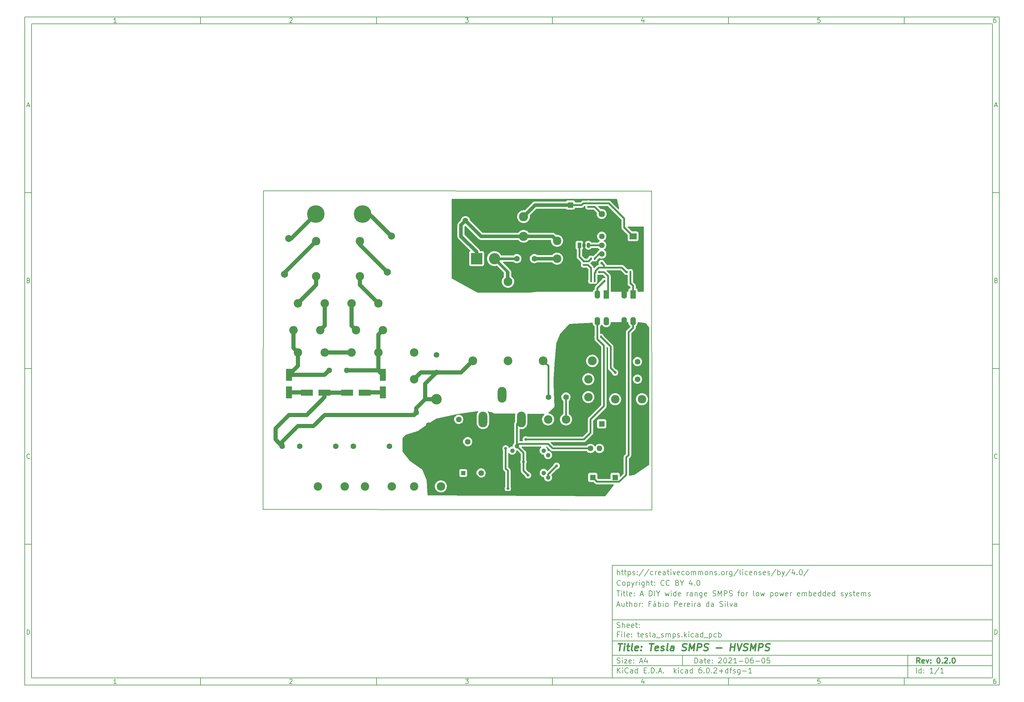
<source format=gbr>
%TF.GenerationSoftware,KiCad,Pcbnew,6.0.2+dfsg-1*%
%TF.CreationDate,2024-06-16T14:38:51-03:00*%
%TF.ProjectId,tesla_smps,7465736c-615f-4736-9d70-732e6b696361,0.2.0*%
%TF.SameCoordinates,Original*%
%TF.FileFunction,Copper,L1,Top*%
%TF.FilePolarity,Positive*%
%FSLAX46Y46*%
G04 Gerber Fmt 4.6, Leading zero omitted, Abs format (unit mm)*
G04 Created by KiCad (PCBNEW 6.0.2+dfsg-1) date 2024-06-16 14:38:51*
%MOMM*%
%LPD*%
G01*
G04 APERTURE LIST*
G04 Aperture macros list*
%AMRoundRect*
0 Rectangle with rounded corners*
0 $1 Rounding radius*
0 $2 $3 $4 $5 $6 $7 $8 $9 X,Y pos of 4 corners*
0 Add a 4 corners polygon primitive as box body*
4,1,4,$2,$3,$4,$5,$6,$7,$8,$9,$2,$3,0*
0 Add four circle primitives for the rounded corners*
1,1,$1+$1,$2,$3*
1,1,$1+$1,$4,$5*
1,1,$1+$1,$6,$7*
1,1,$1+$1,$8,$9*
0 Add four rect primitives between the rounded corners*
20,1,$1+$1,$2,$3,$4,$5,0*
20,1,$1+$1,$4,$5,$6,$7,0*
20,1,$1+$1,$6,$7,$8,$9,0*
20,1,$1+$1,$8,$9,$2,$3,0*%
G04 Aperture macros list end*
%ADD10C,0.100000*%
%ADD11C,0.150000*%
%ADD12C,0.300000*%
%ADD13C,0.400000*%
%TA.AperFunction,Profile*%
%ADD14C,0.150000*%
%TD*%
%TA.AperFunction,ComponentPad*%
%ADD15R,1.600000X1.600000*%
%TD*%
%TA.AperFunction,ComponentPad*%
%ADD16C,1.600000*%
%TD*%
%TA.AperFunction,ComponentPad*%
%ADD17R,1.200000X1.200000*%
%TD*%
%TA.AperFunction,ComponentPad*%
%ADD18C,1.200000*%
%TD*%
%TA.AperFunction,ComponentPad*%
%ADD19R,3.200000X3.200000*%
%TD*%
%TA.AperFunction,ComponentPad*%
%ADD20O,3.200000X3.200000*%
%TD*%
%TA.AperFunction,ComponentPad*%
%ADD21R,1.800000X1.800000*%
%TD*%
%TA.AperFunction,ComponentPad*%
%ADD22C,1.800000*%
%TD*%
%TA.AperFunction,ComponentPad*%
%ADD23R,1.300000X1.300000*%
%TD*%
%TA.AperFunction,ComponentPad*%
%ADD24C,1.300000*%
%TD*%
%TA.AperFunction,SMDPad,CuDef*%
%ADD25R,3.500000X1.800000*%
%TD*%
%TA.AperFunction,SMDPad,CuDef*%
%ADD26R,1.800000X3.500000*%
%TD*%
%TA.AperFunction,ComponentPad*%
%ADD27C,2.010000*%
%TD*%
%TA.AperFunction,ComponentPad*%
%ADD28C,2.400000*%
%TD*%
%TA.AperFunction,ComponentPad*%
%ADD29R,2.030000X1.730000*%
%TD*%
%TA.AperFunction,ComponentPad*%
%ADD30O,2.030000X1.730000*%
%TD*%
%TA.AperFunction,ComponentPad*%
%ADD31C,2.600000*%
%TD*%
%TA.AperFunction,ComponentPad*%
%ADD32C,5.000000*%
%TD*%
%TA.AperFunction,ComponentPad*%
%ADD33O,2.400000X2.400000*%
%TD*%
%TA.AperFunction,SMDPad,CuDef*%
%ADD34RoundRect,0.135000X0.185000X-0.135000X0.185000X0.135000X-0.185000X0.135000X-0.185000X-0.135000X0*%
%TD*%
%TA.AperFunction,SMDPad,CuDef*%
%ADD35RoundRect,0.135000X-0.135000X-0.185000X0.135000X-0.185000X0.135000X0.185000X-0.135000X0.185000X0*%
%TD*%
%TA.AperFunction,SMDPad,CuDef*%
%ADD36RoundRect,0.135000X-0.185000X0.135000X-0.185000X-0.135000X0.185000X-0.135000X0.185000X0.135000X0*%
%TD*%
%TA.AperFunction,SMDPad,CuDef*%
%ADD37RoundRect,0.135000X0.135000X0.185000X-0.135000X0.185000X-0.135000X-0.185000X0.135000X-0.185000X0*%
%TD*%
%TA.AperFunction,ComponentPad*%
%ADD38O,1.600000X1.600000*%
%TD*%
%TA.AperFunction,ComponentPad*%
%ADD39R,1.050000X1.500000*%
%TD*%
%TA.AperFunction,ComponentPad*%
%ADD40O,1.050000X1.500000*%
%TD*%
%TA.AperFunction,ComponentPad*%
%ADD41O,2.500000X4.500000*%
%TD*%
%TA.AperFunction,ComponentPad*%
%ADD42C,3.000000*%
%TD*%
%TA.AperFunction,ComponentPad*%
%ADD43R,1.600000X2.400000*%
%TD*%
%TA.AperFunction,ComponentPad*%
%ADD44O,1.600000X2.400000*%
%TD*%
%TA.AperFunction,ComponentPad*%
%ADD45C,2.500000*%
%TD*%
%TA.AperFunction,ViaPad*%
%ADD46C,0.800000*%
%TD*%
%TA.AperFunction,Conductor*%
%ADD47C,0.500000*%
%TD*%
%TA.AperFunction,Conductor*%
%ADD48C,1.000000*%
%TD*%
%TA.AperFunction,Conductor*%
%ADD49C,0.250000*%
%TD*%
%TA.AperFunction,Conductor*%
%ADD50C,0.800000*%
%TD*%
%TA.AperFunction,Conductor*%
%ADD51C,1.200000*%
%TD*%
G04 APERTURE END LIST*
D10*
D11*
X177002200Y-166007200D02*
X177002200Y-198007200D01*
X285002200Y-198007200D01*
X285002200Y-166007200D01*
X177002200Y-166007200D01*
D10*
D11*
X10000000Y-10000000D02*
X10000000Y-200007200D01*
X287002200Y-200007200D01*
X287002200Y-10000000D01*
X10000000Y-10000000D01*
D10*
D11*
X12000000Y-12000000D02*
X12000000Y-198007200D01*
X285002200Y-198007200D01*
X285002200Y-12000000D01*
X12000000Y-12000000D01*
D10*
D11*
X60000000Y-12000000D02*
X60000000Y-10000000D01*
D10*
D11*
X110000000Y-12000000D02*
X110000000Y-10000000D01*
D10*
D11*
X160000000Y-12000000D02*
X160000000Y-10000000D01*
D10*
D11*
X210000000Y-12000000D02*
X210000000Y-10000000D01*
D10*
D11*
X260000000Y-12000000D02*
X260000000Y-10000000D01*
D10*
D11*
X36065476Y-11588095D02*
X35322619Y-11588095D01*
X35694047Y-11588095D02*
X35694047Y-10288095D01*
X35570238Y-10473809D01*
X35446428Y-10597619D01*
X35322619Y-10659523D01*
D10*
D11*
X85322619Y-10411904D02*
X85384523Y-10350000D01*
X85508333Y-10288095D01*
X85817857Y-10288095D01*
X85941666Y-10350000D01*
X86003571Y-10411904D01*
X86065476Y-10535714D01*
X86065476Y-10659523D01*
X86003571Y-10845238D01*
X85260714Y-11588095D01*
X86065476Y-11588095D01*
D10*
D11*
X135260714Y-10288095D02*
X136065476Y-10288095D01*
X135632142Y-10783333D01*
X135817857Y-10783333D01*
X135941666Y-10845238D01*
X136003571Y-10907142D01*
X136065476Y-11030952D01*
X136065476Y-11340476D01*
X136003571Y-11464285D01*
X135941666Y-11526190D01*
X135817857Y-11588095D01*
X135446428Y-11588095D01*
X135322619Y-11526190D01*
X135260714Y-11464285D01*
D10*
D11*
X185941666Y-10721428D02*
X185941666Y-11588095D01*
X185632142Y-10226190D02*
X185322619Y-11154761D01*
X186127380Y-11154761D01*
D10*
D11*
X236003571Y-10288095D02*
X235384523Y-10288095D01*
X235322619Y-10907142D01*
X235384523Y-10845238D01*
X235508333Y-10783333D01*
X235817857Y-10783333D01*
X235941666Y-10845238D01*
X236003571Y-10907142D01*
X236065476Y-11030952D01*
X236065476Y-11340476D01*
X236003571Y-11464285D01*
X235941666Y-11526190D01*
X235817857Y-11588095D01*
X235508333Y-11588095D01*
X235384523Y-11526190D01*
X235322619Y-11464285D01*
D10*
D11*
X285941666Y-10288095D02*
X285694047Y-10288095D01*
X285570238Y-10350000D01*
X285508333Y-10411904D01*
X285384523Y-10597619D01*
X285322619Y-10845238D01*
X285322619Y-11340476D01*
X285384523Y-11464285D01*
X285446428Y-11526190D01*
X285570238Y-11588095D01*
X285817857Y-11588095D01*
X285941666Y-11526190D01*
X286003571Y-11464285D01*
X286065476Y-11340476D01*
X286065476Y-11030952D01*
X286003571Y-10907142D01*
X285941666Y-10845238D01*
X285817857Y-10783333D01*
X285570238Y-10783333D01*
X285446428Y-10845238D01*
X285384523Y-10907142D01*
X285322619Y-11030952D01*
D10*
D11*
X60000000Y-198007200D02*
X60000000Y-200007200D01*
D10*
D11*
X110000000Y-198007200D02*
X110000000Y-200007200D01*
D10*
D11*
X160000000Y-198007200D02*
X160000000Y-200007200D01*
D10*
D11*
X210000000Y-198007200D02*
X210000000Y-200007200D01*
D10*
D11*
X260000000Y-198007200D02*
X260000000Y-200007200D01*
D10*
D11*
X36065476Y-199595295D02*
X35322619Y-199595295D01*
X35694047Y-199595295D02*
X35694047Y-198295295D01*
X35570238Y-198481009D01*
X35446428Y-198604819D01*
X35322619Y-198666723D01*
D10*
D11*
X85322619Y-198419104D02*
X85384523Y-198357200D01*
X85508333Y-198295295D01*
X85817857Y-198295295D01*
X85941666Y-198357200D01*
X86003571Y-198419104D01*
X86065476Y-198542914D01*
X86065476Y-198666723D01*
X86003571Y-198852438D01*
X85260714Y-199595295D01*
X86065476Y-199595295D01*
D10*
D11*
X135260714Y-198295295D02*
X136065476Y-198295295D01*
X135632142Y-198790533D01*
X135817857Y-198790533D01*
X135941666Y-198852438D01*
X136003571Y-198914342D01*
X136065476Y-199038152D01*
X136065476Y-199347676D01*
X136003571Y-199471485D01*
X135941666Y-199533390D01*
X135817857Y-199595295D01*
X135446428Y-199595295D01*
X135322619Y-199533390D01*
X135260714Y-199471485D01*
D10*
D11*
X185941666Y-198728628D02*
X185941666Y-199595295D01*
X185632142Y-198233390D02*
X185322619Y-199161961D01*
X186127380Y-199161961D01*
D10*
D11*
X236003571Y-198295295D02*
X235384523Y-198295295D01*
X235322619Y-198914342D01*
X235384523Y-198852438D01*
X235508333Y-198790533D01*
X235817857Y-198790533D01*
X235941666Y-198852438D01*
X236003571Y-198914342D01*
X236065476Y-199038152D01*
X236065476Y-199347676D01*
X236003571Y-199471485D01*
X235941666Y-199533390D01*
X235817857Y-199595295D01*
X235508333Y-199595295D01*
X235384523Y-199533390D01*
X235322619Y-199471485D01*
D10*
D11*
X285941666Y-198295295D02*
X285694047Y-198295295D01*
X285570238Y-198357200D01*
X285508333Y-198419104D01*
X285384523Y-198604819D01*
X285322619Y-198852438D01*
X285322619Y-199347676D01*
X285384523Y-199471485D01*
X285446428Y-199533390D01*
X285570238Y-199595295D01*
X285817857Y-199595295D01*
X285941666Y-199533390D01*
X286003571Y-199471485D01*
X286065476Y-199347676D01*
X286065476Y-199038152D01*
X286003571Y-198914342D01*
X285941666Y-198852438D01*
X285817857Y-198790533D01*
X285570238Y-198790533D01*
X285446428Y-198852438D01*
X285384523Y-198914342D01*
X285322619Y-199038152D01*
D10*
D11*
X10000000Y-60000000D02*
X12000000Y-60000000D01*
D10*
D11*
X10000000Y-110000000D02*
X12000000Y-110000000D01*
D10*
D11*
X10000000Y-160000000D02*
X12000000Y-160000000D01*
D10*
D11*
X10690476Y-35216666D02*
X11309523Y-35216666D01*
X10566666Y-35588095D02*
X11000000Y-34288095D01*
X11433333Y-35588095D01*
D10*
D11*
X11092857Y-84907142D02*
X11278571Y-84969047D01*
X11340476Y-85030952D01*
X11402380Y-85154761D01*
X11402380Y-85340476D01*
X11340476Y-85464285D01*
X11278571Y-85526190D01*
X11154761Y-85588095D01*
X10659523Y-85588095D01*
X10659523Y-84288095D01*
X11092857Y-84288095D01*
X11216666Y-84350000D01*
X11278571Y-84411904D01*
X11340476Y-84535714D01*
X11340476Y-84659523D01*
X11278571Y-84783333D01*
X11216666Y-84845238D01*
X11092857Y-84907142D01*
X10659523Y-84907142D01*
D10*
D11*
X11402380Y-135464285D02*
X11340476Y-135526190D01*
X11154761Y-135588095D01*
X11030952Y-135588095D01*
X10845238Y-135526190D01*
X10721428Y-135402380D01*
X10659523Y-135278571D01*
X10597619Y-135030952D01*
X10597619Y-134845238D01*
X10659523Y-134597619D01*
X10721428Y-134473809D01*
X10845238Y-134350000D01*
X11030952Y-134288095D01*
X11154761Y-134288095D01*
X11340476Y-134350000D01*
X11402380Y-134411904D01*
D10*
D11*
X10659523Y-185588095D02*
X10659523Y-184288095D01*
X10969047Y-184288095D01*
X11154761Y-184350000D01*
X11278571Y-184473809D01*
X11340476Y-184597619D01*
X11402380Y-184845238D01*
X11402380Y-185030952D01*
X11340476Y-185278571D01*
X11278571Y-185402380D01*
X11154761Y-185526190D01*
X10969047Y-185588095D01*
X10659523Y-185588095D01*
D10*
D11*
X287002200Y-60000000D02*
X285002200Y-60000000D01*
D10*
D11*
X287002200Y-110000000D02*
X285002200Y-110000000D01*
D10*
D11*
X287002200Y-160000000D02*
X285002200Y-160000000D01*
D10*
D11*
X285692676Y-35216666D02*
X286311723Y-35216666D01*
X285568866Y-35588095D02*
X286002200Y-34288095D01*
X286435533Y-35588095D01*
D10*
D11*
X286095057Y-84907142D02*
X286280771Y-84969047D01*
X286342676Y-85030952D01*
X286404580Y-85154761D01*
X286404580Y-85340476D01*
X286342676Y-85464285D01*
X286280771Y-85526190D01*
X286156961Y-85588095D01*
X285661723Y-85588095D01*
X285661723Y-84288095D01*
X286095057Y-84288095D01*
X286218866Y-84350000D01*
X286280771Y-84411904D01*
X286342676Y-84535714D01*
X286342676Y-84659523D01*
X286280771Y-84783333D01*
X286218866Y-84845238D01*
X286095057Y-84907142D01*
X285661723Y-84907142D01*
D10*
D11*
X286404580Y-135464285D02*
X286342676Y-135526190D01*
X286156961Y-135588095D01*
X286033152Y-135588095D01*
X285847438Y-135526190D01*
X285723628Y-135402380D01*
X285661723Y-135278571D01*
X285599819Y-135030952D01*
X285599819Y-134845238D01*
X285661723Y-134597619D01*
X285723628Y-134473809D01*
X285847438Y-134350000D01*
X286033152Y-134288095D01*
X286156961Y-134288095D01*
X286342676Y-134350000D01*
X286404580Y-134411904D01*
D10*
D11*
X285661723Y-185588095D02*
X285661723Y-184288095D01*
X285971247Y-184288095D01*
X286156961Y-184350000D01*
X286280771Y-184473809D01*
X286342676Y-184597619D01*
X286404580Y-184845238D01*
X286404580Y-185030952D01*
X286342676Y-185278571D01*
X286280771Y-185402380D01*
X286156961Y-185526190D01*
X285971247Y-185588095D01*
X285661723Y-185588095D01*
D10*
D11*
X200434342Y-193785771D02*
X200434342Y-192285771D01*
X200791485Y-192285771D01*
X201005771Y-192357200D01*
X201148628Y-192500057D01*
X201220057Y-192642914D01*
X201291485Y-192928628D01*
X201291485Y-193142914D01*
X201220057Y-193428628D01*
X201148628Y-193571485D01*
X201005771Y-193714342D01*
X200791485Y-193785771D01*
X200434342Y-193785771D01*
X202577200Y-193785771D02*
X202577200Y-193000057D01*
X202505771Y-192857200D01*
X202362914Y-192785771D01*
X202077200Y-192785771D01*
X201934342Y-192857200D01*
X202577200Y-193714342D02*
X202434342Y-193785771D01*
X202077200Y-193785771D01*
X201934342Y-193714342D01*
X201862914Y-193571485D01*
X201862914Y-193428628D01*
X201934342Y-193285771D01*
X202077200Y-193214342D01*
X202434342Y-193214342D01*
X202577200Y-193142914D01*
X203077200Y-192785771D02*
X203648628Y-192785771D01*
X203291485Y-192285771D02*
X203291485Y-193571485D01*
X203362914Y-193714342D01*
X203505771Y-193785771D01*
X203648628Y-193785771D01*
X204720057Y-193714342D02*
X204577200Y-193785771D01*
X204291485Y-193785771D01*
X204148628Y-193714342D01*
X204077200Y-193571485D01*
X204077200Y-193000057D01*
X204148628Y-192857200D01*
X204291485Y-192785771D01*
X204577200Y-192785771D01*
X204720057Y-192857200D01*
X204791485Y-193000057D01*
X204791485Y-193142914D01*
X204077200Y-193285771D01*
X205434342Y-193642914D02*
X205505771Y-193714342D01*
X205434342Y-193785771D01*
X205362914Y-193714342D01*
X205434342Y-193642914D01*
X205434342Y-193785771D01*
X205434342Y-192857200D02*
X205505771Y-192928628D01*
X205434342Y-193000057D01*
X205362914Y-192928628D01*
X205434342Y-192857200D01*
X205434342Y-193000057D01*
X207220057Y-192428628D02*
X207291485Y-192357200D01*
X207434342Y-192285771D01*
X207791485Y-192285771D01*
X207934342Y-192357200D01*
X208005771Y-192428628D01*
X208077200Y-192571485D01*
X208077200Y-192714342D01*
X208005771Y-192928628D01*
X207148628Y-193785771D01*
X208077200Y-193785771D01*
X209005771Y-192285771D02*
X209148628Y-192285771D01*
X209291485Y-192357200D01*
X209362914Y-192428628D01*
X209434342Y-192571485D01*
X209505771Y-192857200D01*
X209505771Y-193214342D01*
X209434342Y-193500057D01*
X209362914Y-193642914D01*
X209291485Y-193714342D01*
X209148628Y-193785771D01*
X209005771Y-193785771D01*
X208862914Y-193714342D01*
X208791485Y-193642914D01*
X208720057Y-193500057D01*
X208648628Y-193214342D01*
X208648628Y-192857200D01*
X208720057Y-192571485D01*
X208791485Y-192428628D01*
X208862914Y-192357200D01*
X209005771Y-192285771D01*
X210077200Y-192428628D02*
X210148628Y-192357200D01*
X210291485Y-192285771D01*
X210648628Y-192285771D01*
X210791485Y-192357200D01*
X210862914Y-192428628D01*
X210934342Y-192571485D01*
X210934342Y-192714342D01*
X210862914Y-192928628D01*
X210005771Y-193785771D01*
X210934342Y-193785771D01*
X212362914Y-193785771D02*
X211505771Y-193785771D01*
X211934342Y-193785771D02*
X211934342Y-192285771D01*
X211791485Y-192500057D01*
X211648628Y-192642914D01*
X211505771Y-192714342D01*
X213005771Y-193214342D02*
X214148628Y-193214342D01*
X215148628Y-192285771D02*
X215291485Y-192285771D01*
X215434342Y-192357200D01*
X215505771Y-192428628D01*
X215577200Y-192571485D01*
X215648628Y-192857200D01*
X215648628Y-193214342D01*
X215577200Y-193500057D01*
X215505771Y-193642914D01*
X215434342Y-193714342D01*
X215291485Y-193785771D01*
X215148628Y-193785771D01*
X215005771Y-193714342D01*
X214934342Y-193642914D01*
X214862914Y-193500057D01*
X214791485Y-193214342D01*
X214791485Y-192857200D01*
X214862914Y-192571485D01*
X214934342Y-192428628D01*
X215005771Y-192357200D01*
X215148628Y-192285771D01*
X216934342Y-192285771D02*
X216648628Y-192285771D01*
X216505771Y-192357200D01*
X216434342Y-192428628D01*
X216291485Y-192642914D01*
X216220057Y-192928628D01*
X216220057Y-193500057D01*
X216291485Y-193642914D01*
X216362914Y-193714342D01*
X216505771Y-193785771D01*
X216791485Y-193785771D01*
X216934342Y-193714342D01*
X217005771Y-193642914D01*
X217077200Y-193500057D01*
X217077200Y-193142914D01*
X217005771Y-193000057D01*
X216934342Y-192928628D01*
X216791485Y-192857200D01*
X216505771Y-192857200D01*
X216362914Y-192928628D01*
X216291485Y-193000057D01*
X216220057Y-193142914D01*
X217720057Y-193214342D02*
X218862914Y-193214342D01*
X219862914Y-192285771D02*
X220005771Y-192285771D01*
X220148628Y-192357200D01*
X220220057Y-192428628D01*
X220291485Y-192571485D01*
X220362914Y-192857200D01*
X220362914Y-193214342D01*
X220291485Y-193500057D01*
X220220057Y-193642914D01*
X220148628Y-193714342D01*
X220005771Y-193785771D01*
X219862914Y-193785771D01*
X219720057Y-193714342D01*
X219648628Y-193642914D01*
X219577200Y-193500057D01*
X219505771Y-193214342D01*
X219505771Y-192857200D01*
X219577200Y-192571485D01*
X219648628Y-192428628D01*
X219720057Y-192357200D01*
X219862914Y-192285771D01*
X221720057Y-192285771D02*
X221005771Y-192285771D01*
X220934342Y-193000057D01*
X221005771Y-192928628D01*
X221148628Y-192857200D01*
X221505771Y-192857200D01*
X221648628Y-192928628D01*
X221720057Y-193000057D01*
X221791485Y-193142914D01*
X221791485Y-193500057D01*
X221720057Y-193642914D01*
X221648628Y-193714342D01*
X221505771Y-193785771D01*
X221148628Y-193785771D01*
X221005771Y-193714342D01*
X220934342Y-193642914D01*
D10*
D11*
X177002200Y-194507200D02*
X285002200Y-194507200D01*
D10*
D11*
X178434342Y-196585771D02*
X178434342Y-195085771D01*
X179291485Y-196585771D02*
X178648628Y-195728628D01*
X179291485Y-195085771D02*
X178434342Y-195942914D01*
X179934342Y-196585771D02*
X179934342Y-195585771D01*
X179934342Y-195085771D02*
X179862914Y-195157200D01*
X179934342Y-195228628D01*
X180005771Y-195157200D01*
X179934342Y-195085771D01*
X179934342Y-195228628D01*
X181505771Y-196442914D02*
X181434342Y-196514342D01*
X181220057Y-196585771D01*
X181077200Y-196585771D01*
X180862914Y-196514342D01*
X180720057Y-196371485D01*
X180648628Y-196228628D01*
X180577200Y-195942914D01*
X180577200Y-195728628D01*
X180648628Y-195442914D01*
X180720057Y-195300057D01*
X180862914Y-195157200D01*
X181077200Y-195085771D01*
X181220057Y-195085771D01*
X181434342Y-195157200D01*
X181505771Y-195228628D01*
X182791485Y-196585771D02*
X182791485Y-195800057D01*
X182720057Y-195657200D01*
X182577200Y-195585771D01*
X182291485Y-195585771D01*
X182148628Y-195657200D01*
X182791485Y-196514342D02*
X182648628Y-196585771D01*
X182291485Y-196585771D01*
X182148628Y-196514342D01*
X182077200Y-196371485D01*
X182077200Y-196228628D01*
X182148628Y-196085771D01*
X182291485Y-196014342D01*
X182648628Y-196014342D01*
X182791485Y-195942914D01*
X184148628Y-196585771D02*
X184148628Y-195085771D01*
X184148628Y-196514342D02*
X184005771Y-196585771D01*
X183720057Y-196585771D01*
X183577200Y-196514342D01*
X183505771Y-196442914D01*
X183434342Y-196300057D01*
X183434342Y-195871485D01*
X183505771Y-195728628D01*
X183577200Y-195657200D01*
X183720057Y-195585771D01*
X184005771Y-195585771D01*
X184148628Y-195657200D01*
X186005771Y-195800057D02*
X186505771Y-195800057D01*
X186720057Y-196585771D02*
X186005771Y-196585771D01*
X186005771Y-195085771D01*
X186720057Y-195085771D01*
X187362914Y-196442914D02*
X187434342Y-196514342D01*
X187362914Y-196585771D01*
X187291485Y-196514342D01*
X187362914Y-196442914D01*
X187362914Y-196585771D01*
X188077200Y-196585771D02*
X188077200Y-195085771D01*
X188434342Y-195085771D01*
X188648628Y-195157200D01*
X188791485Y-195300057D01*
X188862914Y-195442914D01*
X188934342Y-195728628D01*
X188934342Y-195942914D01*
X188862914Y-196228628D01*
X188791485Y-196371485D01*
X188648628Y-196514342D01*
X188434342Y-196585771D01*
X188077200Y-196585771D01*
X189577200Y-196442914D02*
X189648628Y-196514342D01*
X189577200Y-196585771D01*
X189505771Y-196514342D01*
X189577200Y-196442914D01*
X189577200Y-196585771D01*
X190220057Y-196157200D02*
X190934342Y-196157200D01*
X190077200Y-196585771D02*
X190577200Y-195085771D01*
X191077200Y-196585771D01*
X191577200Y-196442914D02*
X191648628Y-196514342D01*
X191577200Y-196585771D01*
X191505771Y-196514342D01*
X191577200Y-196442914D01*
X191577200Y-196585771D01*
X194577200Y-196585771D02*
X194577200Y-195085771D01*
X194720057Y-196014342D02*
X195148628Y-196585771D01*
X195148628Y-195585771D02*
X194577200Y-196157200D01*
X195791485Y-196585771D02*
X195791485Y-195585771D01*
X195791485Y-195085771D02*
X195720057Y-195157200D01*
X195791485Y-195228628D01*
X195862914Y-195157200D01*
X195791485Y-195085771D01*
X195791485Y-195228628D01*
X197148628Y-196514342D02*
X197005771Y-196585771D01*
X196720057Y-196585771D01*
X196577200Y-196514342D01*
X196505771Y-196442914D01*
X196434342Y-196300057D01*
X196434342Y-195871485D01*
X196505771Y-195728628D01*
X196577200Y-195657200D01*
X196720057Y-195585771D01*
X197005771Y-195585771D01*
X197148628Y-195657200D01*
X198434342Y-196585771D02*
X198434342Y-195800057D01*
X198362914Y-195657200D01*
X198220057Y-195585771D01*
X197934342Y-195585771D01*
X197791485Y-195657200D01*
X198434342Y-196514342D02*
X198291485Y-196585771D01*
X197934342Y-196585771D01*
X197791485Y-196514342D01*
X197720057Y-196371485D01*
X197720057Y-196228628D01*
X197791485Y-196085771D01*
X197934342Y-196014342D01*
X198291485Y-196014342D01*
X198434342Y-195942914D01*
X199791485Y-196585771D02*
X199791485Y-195085771D01*
X199791485Y-196514342D02*
X199648628Y-196585771D01*
X199362914Y-196585771D01*
X199220057Y-196514342D01*
X199148628Y-196442914D01*
X199077200Y-196300057D01*
X199077200Y-195871485D01*
X199148628Y-195728628D01*
X199220057Y-195657200D01*
X199362914Y-195585771D01*
X199648628Y-195585771D01*
X199791485Y-195657200D01*
X202291485Y-195085771D02*
X202005771Y-195085771D01*
X201862914Y-195157200D01*
X201791485Y-195228628D01*
X201648628Y-195442914D01*
X201577200Y-195728628D01*
X201577200Y-196300057D01*
X201648628Y-196442914D01*
X201720057Y-196514342D01*
X201862914Y-196585771D01*
X202148628Y-196585771D01*
X202291485Y-196514342D01*
X202362914Y-196442914D01*
X202434342Y-196300057D01*
X202434342Y-195942914D01*
X202362914Y-195800057D01*
X202291485Y-195728628D01*
X202148628Y-195657200D01*
X201862914Y-195657200D01*
X201720057Y-195728628D01*
X201648628Y-195800057D01*
X201577200Y-195942914D01*
X203077200Y-196442914D02*
X203148628Y-196514342D01*
X203077200Y-196585771D01*
X203005771Y-196514342D01*
X203077200Y-196442914D01*
X203077200Y-196585771D01*
X204077200Y-195085771D02*
X204220057Y-195085771D01*
X204362914Y-195157200D01*
X204434342Y-195228628D01*
X204505771Y-195371485D01*
X204577200Y-195657200D01*
X204577200Y-196014342D01*
X204505771Y-196300057D01*
X204434342Y-196442914D01*
X204362914Y-196514342D01*
X204220057Y-196585771D01*
X204077200Y-196585771D01*
X203934342Y-196514342D01*
X203862914Y-196442914D01*
X203791485Y-196300057D01*
X203720057Y-196014342D01*
X203720057Y-195657200D01*
X203791485Y-195371485D01*
X203862914Y-195228628D01*
X203934342Y-195157200D01*
X204077200Y-195085771D01*
X205220057Y-196442914D02*
X205291485Y-196514342D01*
X205220057Y-196585771D01*
X205148628Y-196514342D01*
X205220057Y-196442914D01*
X205220057Y-196585771D01*
X205862914Y-195228628D02*
X205934342Y-195157200D01*
X206077200Y-195085771D01*
X206434342Y-195085771D01*
X206577200Y-195157200D01*
X206648628Y-195228628D01*
X206720057Y-195371485D01*
X206720057Y-195514342D01*
X206648628Y-195728628D01*
X205791485Y-196585771D01*
X206720057Y-196585771D01*
X207362914Y-196014342D02*
X208505771Y-196014342D01*
X207934342Y-196585771D02*
X207934342Y-195442914D01*
X209862914Y-196585771D02*
X209862914Y-195085771D01*
X209862914Y-196514342D02*
X209720057Y-196585771D01*
X209434342Y-196585771D01*
X209291485Y-196514342D01*
X209220057Y-196442914D01*
X209148628Y-196300057D01*
X209148628Y-195871485D01*
X209220057Y-195728628D01*
X209291485Y-195657200D01*
X209434342Y-195585771D01*
X209720057Y-195585771D01*
X209862914Y-195657200D01*
X210362914Y-195585771D02*
X210934342Y-195585771D01*
X210577200Y-196585771D02*
X210577200Y-195300057D01*
X210648628Y-195157200D01*
X210791485Y-195085771D01*
X210934342Y-195085771D01*
X211362914Y-196514342D02*
X211505771Y-196585771D01*
X211791485Y-196585771D01*
X211934342Y-196514342D01*
X212005771Y-196371485D01*
X212005771Y-196300057D01*
X211934342Y-196157200D01*
X211791485Y-196085771D01*
X211577200Y-196085771D01*
X211434342Y-196014342D01*
X211362914Y-195871485D01*
X211362914Y-195800057D01*
X211434342Y-195657200D01*
X211577200Y-195585771D01*
X211791485Y-195585771D01*
X211934342Y-195657200D01*
X213291485Y-195585771D02*
X213291485Y-196800057D01*
X213220057Y-196942914D01*
X213148628Y-197014342D01*
X213005771Y-197085771D01*
X212791485Y-197085771D01*
X212648628Y-197014342D01*
X213291485Y-196514342D02*
X213148628Y-196585771D01*
X212862914Y-196585771D01*
X212720057Y-196514342D01*
X212648628Y-196442914D01*
X212577200Y-196300057D01*
X212577200Y-195871485D01*
X212648628Y-195728628D01*
X212720057Y-195657200D01*
X212862914Y-195585771D01*
X213148628Y-195585771D01*
X213291485Y-195657200D01*
X214005771Y-196014342D02*
X215148628Y-196014342D01*
X216648628Y-196585771D02*
X215791485Y-196585771D01*
X216220057Y-196585771D02*
X216220057Y-195085771D01*
X216077200Y-195300057D01*
X215934342Y-195442914D01*
X215791485Y-195514342D01*
D10*
D11*
X177002200Y-191507200D02*
X285002200Y-191507200D01*
D10*
D12*
X264411485Y-193785771D02*
X263911485Y-193071485D01*
X263554342Y-193785771D02*
X263554342Y-192285771D01*
X264125771Y-192285771D01*
X264268628Y-192357200D01*
X264340057Y-192428628D01*
X264411485Y-192571485D01*
X264411485Y-192785771D01*
X264340057Y-192928628D01*
X264268628Y-193000057D01*
X264125771Y-193071485D01*
X263554342Y-193071485D01*
X265625771Y-193714342D02*
X265482914Y-193785771D01*
X265197200Y-193785771D01*
X265054342Y-193714342D01*
X264982914Y-193571485D01*
X264982914Y-193000057D01*
X265054342Y-192857200D01*
X265197200Y-192785771D01*
X265482914Y-192785771D01*
X265625771Y-192857200D01*
X265697200Y-193000057D01*
X265697200Y-193142914D01*
X264982914Y-193285771D01*
X266197200Y-192785771D02*
X266554342Y-193785771D01*
X266911485Y-192785771D01*
X267482914Y-193642914D02*
X267554342Y-193714342D01*
X267482914Y-193785771D01*
X267411485Y-193714342D01*
X267482914Y-193642914D01*
X267482914Y-193785771D01*
X267482914Y-192857200D02*
X267554342Y-192928628D01*
X267482914Y-193000057D01*
X267411485Y-192928628D01*
X267482914Y-192857200D01*
X267482914Y-193000057D01*
X269625771Y-192285771D02*
X269768628Y-192285771D01*
X269911485Y-192357200D01*
X269982914Y-192428628D01*
X270054342Y-192571485D01*
X270125771Y-192857200D01*
X270125771Y-193214342D01*
X270054342Y-193500057D01*
X269982914Y-193642914D01*
X269911485Y-193714342D01*
X269768628Y-193785771D01*
X269625771Y-193785771D01*
X269482914Y-193714342D01*
X269411485Y-193642914D01*
X269340057Y-193500057D01*
X269268628Y-193214342D01*
X269268628Y-192857200D01*
X269340057Y-192571485D01*
X269411485Y-192428628D01*
X269482914Y-192357200D01*
X269625771Y-192285771D01*
X270768628Y-193642914D02*
X270840057Y-193714342D01*
X270768628Y-193785771D01*
X270697200Y-193714342D01*
X270768628Y-193642914D01*
X270768628Y-193785771D01*
X271411485Y-192428628D02*
X271482914Y-192357200D01*
X271625771Y-192285771D01*
X271982914Y-192285771D01*
X272125771Y-192357200D01*
X272197200Y-192428628D01*
X272268628Y-192571485D01*
X272268628Y-192714342D01*
X272197200Y-192928628D01*
X271340057Y-193785771D01*
X272268628Y-193785771D01*
X272911485Y-193642914D02*
X272982914Y-193714342D01*
X272911485Y-193785771D01*
X272840057Y-193714342D01*
X272911485Y-193642914D01*
X272911485Y-193785771D01*
X273911485Y-192285771D02*
X274054342Y-192285771D01*
X274197200Y-192357200D01*
X274268628Y-192428628D01*
X274340057Y-192571485D01*
X274411485Y-192857200D01*
X274411485Y-193214342D01*
X274340057Y-193500057D01*
X274268628Y-193642914D01*
X274197200Y-193714342D01*
X274054342Y-193785771D01*
X273911485Y-193785771D01*
X273768628Y-193714342D01*
X273697200Y-193642914D01*
X273625771Y-193500057D01*
X273554342Y-193214342D01*
X273554342Y-192857200D01*
X273625771Y-192571485D01*
X273697200Y-192428628D01*
X273768628Y-192357200D01*
X273911485Y-192285771D01*
D10*
D11*
X178362914Y-193714342D02*
X178577200Y-193785771D01*
X178934342Y-193785771D01*
X179077200Y-193714342D01*
X179148628Y-193642914D01*
X179220057Y-193500057D01*
X179220057Y-193357200D01*
X179148628Y-193214342D01*
X179077200Y-193142914D01*
X178934342Y-193071485D01*
X178648628Y-193000057D01*
X178505771Y-192928628D01*
X178434342Y-192857200D01*
X178362914Y-192714342D01*
X178362914Y-192571485D01*
X178434342Y-192428628D01*
X178505771Y-192357200D01*
X178648628Y-192285771D01*
X179005771Y-192285771D01*
X179220057Y-192357200D01*
X179862914Y-193785771D02*
X179862914Y-192785771D01*
X179862914Y-192285771D02*
X179791485Y-192357200D01*
X179862914Y-192428628D01*
X179934342Y-192357200D01*
X179862914Y-192285771D01*
X179862914Y-192428628D01*
X180434342Y-192785771D02*
X181220057Y-192785771D01*
X180434342Y-193785771D01*
X181220057Y-193785771D01*
X182362914Y-193714342D02*
X182220057Y-193785771D01*
X181934342Y-193785771D01*
X181791485Y-193714342D01*
X181720057Y-193571485D01*
X181720057Y-193000057D01*
X181791485Y-192857200D01*
X181934342Y-192785771D01*
X182220057Y-192785771D01*
X182362914Y-192857200D01*
X182434342Y-193000057D01*
X182434342Y-193142914D01*
X181720057Y-193285771D01*
X183077200Y-193642914D02*
X183148628Y-193714342D01*
X183077200Y-193785771D01*
X183005771Y-193714342D01*
X183077200Y-193642914D01*
X183077200Y-193785771D01*
X183077200Y-192857200D02*
X183148628Y-192928628D01*
X183077200Y-193000057D01*
X183005771Y-192928628D01*
X183077200Y-192857200D01*
X183077200Y-193000057D01*
X184862914Y-193357200D02*
X185577200Y-193357200D01*
X184720057Y-193785771D02*
X185220057Y-192285771D01*
X185720057Y-193785771D01*
X186862914Y-192785771D02*
X186862914Y-193785771D01*
X186505771Y-192214342D02*
X186148628Y-193285771D01*
X187077200Y-193285771D01*
D10*
D11*
X263434342Y-196585771D02*
X263434342Y-195085771D01*
X264791485Y-196585771D02*
X264791485Y-195085771D01*
X264791485Y-196514342D02*
X264648628Y-196585771D01*
X264362914Y-196585771D01*
X264220057Y-196514342D01*
X264148628Y-196442914D01*
X264077200Y-196300057D01*
X264077200Y-195871485D01*
X264148628Y-195728628D01*
X264220057Y-195657200D01*
X264362914Y-195585771D01*
X264648628Y-195585771D01*
X264791485Y-195657200D01*
X265505771Y-196442914D02*
X265577200Y-196514342D01*
X265505771Y-196585771D01*
X265434342Y-196514342D01*
X265505771Y-196442914D01*
X265505771Y-196585771D01*
X265505771Y-195657200D02*
X265577200Y-195728628D01*
X265505771Y-195800057D01*
X265434342Y-195728628D01*
X265505771Y-195657200D01*
X265505771Y-195800057D01*
X268148628Y-196585771D02*
X267291485Y-196585771D01*
X267720057Y-196585771D02*
X267720057Y-195085771D01*
X267577200Y-195300057D01*
X267434342Y-195442914D01*
X267291485Y-195514342D01*
X269862914Y-195014342D02*
X268577200Y-196942914D01*
X271148628Y-196585771D02*
X270291485Y-196585771D01*
X270720057Y-196585771D02*
X270720057Y-195085771D01*
X270577200Y-195300057D01*
X270434342Y-195442914D01*
X270291485Y-195514342D01*
D10*
D11*
X177002200Y-187507200D02*
X285002200Y-187507200D01*
D10*
D13*
X178714580Y-188211961D02*
X179857438Y-188211961D01*
X179036009Y-190211961D02*
X179286009Y-188211961D01*
X180274104Y-190211961D02*
X180440771Y-188878628D01*
X180524104Y-188211961D02*
X180416961Y-188307200D01*
X180500295Y-188402438D01*
X180607438Y-188307200D01*
X180524104Y-188211961D01*
X180500295Y-188402438D01*
X181107438Y-188878628D02*
X181869342Y-188878628D01*
X181476485Y-188211961D02*
X181262200Y-189926247D01*
X181333628Y-190116723D01*
X181512200Y-190211961D01*
X181702676Y-190211961D01*
X182655057Y-190211961D02*
X182476485Y-190116723D01*
X182405057Y-189926247D01*
X182619342Y-188211961D01*
X184190771Y-190116723D02*
X183988390Y-190211961D01*
X183607438Y-190211961D01*
X183428866Y-190116723D01*
X183357438Y-189926247D01*
X183452676Y-189164342D01*
X183571723Y-188973866D01*
X183774104Y-188878628D01*
X184155057Y-188878628D01*
X184333628Y-188973866D01*
X184405057Y-189164342D01*
X184381247Y-189354819D01*
X183405057Y-189545295D01*
X185155057Y-190021485D02*
X185238390Y-190116723D01*
X185131247Y-190211961D01*
X185047914Y-190116723D01*
X185155057Y-190021485D01*
X185131247Y-190211961D01*
X185286009Y-188973866D02*
X185369342Y-189069104D01*
X185262200Y-189164342D01*
X185178866Y-189069104D01*
X185286009Y-188973866D01*
X185262200Y-189164342D01*
X187571723Y-188211961D02*
X188714580Y-188211961D01*
X187893152Y-190211961D02*
X188143152Y-188211961D01*
X189905057Y-190116723D02*
X189702676Y-190211961D01*
X189321723Y-190211961D01*
X189143152Y-190116723D01*
X189071723Y-189926247D01*
X189166961Y-189164342D01*
X189286009Y-188973866D01*
X189488390Y-188878628D01*
X189869342Y-188878628D01*
X190047914Y-188973866D01*
X190119342Y-189164342D01*
X190095533Y-189354819D01*
X189119342Y-189545295D01*
X190762200Y-190116723D02*
X190940771Y-190211961D01*
X191321723Y-190211961D01*
X191524104Y-190116723D01*
X191643152Y-189926247D01*
X191655057Y-189831009D01*
X191583628Y-189640533D01*
X191405057Y-189545295D01*
X191119342Y-189545295D01*
X190940771Y-189450057D01*
X190869342Y-189259580D01*
X190881247Y-189164342D01*
X191000295Y-188973866D01*
X191202676Y-188878628D01*
X191488390Y-188878628D01*
X191666961Y-188973866D01*
X192750295Y-190211961D02*
X192571723Y-190116723D01*
X192500295Y-189926247D01*
X192714580Y-188211961D01*
X194369342Y-190211961D02*
X194500295Y-189164342D01*
X194428866Y-188973866D01*
X194250295Y-188878628D01*
X193869342Y-188878628D01*
X193666961Y-188973866D01*
X194381247Y-190116723D02*
X194178866Y-190211961D01*
X193702676Y-190211961D01*
X193524104Y-190116723D01*
X193452676Y-189926247D01*
X193476485Y-189735771D01*
X193595533Y-189545295D01*
X193797914Y-189450057D01*
X194274104Y-189450057D01*
X194476485Y-189354819D01*
X196762200Y-190116723D02*
X197036009Y-190211961D01*
X197512200Y-190211961D01*
X197714580Y-190116723D01*
X197821723Y-190021485D01*
X197940771Y-189831009D01*
X197964580Y-189640533D01*
X197893152Y-189450057D01*
X197809819Y-189354819D01*
X197631247Y-189259580D01*
X197262200Y-189164342D01*
X197083628Y-189069104D01*
X197000295Y-188973866D01*
X196928866Y-188783390D01*
X196952676Y-188592914D01*
X197071723Y-188402438D01*
X197178866Y-188307200D01*
X197381247Y-188211961D01*
X197857438Y-188211961D01*
X198131247Y-188307200D01*
X198750295Y-190211961D02*
X199000295Y-188211961D01*
X199488390Y-189640533D01*
X200333628Y-188211961D01*
X200083628Y-190211961D01*
X201036009Y-190211961D02*
X201286009Y-188211961D01*
X202047914Y-188211961D01*
X202226485Y-188307200D01*
X202309819Y-188402438D01*
X202381247Y-188592914D01*
X202345533Y-188878628D01*
X202226485Y-189069104D01*
X202119342Y-189164342D01*
X201916961Y-189259580D01*
X201155057Y-189259580D01*
X202952676Y-190116723D02*
X203226485Y-190211961D01*
X203702676Y-190211961D01*
X203905057Y-190116723D01*
X204012200Y-190021485D01*
X204131247Y-189831009D01*
X204155057Y-189640533D01*
X204083628Y-189450057D01*
X204000295Y-189354819D01*
X203821723Y-189259580D01*
X203452676Y-189164342D01*
X203274104Y-189069104D01*
X203190771Y-188973866D01*
X203119342Y-188783390D01*
X203143152Y-188592914D01*
X203262200Y-188402438D01*
X203369342Y-188307200D01*
X203571723Y-188211961D01*
X204047914Y-188211961D01*
X204321723Y-188307200D01*
X206559819Y-189450057D02*
X208083628Y-189450057D01*
X210464580Y-190211961D02*
X210714580Y-188211961D01*
X210595533Y-189164342D02*
X211738390Y-189164342D01*
X211607438Y-190211961D02*
X211857438Y-188211961D01*
X212524104Y-188211961D02*
X212940771Y-190211961D01*
X213857438Y-188211961D01*
X214190771Y-190116723D02*
X214464580Y-190211961D01*
X214940771Y-190211961D01*
X215143152Y-190116723D01*
X215250295Y-190021485D01*
X215369342Y-189831009D01*
X215393152Y-189640533D01*
X215321723Y-189450057D01*
X215238390Y-189354819D01*
X215059819Y-189259580D01*
X214690771Y-189164342D01*
X214512200Y-189069104D01*
X214428866Y-188973866D01*
X214357438Y-188783390D01*
X214381247Y-188592914D01*
X214500295Y-188402438D01*
X214607438Y-188307200D01*
X214809819Y-188211961D01*
X215286009Y-188211961D01*
X215559819Y-188307200D01*
X216178866Y-190211961D02*
X216428866Y-188211961D01*
X216916961Y-189640533D01*
X217762200Y-188211961D01*
X217512200Y-190211961D01*
X218464580Y-190211961D02*
X218714580Y-188211961D01*
X219476485Y-188211961D01*
X219655057Y-188307200D01*
X219738390Y-188402438D01*
X219809819Y-188592914D01*
X219774104Y-188878628D01*
X219655057Y-189069104D01*
X219547914Y-189164342D01*
X219345533Y-189259580D01*
X218583628Y-189259580D01*
X220381247Y-190116723D02*
X220655057Y-190211961D01*
X221131247Y-190211961D01*
X221333628Y-190116723D01*
X221440771Y-190021485D01*
X221559819Y-189831009D01*
X221583628Y-189640533D01*
X221512200Y-189450057D01*
X221428866Y-189354819D01*
X221250295Y-189259580D01*
X220881247Y-189164342D01*
X220702676Y-189069104D01*
X220619342Y-188973866D01*
X220547914Y-188783390D01*
X220571723Y-188592914D01*
X220690771Y-188402438D01*
X220797914Y-188307200D01*
X221000295Y-188211961D01*
X221476485Y-188211961D01*
X221750295Y-188307200D01*
D10*
D11*
X178934342Y-185600057D02*
X178434342Y-185600057D01*
X178434342Y-186385771D02*
X178434342Y-184885771D01*
X179148628Y-184885771D01*
X179720057Y-186385771D02*
X179720057Y-185385771D01*
X179720057Y-184885771D02*
X179648628Y-184957200D01*
X179720057Y-185028628D01*
X179791485Y-184957200D01*
X179720057Y-184885771D01*
X179720057Y-185028628D01*
X180648628Y-186385771D02*
X180505771Y-186314342D01*
X180434342Y-186171485D01*
X180434342Y-184885771D01*
X181791485Y-186314342D02*
X181648628Y-186385771D01*
X181362914Y-186385771D01*
X181220057Y-186314342D01*
X181148628Y-186171485D01*
X181148628Y-185600057D01*
X181220057Y-185457200D01*
X181362914Y-185385771D01*
X181648628Y-185385771D01*
X181791485Y-185457200D01*
X181862914Y-185600057D01*
X181862914Y-185742914D01*
X181148628Y-185885771D01*
X182505771Y-186242914D02*
X182577200Y-186314342D01*
X182505771Y-186385771D01*
X182434342Y-186314342D01*
X182505771Y-186242914D01*
X182505771Y-186385771D01*
X182505771Y-185457200D02*
X182577200Y-185528628D01*
X182505771Y-185600057D01*
X182434342Y-185528628D01*
X182505771Y-185457200D01*
X182505771Y-185600057D01*
X184148628Y-185385771D02*
X184720057Y-185385771D01*
X184362914Y-184885771D02*
X184362914Y-186171485D01*
X184434342Y-186314342D01*
X184577200Y-186385771D01*
X184720057Y-186385771D01*
X185791485Y-186314342D02*
X185648628Y-186385771D01*
X185362914Y-186385771D01*
X185220057Y-186314342D01*
X185148628Y-186171485D01*
X185148628Y-185600057D01*
X185220057Y-185457200D01*
X185362914Y-185385771D01*
X185648628Y-185385771D01*
X185791485Y-185457200D01*
X185862914Y-185600057D01*
X185862914Y-185742914D01*
X185148628Y-185885771D01*
X186434342Y-186314342D02*
X186577200Y-186385771D01*
X186862914Y-186385771D01*
X187005771Y-186314342D01*
X187077200Y-186171485D01*
X187077200Y-186100057D01*
X187005771Y-185957200D01*
X186862914Y-185885771D01*
X186648628Y-185885771D01*
X186505771Y-185814342D01*
X186434342Y-185671485D01*
X186434342Y-185600057D01*
X186505771Y-185457200D01*
X186648628Y-185385771D01*
X186862914Y-185385771D01*
X187005771Y-185457200D01*
X187934342Y-186385771D02*
X187791485Y-186314342D01*
X187720057Y-186171485D01*
X187720057Y-184885771D01*
X189148628Y-186385771D02*
X189148628Y-185600057D01*
X189077200Y-185457200D01*
X188934342Y-185385771D01*
X188648628Y-185385771D01*
X188505771Y-185457200D01*
X189148628Y-186314342D02*
X189005771Y-186385771D01*
X188648628Y-186385771D01*
X188505771Y-186314342D01*
X188434342Y-186171485D01*
X188434342Y-186028628D01*
X188505771Y-185885771D01*
X188648628Y-185814342D01*
X189005771Y-185814342D01*
X189148628Y-185742914D01*
X189505771Y-186528628D02*
X190648628Y-186528628D01*
X190934342Y-186314342D02*
X191077200Y-186385771D01*
X191362914Y-186385771D01*
X191505771Y-186314342D01*
X191577200Y-186171485D01*
X191577200Y-186100057D01*
X191505771Y-185957200D01*
X191362914Y-185885771D01*
X191148628Y-185885771D01*
X191005771Y-185814342D01*
X190934342Y-185671485D01*
X190934342Y-185600057D01*
X191005771Y-185457200D01*
X191148628Y-185385771D01*
X191362914Y-185385771D01*
X191505771Y-185457200D01*
X192220057Y-186385771D02*
X192220057Y-185385771D01*
X192220057Y-185528628D02*
X192291485Y-185457200D01*
X192434342Y-185385771D01*
X192648628Y-185385771D01*
X192791485Y-185457200D01*
X192862914Y-185600057D01*
X192862914Y-186385771D01*
X192862914Y-185600057D02*
X192934342Y-185457200D01*
X193077200Y-185385771D01*
X193291485Y-185385771D01*
X193434342Y-185457200D01*
X193505771Y-185600057D01*
X193505771Y-186385771D01*
X194220057Y-185385771D02*
X194220057Y-186885771D01*
X194220057Y-185457200D02*
X194362914Y-185385771D01*
X194648628Y-185385771D01*
X194791485Y-185457200D01*
X194862914Y-185528628D01*
X194934342Y-185671485D01*
X194934342Y-186100057D01*
X194862914Y-186242914D01*
X194791485Y-186314342D01*
X194648628Y-186385771D01*
X194362914Y-186385771D01*
X194220057Y-186314342D01*
X195505771Y-186314342D02*
X195648628Y-186385771D01*
X195934342Y-186385771D01*
X196077200Y-186314342D01*
X196148628Y-186171485D01*
X196148628Y-186100057D01*
X196077200Y-185957200D01*
X195934342Y-185885771D01*
X195720057Y-185885771D01*
X195577200Y-185814342D01*
X195505771Y-185671485D01*
X195505771Y-185600057D01*
X195577200Y-185457200D01*
X195720057Y-185385771D01*
X195934342Y-185385771D01*
X196077200Y-185457200D01*
X196791485Y-186242914D02*
X196862914Y-186314342D01*
X196791485Y-186385771D01*
X196720057Y-186314342D01*
X196791485Y-186242914D01*
X196791485Y-186385771D01*
X197505771Y-186385771D02*
X197505771Y-184885771D01*
X197648628Y-185814342D02*
X198077200Y-186385771D01*
X198077200Y-185385771D02*
X197505771Y-185957200D01*
X198720057Y-186385771D02*
X198720057Y-185385771D01*
X198720057Y-184885771D02*
X198648628Y-184957200D01*
X198720057Y-185028628D01*
X198791485Y-184957200D01*
X198720057Y-184885771D01*
X198720057Y-185028628D01*
X200077200Y-186314342D02*
X199934342Y-186385771D01*
X199648628Y-186385771D01*
X199505771Y-186314342D01*
X199434342Y-186242914D01*
X199362914Y-186100057D01*
X199362914Y-185671485D01*
X199434342Y-185528628D01*
X199505771Y-185457200D01*
X199648628Y-185385771D01*
X199934342Y-185385771D01*
X200077200Y-185457200D01*
X201362914Y-186385771D02*
X201362914Y-185600057D01*
X201291485Y-185457200D01*
X201148628Y-185385771D01*
X200862914Y-185385771D01*
X200720057Y-185457200D01*
X201362914Y-186314342D02*
X201220057Y-186385771D01*
X200862914Y-186385771D01*
X200720057Y-186314342D01*
X200648628Y-186171485D01*
X200648628Y-186028628D01*
X200720057Y-185885771D01*
X200862914Y-185814342D01*
X201220057Y-185814342D01*
X201362914Y-185742914D01*
X202720057Y-186385771D02*
X202720057Y-184885771D01*
X202720057Y-186314342D02*
X202577200Y-186385771D01*
X202291485Y-186385771D01*
X202148628Y-186314342D01*
X202077200Y-186242914D01*
X202005771Y-186100057D01*
X202005771Y-185671485D01*
X202077200Y-185528628D01*
X202148628Y-185457200D01*
X202291485Y-185385771D01*
X202577200Y-185385771D01*
X202720057Y-185457200D01*
X203077200Y-186528628D02*
X204220057Y-186528628D01*
X204577200Y-185385771D02*
X204577200Y-186885771D01*
X204577200Y-185457200D02*
X204720057Y-185385771D01*
X205005771Y-185385771D01*
X205148628Y-185457200D01*
X205220057Y-185528628D01*
X205291485Y-185671485D01*
X205291485Y-186100057D01*
X205220057Y-186242914D01*
X205148628Y-186314342D01*
X205005771Y-186385771D01*
X204720057Y-186385771D01*
X204577200Y-186314342D01*
X206577200Y-186314342D02*
X206434342Y-186385771D01*
X206148628Y-186385771D01*
X206005771Y-186314342D01*
X205934342Y-186242914D01*
X205862914Y-186100057D01*
X205862914Y-185671485D01*
X205934342Y-185528628D01*
X206005771Y-185457200D01*
X206148628Y-185385771D01*
X206434342Y-185385771D01*
X206577200Y-185457200D01*
X207220057Y-186385771D02*
X207220057Y-184885771D01*
X207220057Y-185457200D02*
X207362914Y-185385771D01*
X207648628Y-185385771D01*
X207791485Y-185457200D01*
X207862914Y-185528628D01*
X207934342Y-185671485D01*
X207934342Y-186100057D01*
X207862914Y-186242914D01*
X207791485Y-186314342D01*
X207648628Y-186385771D01*
X207362914Y-186385771D01*
X207220057Y-186314342D01*
D10*
D11*
X177002200Y-181507200D02*
X285002200Y-181507200D01*
D10*
D11*
X178362914Y-183614342D02*
X178577200Y-183685771D01*
X178934342Y-183685771D01*
X179077200Y-183614342D01*
X179148628Y-183542914D01*
X179220057Y-183400057D01*
X179220057Y-183257200D01*
X179148628Y-183114342D01*
X179077200Y-183042914D01*
X178934342Y-182971485D01*
X178648628Y-182900057D01*
X178505771Y-182828628D01*
X178434342Y-182757200D01*
X178362914Y-182614342D01*
X178362914Y-182471485D01*
X178434342Y-182328628D01*
X178505771Y-182257200D01*
X178648628Y-182185771D01*
X179005771Y-182185771D01*
X179220057Y-182257200D01*
X179862914Y-183685771D02*
X179862914Y-182185771D01*
X180505771Y-183685771D02*
X180505771Y-182900057D01*
X180434342Y-182757200D01*
X180291485Y-182685771D01*
X180077200Y-182685771D01*
X179934342Y-182757200D01*
X179862914Y-182828628D01*
X181791485Y-183614342D02*
X181648628Y-183685771D01*
X181362914Y-183685771D01*
X181220057Y-183614342D01*
X181148628Y-183471485D01*
X181148628Y-182900057D01*
X181220057Y-182757200D01*
X181362914Y-182685771D01*
X181648628Y-182685771D01*
X181791485Y-182757200D01*
X181862914Y-182900057D01*
X181862914Y-183042914D01*
X181148628Y-183185771D01*
X183077200Y-183614342D02*
X182934342Y-183685771D01*
X182648628Y-183685771D01*
X182505771Y-183614342D01*
X182434342Y-183471485D01*
X182434342Y-182900057D01*
X182505771Y-182757200D01*
X182648628Y-182685771D01*
X182934342Y-182685771D01*
X183077200Y-182757200D01*
X183148628Y-182900057D01*
X183148628Y-183042914D01*
X182434342Y-183185771D01*
X183577200Y-182685771D02*
X184148628Y-182685771D01*
X183791485Y-182185771D02*
X183791485Y-183471485D01*
X183862914Y-183614342D01*
X184005771Y-183685771D01*
X184148628Y-183685771D01*
X184648628Y-183542914D02*
X184720057Y-183614342D01*
X184648628Y-183685771D01*
X184577200Y-183614342D01*
X184648628Y-183542914D01*
X184648628Y-183685771D01*
X184648628Y-182757200D02*
X184720057Y-182828628D01*
X184648628Y-182900057D01*
X184577200Y-182828628D01*
X184648628Y-182757200D01*
X184648628Y-182900057D01*
D10*
D12*
D10*
D11*
X178362914Y-177257200D02*
X179077200Y-177257200D01*
X178220057Y-177685771D02*
X178720057Y-176185771D01*
X179220057Y-177685771D01*
X180362914Y-176685771D02*
X180362914Y-177685771D01*
X179720057Y-176685771D02*
X179720057Y-177471485D01*
X179791485Y-177614342D01*
X179934342Y-177685771D01*
X180148628Y-177685771D01*
X180291485Y-177614342D01*
X180362914Y-177542914D01*
X180862914Y-176685771D02*
X181434342Y-176685771D01*
X181077200Y-176185771D02*
X181077200Y-177471485D01*
X181148628Y-177614342D01*
X181291485Y-177685771D01*
X181434342Y-177685771D01*
X181934342Y-177685771D02*
X181934342Y-176185771D01*
X182577200Y-177685771D02*
X182577200Y-176900057D01*
X182505771Y-176757200D01*
X182362914Y-176685771D01*
X182148628Y-176685771D01*
X182005771Y-176757200D01*
X181934342Y-176828628D01*
X183505771Y-177685771D02*
X183362914Y-177614342D01*
X183291485Y-177542914D01*
X183220057Y-177400057D01*
X183220057Y-176971485D01*
X183291485Y-176828628D01*
X183362914Y-176757200D01*
X183505771Y-176685771D01*
X183720057Y-176685771D01*
X183862914Y-176757200D01*
X183934342Y-176828628D01*
X184005771Y-176971485D01*
X184005771Y-177400057D01*
X183934342Y-177542914D01*
X183862914Y-177614342D01*
X183720057Y-177685771D01*
X183505771Y-177685771D01*
X184648628Y-177685771D02*
X184648628Y-176685771D01*
X184648628Y-176971485D02*
X184720057Y-176828628D01*
X184791485Y-176757200D01*
X184934342Y-176685771D01*
X185077200Y-176685771D01*
X185577200Y-177542914D02*
X185648628Y-177614342D01*
X185577200Y-177685771D01*
X185505771Y-177614342D01*
X185577200Y-177542914D01*
X185577200Y-177685771D01*
X185577200Y-176757200D02*
X185648628Y-176828628D01*
X185577200Y-176900057D01*
X185505771Y-176828628D01*
X185577200Y-176757200D01*
X185577200Y-176900057D01*
X187934342Y-176900057D02*
X187434342Y-176900057D01*
X187434342Y-177685771D02*
X187434342Y-176185771D01*
X188148628Y-176185771D01*
X189362914Y-177685771D02*
X189362914Y-176900057D01*
X189291485Y-176757200D01*
X189148628Y-176685771D01*
X188862914Y-176685771D01*
X188720057Y-176757200D01*
X189362914Y-177614342D02*
X189220057Y-177685771D01*
X188862914Y-177685771D01*
X188720057Y-177614342D01*
X188648628Y-177471485D01*
X188648628Y-177328628D01*
X188720057Y-177185771D01*
X188862914Y-177114342D01*
X189220057Y-177114342D01*
X189362914Y-177042914D01*
X189148628Y-176114342D02*
X188934342Y-176328628D01*
X190077200Y-177685771D02*
X190077200Y-176185771D01*
X190077200Y-176757200D02*
X190220057Y-176685771D01*
X190505771Y-176685771D01*
X190648628Y-176757200D01*
X190720057Y-176828628D01*
X190791485Y-176971485D01*
X190791485Y-177400057D01*
X190720057Y-177542914D01*
X190648628Y-177614342D01*
X190505771Y-177685771D01*
X190220057Y-177685771D01*
X190077200Y-177614342D01*
X191434342Y-177685771D02*
X191434342Y-176685771D01*
X191434342Y-176185771D02*
X191362914Y-176257200D01*
X191434342Y-176328628D01*
X191505771Y-176257200D01*
X191434342Y-176185771D01*
X191434342Y-176328628D01*
X192362914Y-177685771D02*
X192220057Y-177614342D01*
X192148628Y-177542914D01*
X192077200Y-177400057D01*
X192077200Y-176971485D01*
X192148628Y-176828628D01*
X192220057Y-176757200D01*
X192362914Y-176685771D01*
X192577200Y-176685771D01*
X192720057Y-176757200D01*
X192791485Y-176828628D01*
X192862914Y-176971485D01*
X192862914Y-177400057D01*
X192791485Y-177542914D01*
X192720057Y-177614342D01*
X192577200Y-177685771D01*
X192362914Y-177685771D01*
X194648628Y-177685771D02*
X194648628Y-176185771D01*
X195220057Y-176185771D01*
X195362914Y-176257200D01*
X195434342Y-176328628D01*
X195505771Y-176471485D01*
X195505771Y-176685771D01*
X195434342Y-176828628D01*
X195362914Y-176900057D01*
X195220057Y-176971485D01*
X194648628Y-176971485D01*
X196720057Y-177614342D02*
X196577200Y-177685771D01*
X196291485Y-177685771D01*
X196148628Y-177614342D01*
X196077200Y-177471485D01*
X196077200Y-176900057D01*
X196148628Y-176757200D01*
X196291485Y-176685771D01*
X196577200Y-176685771D01*
X196720057Y-176757200D01*
X196791485Y-176900057D01*
X196791485Y-177042914D01*
X196077200Y-177185771D01*
X197434342Y-177685771D02*
X197434342Y-176685771D01*
X197434342Y-176971485D02*
X197505771Y-176828628D01*
X197577200Y-176757200D01*
X197720057Y-176685771D01*
X197862914Y-176685771D01*
X198934342Y-177614342D02*
X198791485Y-177685771D01*
X198505771Y-177685771D01*
X198362914Y-177614342D01*
X198291485Y-177471485D01*
X198291485Y-176900057D01*
X198362914Y-176757200D01*
X198505771Y-176685771D01*
X198791485Y-176685771D01*
X198934342Y-176757200D01*
X199005771Y-176900057D01*
X199005771Y-177042914D01*
X198291485Y-177185771D01*
X199648628Y-177685771D02*
X199648628Y-176685771D01*
X199648628Y-176185771D02*
X199577200Y-176257200D01*
X199648628Y-176328628D01*
X199720057Y-176257200D01*
X199648628Y-176185771D01*
X199648628Y-176328628D01*
X200362914Y-177685771D02*
X200362914Y-176685771D01*
X200362914Y-176971485D02*
X200434342Y-176828628D01*
X200505771Y-176757200D01*
X200648628Y-176685771D01*
X200791485Y-176685771D01*
X201934342Y-177685771D02*
X201934342Y-176900057D01*
X201862914Y-176757200D01*
X201720057Y-176685771D01*
X201434342Y-176685771D01*
X201291485Y-176757200D01*
X201934342Y-177614342D02*
X201791485Y-177685771D01*
X201434342Y-177685771D01*
X201291485Y-177614342D01*
X201220057Y-177471485D01*
X201220057Y-177328628D01*
X201291485Y-177185771D01*
X201434342Y-177114342D01*
X201791485Y-177114342D01*
X201934342Y-177042914D01*
X204434342Y-177685771D02*
X204434342Y-176185771D01*
X204434342Y-177614342D02*
X204291485Y-177685771D01*
X204005771Y-177685771D01*
X203862914Y-177614342D01*
X203791485Y-177542914D01*
X203720057Y-177400057D01*
X203720057Y-176971485D01*
X203791485Y-176828628D01*
X203862914Y-176757200D01*
X204005771Y-176685771D01*
X204291485Y-176685771D01*
X204434342Y-176757200D01*
X205791485Y-177685771D02*
X205791485Y-176900057D01*
X205720057Y-176757200D01*
X205577200Y-176685771D01*
X205291485Y-176685771D01*
X205148628Y-176757200D01*
X205791485Y-177614342D02*
X205648628Y-177685771D01*
X205291485Y-177685771D01*
X205148628Y-177614342D01*
X205077200Y-177471485D01*
X205077200Y-177328628D01*
X205148628Y-177185771D01*
X205291485Y-177114342D01*
X205648628Y-177114342D01*
X205791485Y-177042914D01*
X207577200Y-177614342D02*
X207791485Y-177685771D01*
X208148628Y-177685771D01*
X208291485Y-177614342D01*
X208362914Y-177542914D01*
X208434342Y-177400057D01*
X208434342Y-177257200D01*
X208362914Y-177114342D01*
X208291485Y-177042914D01*
X208148628Y-176971485D01*
X207862914Y-176900057D01*
X207720057Y-176828628D01*
X207648628Y-176757200D01*
X207577200Y-176614342D01*
X207577200Y-176471485D01*
X207648628Y-176328628D01*
X207720057Y-176257200D01*
X207862914Y-176185771D01*
X208220057Y-176185771D01*
X208434342Y-176257200D01*
X209077200Y-177685771D02*
X209077200Y-176685771D01*
X209077200Y-176185771D02*
X209005771Y-176257200D01*
X209077200Y-176328628D01*
X209148628Y-176257200D01*
X209077200Y-176185771D01*
X209077200Y-176328628D01*
X210005771Y-177685771D02*
X209862914Y-177614342D01*
X209791485Y-177471485D01*
X209791485Y-176185771D01*
X210434342Y-176685771D02*
X210791485Y-177685771D01*
X211148628Y-176685771D01*
X212362914Y-177685771D02*
X212362914Y-176900057D01*
X212291485Y-176757200D01*
X212148628Y-176685771D01*
X211862914Y-176685771D01*
X211720057Y-176757200D01*
X212362914Y-177614342D02*
X212220057Y-177685771D01*
X211862914Y-177685771D01*
X211720057Y-177614342D01*
X211648628Y-177471485D01*
X211648628Y-177328628D01*
X211720057Y-177185771D01*
X211862914Y-177114342D01*
X212220057Y-177114342D01*
X212362914Y-177042914D01*
D10*
D11*
X178220057Y-173185771D02*
X179077200Y-173185771D01*
X178648628Y-174685771D02*
X178648628Y-173185771D01*
X179577200Y-174685771D02*
X179577200Y-173685771D01*
X179577200Y-173185771D02*
X179505771Y-173257200D01*
X179577200Y-173328628D01*
X179648628Y-173257200D01*
X179577200Y-173185771D01*
X179577200Y-173328628D01*
X180077200Y-173685771D02*
X180648628Y-173685771D01*
X180291485Y-173185771D02*
X180291485Y-174471485D01*
X180362914Y-174614342D01*
X180505771Y-174685771D01*
X180648628Y-174685771D01*
X181362914Y-174685771D02*
X181220057Y-174614342D01*
X181148628Y-174471485D01*
X181148628Y-173185771D01*
X182505771Y-174614342D02*
X182362914Y-174685771D01*
X182077200Y-174685771D01*
X181934342Y-174614342D01*
X181862914Y-174471485D01*
X181862914Y-173900057D01*
X181934342Y-173757200D01*
X182077200Y-173685771D01*
X182362914Y-173685771D01*
X182505771Y-173757200D01*
X182577200Y-173900057D01*
X182577200Y-174042914D01*
X181862914Y-174185771D01*
X183220057Y-174542914D02*
X183291485Y-174614342D01*
X183220057Y-174685771D01*
X183148628Y-174614342D01*
X183220057Y-174542914D01*
X183220057Y-174685771D01*
X183220057Y-173757200D02*
X183291485Y-173828628D01*
X183220057Y-173900057D01*
X183148628Y-173828628D01*
X183220057Y-173757200D01*
X183220057Y-173900057D01*
X185005771Y-174257200D02*
X185720057Y-174257200D01*
X184862914Y-174685771D02*
X185362914Y-173185771D01*
X185862914Y-174685771D01*
X187505771Y-174685771D02*
X187505771Y-173185771D01*
X187862914Y-173185771D01*
X188077200Y-173257200D01*
X188220057Y-173400057D01*
X188291485Y-173542914D01*
X188362914Y-173828628D01*
X188362914Y-174042914D01*
X188291485Y-174328628D01*
X188220057Y-174471485D01*
X188077200Y-174614342D01*
X187862914Y-174685771D01*
X187505771Y-174685771D01*
X189005771Y-174685771D02*
X189005771Y-173185771D01*
X190005771Y-173971485D02*
X190005771Y-174685771D01*
X189505771Y-173185771D02*
X190005771Y-173971485D01*
X190505771Y-173185771D01*
X192005771Y-173685771D02*
X192291485Y-174685771D01*
X192577200Y-173971485D01*
X192862914Y-174685771D01*
X193148628Y-173685771D01*
X193720057Y-174685771D02*
X193720057Y-173685771D01*
X193720057Y-173185771D02*
X193648628Y-173257200D01*
X193720057Y-173328628D01*
X193791485Y-173257200D01*
X193720057Y-173185771D01*
X193720057Y-173328628D01*
X195077200Y-174685771D02*
X195077200Y-173185771D01*
X195077200Y-174614342D02*
X194934342Y-174685771D01*
X194648628Y-174685771D01*
X194505771Y-174614342D01*
X194434342Y-174542914D01*
X194362914Y-174400057D01*
X194362914Y-173971485D01*
X194434342Y-173828628D01*
X194505771Y-173757200D01*
X194648628Y-173685771D01*
X194934342Y-173685771D01*
X195077200Y-173757200D01*
X196362914Y-174614342D02*
X196220057Y-174685771D01*
X195934342Y-174685771D01*
X195791485Y-174614342D01*
X195720057Y-174471485D01*
X195720057Y-173900057D01*
X195791485Y-173757200D01*
X195934342Y-173685771D01*
X196220057Y-173685771D01*
X196362914Y-173757200D01*
X196434342Y-173900057D01*
X196434342Y-174042914D01*
X195720057Y-174185771D01*
X198220057Y-174685771D02*
X198220057Y-173685771D01*
X198220057Y-173971485D02*
X198291485Y-173828628D01*
X198362914Y-173757200D01*
X198505771Y-173685771D01*
X198648628Y-173685771D01*
X199791485Y-174685771D02*
X199791485Y-173900057D01*
X199720057Y-173757200D01*
X199577200Y-173685771D01*
X199291485Y-173685771D01*
X199148628Y-173757200D01*
X199791485Y-174614342D02*
X199648628Y-174685771D01*
X199291485Y-174685771D01*
X199148628Y-174614342D01*
X199077200Y-174471485D01*
X199077200Y-174328628D01*
X199148628Y-174185771D01*
X199291485Y-174114342D01*
X199648628Y-174114342D01*
X199791485Y-174042914D01*
X200505771Y-173685771D02*
X200505771Y-174685771D01*
X200505771Y-173828628D02*
X200577200Y-173757200D01*
X200720057Y-173685771D01*
X200934342Y-173685771D01*
X201077200Y-173757200D01*
X201148628Y-173900057D01*
X201148628Y-174685771D01*
X202505771Y-173685771D02*
X202505771Y-174900057D01*
X202434342Y-175042914D01*
X202362914Y-175114342D01*
X202220057Y-175185771D01*
X202005771Y-175185771D01*
X201862914Y-175114342D01*
X202505771Y-174614342D02*
X202362914Y-174685771D01*
X202077200Y-174685771D01*
X201934342Y-174614342D01*
X201862914Y-174542914D01*
X201791485Y-174400057D01*
X201791485Y-173971485D01*
X201862914Y-173828628D01*
X201934342Y-173757200D01*
X202077200Y-173685771D01*
X202362914Y-173685771D01*
X202505771Y-173757200D01*
X203791485Y-174614342D02*
X203648628Y-174685771D01*
X203362914Y-174685771D01*
X203220057Y-174614342D01*
X203148628Y-174471485D01*
X203148628Y-173900057D01*
X203220057Y-173757200D01*
X203362914Y-173685771D01*
X203648628Y-173685771D01*
X203791485Y-173757200D01*
X203862914Y-173900057D01*
X203862914Y-174042914D01*
X203148628Y-174185771D01*
X205577200Y-174614342D02*
X205791485Y-174685771D01*
X206148628Y-174685771D01*
X206291485Y-174614342D01*
X206362914Y-174542914D01*
X206434342Y-174400057D01*
X206434342Y-174257200D01*
X206362914Y-174114342D01*
X206291485Y-174042914D01*
X206148628Y-173971485D01*
X205862914Y-173900057D01*
X205720057Y-173828628D01*
X205648628Y-173757200D01*
X205577200Y-173614342D01*
X205577200Y-173471485D01*
X205648628Y-173328628D01*
X205720057Y-173257200D01*
X205862914Y-173185771D01*
X206220057Y-173185771D01*
X206434342Y-173257200D01*
X207077200Y-174685771D02*
X207077200Y-173185771D01*
X207577200Y-174257200D01*
X208077200Y-173185771D01*
X208077200Y-174685771D01*
X208791485Y-174685771D02*
X208791485Y-173185771D01*
X209362914Y-173185771D01*
X209505771Y-173257200D01*
X209577200Y-173328628D01*
X209648628Y-173471485D01*
X209648628Y-173685771D01*
X209577200Y-173828628D01*
X209505771Y-173900057D01*
X209362914Y-173971485D01*
X208791485Y-173971485D01*
X210220057Y-174614342D02*
X210434342Y-174685771D01*
X210791485Y-174685771D01*
X210934342Y-174614342D01*
X211005771Y-174542914D01*
X211077200Y-174400057D01*
X211077200Y-174257200D01*
X211005771Y-174114342D01*
X210934342Y-174042914D01*
X210791485Y-173971485D01*
X210505771Y-173900057D01*
X210362914Y-173828628D01*
X210291485Y-173757200D01*
X210220057Y-173614342D01*
X210220057Y-173471485D01*
X210291485Y-173328628D01*
X210362914Y-173257200D01*
X210505771Y-173185771D01*
X210862914Y-173185771D01*
X211077200Y-173257200D01*
X212648628Y-173685771D02*
X213220057Y-173685771D01*
X212862914Y-174685771D02*
X212862914Y-173400057D01*
X212934342Y-173257200D01*
X213077200Y-173185771D01*
X213220057Y-173185771D01*
X213934342Y-174685771D02*
X213791485Y-174614342D01*
X213720057Y-174542914D01*
X213648628Y-174400057D01*
X213648628Y-173971485D01*
X213720057Y-173828628D01*
X213791485Y-173757200D01*
X213934342Y-173685771D01*
X214148628Y-173685771D01*
X214291485Y-173757200D01*
X214362914Y-173828628D01*
X214434342Y-173971485D01*
X214434342Y-174400057D01*
X214362914Y-174542914D01*
X214291485Y-174614342D01*
X214148628Y-174685771D01*
X213934342Y-174685771D01*
X215077200Y-174685771D02*
X215077200Y-173685771D01*
X215077200Y-173971485D02*
X215148628Y-173828628D01*
X215220057Y-173757200D01*
X215362914Y-173685771D01*
X215505771Y-173685771D01*
X217362914Y-174685771D02*
X217220057Y-174614342D01*
X217148628Y-174471485D01*
X217148628Y-173185771D01*
X218148628Y-174685771D02*
X218005771Y-174614342D01*
X217934342Y-174542914D01*
X217862914Y-174400057D01*
X217862914Y-173971485D01*
X217934342Y-173828628D01*
X218005771Y-173757200D01*
X218148628Y-173685771D01*
X218362914Y-173685771D01*
X218505771Y-173757200D01*
X218577200Y-173828628D01*
X218648628Y-173971485D01*
X218648628Y-174400057D01*
X218577200Y-174542914D01*
X218505771Y-174614342D01*
X218362914Y-174685771D01*
X218148628Y-174685771D01*
X219148628Y-173685771D02*
X219434342Y-174685771D01*
X219720057Y-173971485D01*
X220005771Y-174685771D01*
X220291485Y-173685771D01*
X222005771Y-173685771D02*
X222005771Y-175185771D01*
X222005771Y-173757200D02*
X222148628Y-173685771D01*
X222434342Y-173685771D01*
X222577200Y-173757200D01*
X222648628Y-173828628D01*
X222720057Y-173971485D01*
X222720057Y-174400057D01*
X222648628Y-174542914D01*
X222577200Y-174614342D01*
X222434342Y-174685771D01*
X222148628Y-174685771D01*
X222005771Y-174614342D01*
X223577200Y-174685771D02*
X223434342Y-174614342D01*
X223362914Y-174542914D01*
X223291485Y-174400057D01*
X223291485Y-173971485D01*
X223362914Y-173828628D01*
X223434342Y-173757200D01*
X223577200Y-173685771D01*
X223791485Y-173685771D01*
X223934342Y-173757200D01*
X224005771Y-173828628D01*
X224077200Y-173971485D01*
X224077200Y-174400057D01*
X224005771Y-174542914D01*
X223934342Y-174614342D01*
X223791485Y-174685771D01*
X223577200Y-174685771D01*
X224577200Y-173685771D02*
X224862914Y-174685771D01*
X225148628Y-173971485D01*
X225434342Y-174685771D01*
X225720057Y-173685771D01*
X226862914Y-174614342D02*
X226720057Y-174685771D01*
X226434342Y-174685771D01*
X226291485Y-174614342D01*
X226220057Y-174471485D01*
X226220057Y-173900057D01*
X226291485Y-173757200D01*
X226434342Y-173685771D01*
X226720057Y-173685771D01*
X226862914Y-173757200D01*
X226934342Y-173900057D01*
X226934342Y-174042914D01*
X226220057Y-174185771D01*
X227577200Y-174685771D02*
X227577200Y-173685771D01*
X227577200Y-173971485D02*
X227648628Y-173828628D01*
X227720057Y-173757200D01*
X227862914Y-173685771D01*
X228005771Y-173685771D01*
X230220057Y-174614342D02*
X230077200Y-174685771D01*
X229791485Y-174685771D01*
X229648628Y-174614342D01*
X229577200Y-174471485D01*
X229577200Y-173900057D01*
X229648628Y-173757200D01*
X229791485Y-173685771D01*
X230077200Y-173685771D01*
X230220057Y-173757200D01*
X230291485Y-173900057D01*
X230291485Y-174042914D01*
X229577200Y-174185771D01*
X230934342Y-174685771D02*
X230934342Y-173685771D01*
X230934342Y-173828628D02*
X231005771Y-173757200D01*
X231148628Y-173685771D01*
X231362914Y-173685771D01*
X231505771Y-173757200D01*
X231577200Y-173900057D01*
X231577200Y-174685771D01*
X231577200Y-173900057D02*
X231648628Y-173757200D01*
X231791485Y-173685771D01*
X232005771Y-173685771D01*
X232148628Y-173757200D01*
X232220057Y-173900057D01*
X232220057Y-174685771D01*
X232934342Y-174685771D02*
X232934342Y-173185771D01*
X232934342Y-173757200D02*
X233077200Y-173685771D01*
X233362914Y-173685771D01*
X233505771Y-173757200D01*
X233577200Y-173828628D01*
X233648628Y-173971485D01*
X233648628Y-174400057D01*
X233577200Y-174542914D01*
X233505771Y-174614342D01*
X233362914Y-174685771D01*
X233077200Y-174685771D01*
X232934342Y-174614342D01*
X234862914Y-174614342D02*
X234720057Y-174685771D01*
X234434342Y-174685771D01*
X234291485Y-174614342D01*
X234220057Y-174471485D01*
X234220057Y-173900057D01*
X234291485Y-173757200D01*
X234434342Y-173685771D01*
X234720057Y-173685771D01*
X234862914Y-173757200D01*
X234934342Y-173900057D01*
X234934342Y-174042914D01*
X234220057Y-174185771D01*
X236220057Y-174685771D02*
X236220057Y-173185771D01*
X236220057Y-174614342D02*
X236077200Y-174685771D01*
X235791485Y-174685771D01*
X235648628Y-174614342D01*
X235577200Y-174542914D01*
X235505771Y-174400057D01*
X235505771Y-173971485D01*
X235577200Y-173828628D01*
X235648628Y-173757200D01*
X235791485Y-173685771D01*
X236077200Y-173685771D01*
X236220057Y-173757200D01*
X237577200Y-174685771D02*
X237577200Y-173185771D01*
X237577200Y-174614342D02*
X237434342Y-174685771D01*
X237148628Y-174685771D01*
X237005771Y-174614342D01*
X236934342Y-174542914D01*
X236862914Y-174400057D01*
X236862914Y-173971485D01*
X236934342Y-173828628D01*
X237005771Y-173757200D01*
X237148628Y-173685771D01*
X237434342Y-173685771D01*
X237577200Y-173757200D01*
X238862914Y-174614342D02*
X238720057Y-174685771D01*
X238434342Y-174685771D01*
X238291485Y-174614342D01*
X238220057Y-174471485D01*
X238220057Y-173900057D01*
X238291485Y-173757200D01*
X238434342Y-173685771D01*
X238720057Y-173685771D01*
X238862914Y-173757200D01*
X238934342Y-173900057D01*
X238934342Y-174042914D01*
X238220057Y-174185771D01*
X240220057Y-174685771D02*
X240220057Y-173185771D01*
X240220057Y-174614342D02*
X240077200Y-174685771D01*
X239791485Y-174685771D01*
X239648628Y-174614342D01*
X239577200Y-174542914D01*
X239505771Y-174400057D01*
X239505771Y-173971485D01*
X239577200Y-173828628D01*
X239648628Y-173757200D01*
X239791485Y-173685771D01*
X240077200Y-173685771D01*
X240220057Y-173757200D01*
X242005771Y-174614342D02*
X242148628Y-174685771D01*
X242434342Y-174685771D01*
X242577200Y-174614342D01*
X242648628Y-174471485D01*
X242648628Y-174400057D01*
X242577200Y-174257200D01*
X242434342Y-174185771D01*
X242220057Y-174185771D01*
X242077200Y-174114342D01*
X242005771Y-173971485D01*
X242005771Y-173900057D01*
X242077200Y-173757200D01*
X242220057Y-173685771D01*
X242434342Y-173685771D01*
X242577200Y-173757200D01*
X243148628Y-173685771D02*
X243505771Y-174685771D01*
X243862914Y-173685771D02*
X243505771Y-174685771D01*
X243362914Y-175042914D01*
X243291485Y-175114342D01*
X243148628Y-175185771D01*
X244362914Y-174614342D02*
X244505771Y-174685771D01*
X244791485Y-174685771D01*
X244934342Y-174614342D01*
X245005771Y-174471485D01*
X245005771Y-174400057D01*
X244934342Y-174257200D01*
X244791485Y-174185771D01*
X244577200Y-174185771D01*
X244434342Y-174114342D01*
X244362914Y-173971485D01*
X244362914Y-173900057D01*
X244434342Y-173757200D01*
X244577200Y-173685771D01*
X244791485Y-173685771D01*
X244934342Y-173757200D01*
X245434342Y-173685771D02*
X246005771Y-173685771D01*
X245648628Y-173185771D02*
X245648628Y-174471485D01*
X245720057Y-174614342D01*
X245862914Y-174685771D01*
X246005771Y-174685771D01*
X247077200Y-174614342D02*
X246934342Y-174685771D01*
X246648628Y-174685771D01*
X246505771Y-174614342D01*
X246434342Y-174471485D01*
X246434342Y-173900057D01*
X246505771Y-173757200D01*
X246648628Y-173685771D01*
X246934342Y-173685771D01*
X247077200Y-173757200D01*
X247148628Y-173900057D01*
X247148628Y-174042914D01*
X246434342Y-174185771D01*
X247791485Y-174685771D02*
X247791485Y-173685771D01*
X247791485Y-173828628D02*
X247862914Y-173757200D01*
X248005771Y-173685771D01*
X248220057Y-173685771D01*
X248362914Y-173757200D01*
X248434342Y-173900057D01*
X248434342Y-174685771D01*
X248434342Y-173900057D02*
X248505771Y-173757200D01*
X248648628Y-173685771D01*
X248862914Y-173685771D01*
X249005771Y-173757200D01*
X249077200Y-173900057D01*
X249077200Y-174685771D01*
X249720057Y-174614342D02*
X249862914Y-174685771D01*
X250148628Y-174685771D01*
X250291485Y-174614342D01*
X250362914Y-174471485D01*
X250362914Y-174400057D01*
X250291485Y-174257200D01*
X250148628Y-174185771D01*
X249934342Y-174185771D01*
X249791485Y-174114342D01*
X249720057Y-173971485D01*
X249720057Y-173900057D01*
X249791485Y-173757200D01*
X249934342Y-173685771D01*
X250148628Y-173685771D01*
X250291485Y-173757200D01*
D10*
D11*
X179291485Y-171542914D02*
X179220057Y-171614342D01*
X179005771Y-171685771D01*
X178862914Y-171685771D01*
X178648628Y-171614342D01*
X178505771Y-171471485D01*
X178434342Y-171328628D01*
X178362914Y-171042914D01*
X178362914Y-170828628D01*
X178434342Y-170542914D01*
X178505771Y-170400057D01*
X178648628Y-170257200D01*
X178862914Y-170185771D01*
X179005771Y-170185771D01*
X179220057Y-170257200D01*
X179291485Y-170328628D01*
X180148628Y-171685771D02*
X180005771Y-171614342D01*
X179934342Y-171542914D01*
X179862914Y-171400057D01*
X179862914Y-170971485D01*
X179934342Y-170828628D01*
X180005771Y-170757200D01*
X180148628Y-170685771D01*
X180362914Y-170685771D01*
X180505771Y-170757200D01*
X180577200Y-170828628D01*
X180648628Y-170971485D01*
X180648628Y-171400057D01*
X180577200Y-171542914D01*
X180505771Y-171614342D01*
X180362914Y-171685771D01*
X180148628Y-171685771D01*
X181291485Y-170685771D02*
X181291485Y-172185771D01*
X181291485Y-170757200D02*
X181434342Y-170685771D01*
X181720057Y-170685771D01*
X181862914Y-170757200D01*
X181934342Y-170828628D01*
X182005771Y-170971485D01*
X182005771Y-171400057D01*
X181934342Y-171542914D01*
X181862914Y-171614342D01*
X181720057Y-171685771D01*
X181434342Y-171685771D01*
X181291485Y-171614342D01*
X182505771Y-170685771D02*
X182862914Y-171685771D01*
X183220057Y-170685771D02*
X182862914Y-171685771D01*
X182720057Y-172042914D01*
X182648628Y-172114342D01*
X182505771Y-172185771D01*
X183791485Y-171685771D02*
X183791485Y-170685771D01*
X183791485Y-170971485D02*
X183862914Y-170828628D01*
X183934342Y-170757200D01*
X184077200Y-170685771D01*
X184220057Y-170685771D01*
X184720057Y-171685771D02*
X184720057Y-170685771D01*
X184720057Y-170185771D02*
X184648628Y-170257200D01*
X184720057Y-170328628D01*
X184791485Y-170257200D01*
X184720057Y-170185771D01*
X184720057Y-170328628D01*
X186077200Y-170685771D02*
X186077200Y-171900057D01*
X186005771Y-172042914D01*
X185934342Y-172114342D01*
X185791485Y-172185771D01*
X185577200Y-172185771D01*
X185434342Y-172114342D01*
X186077200Y-171614342D02*
X185934342Y-171685771D01*
X185648628Y-171685771D01*
X185505771Y-171614342D01*
X185434342Y-171542914D01*
X185362914Y-171400057D01*
X185362914Y-170971485D01*
X185434342Y-170828628D01*
X185505771Y-170757200D01*
X185648628Y-170685771D01*
X185934342Y-170685771D01*
X186077200Y-170757200D01*
X186791485Y-171685771D02*
X186791485Y-170185771D01*
X187434342Y-171685771D02*
X187434342Y-170900057D01*
X187362914Y-170757200D01*
X187220057Y-170685771D01*
X187005771Y-170685771D01*
X186862914Y-170757200D01*
X186791485Y-170828628D01*
X187934342Y-170685771D02*
X188505771Y-170685771D01*
X188148628Y-170185771D02*
X188148628Y-171471485D01*
X188220057Y-171614342D01*
X188362914Y-171685771D01*
X188505771Y-171685771D01*
X189005771Y-171542914D02*
X189077200Y-171614342D01*
X189005771Y-171685771D01*
X188934342Y-171614342D01*
X189005771Y-171542914D01*
X189005771Y-171685771D01*
X189005771Y-170757200D02*
X189077200Y-170828628D01*
X189005771Y-170900057D01*
X188934342Y-170828628D01*
X189005771Y-170757200D01*
X189005771Y-170900057D01*
X191720057Y-171542914D02*
X191648628Y-171614342D01*
X191434342Y-171685771D01*
X191291485Y-171685771D01*
X191077200Y-171614342D01*
X190934342Y-171471485D01*
X190862914Y-171328628D01*
X190791485Y-171042914D01*
X190791485Y-170828628D01*
X190862914Y-170542914D01*
X190934342Y-170400057D01*
X191077200Y-170257200D01*
X191291485Y-170185771D01*
X191434342Y-170185771D01*
X191648628Y-170257200D01*
X191720057Y-170328628D01*
X193220057Y-171542914D02*
X193148628Y-171614342D01*
X192934342Y-171685771D01*
X192791485Y-171685771D01*
X192577200Y-171614342D01*
X192434342Y-171471485D01*
X192362914Y-171328628D01*
X192291485Y-171042914D01*
X192291485Y-170828628D01*
X192362914Y-170542914D01*
X192434342Y-170400057D01*
X192577200Y-170257200D01*
X192791485Y-170185771D01*
X192934342Y-170185771D01*
X193148628Y-170257200D01*
X193220057Y-170328628D01*
X195505771Y-170900057D02*
X195720057Y-170971485D01*
X195791485Y-171042914D01*
X195862914Y-171185771D01*
X195862914Y-171400057D01*
X195791485Y-171542914D01*
X195720057Y-171614342D01*
X195577200Y-171685771D01*
X195005771Y-171685771D01*
X195005771Y-170185771D01*
X195505771Y-170185771D01*
X195648628Y-170257200D01*
X195720057Y-170328628D01*
X195791485Y-170471485D01*
X195791485Y-170614342D01*
X195720057Y-170757200D01*
X195648628Y-170828628D01*
X195505771Y-170900057D01*
X195005771Y-170900057D01*
X196791485Y-170971485D02*
X196791485Y-171685771D01*
X196291485Y-170185771D02*
X196791485Y-170971485D01*
X197291485Y-170185771D01*
X199577200Y-170685771D02*
X199577200Y-171685771D01*
X199220057Y-170114342D02*
X198862914Y-171185771D01*
X199791485Y-171185771D01*
X200362914Y-171542914D02*
X200434342Y-171614342D01*
X200362914Y-171685771D01*
X200291485Y-171614342D01*
X200362914Y-171542914D01*
X200362914Y-171685771D01*
X201362914Y-170185771D02*
X201505771Y-170185771D01*
X201648628Y-170257200D01*
X201720057Y-170328628D01*
X201791485Y-170471485D01*
X201862914Y-170757200D01*
X201862914Y-171114342D01*
X201791485Y-171400057D01*
X201720057Y-171542914D01*
X201648628Y-171614342D01*
X201505771Y-171685771D01*
X201362914Y-171685771D01*
X201220057Y-171614342D01*
X201148628Y-171542914D01*
X201077200Y-171400057D01*
X201005771Y-171114342D01*
X201005771Y-170757200D01*
X201077200Y-170471485D01*
X201148628Y-170328628D01*
X201220057Y-170257200D01*
X201362914Y-170185771D01*
D10*
D11*
X178434342Y-168685771D02*
X178434342Y-167185771D01*
X179077200Y-168685771D02*
X179077200Y-167900057D01*
X179005771Y-167757200D01*
X178862914Y-167685771D01*
X178648628Y-167685771D01*
X178505771Y-167757200D01*
X178434342Y-167828628D01*
X179577200Y-167685771D02*
X180148628Y-167685771D01*
X179791485Y-167185771D02*
X179791485Y-168471485D01*
X179862914Y-168614342D01*
X180005771Y-168685771D01*
X180148628Y-168685771D01*
X180434342Y-167685771D02*
X181005771Y-167685771D01*
X180648628Y-167185771D02*
X180648628Y-168471485D01*
X180720057Y-168614342D01*
X180862914Y-168685771D01*
X181005771Y-168685771D01*
X181505771Y-167685771D02*
X181505771Y-169185771D01*
X181505771Y-167757200D02*
X181648628Y-167685771D01*
X181934342Y-167685771D01*
X182077200Y-167757200D01*
X182148628Y-167828628D01*
X182220057Y-167971485D01*
X182220057Y-168400057D01*
X182148628Y-168542914D01*
X182077200Y-168614342D01*
X181934342Y-168685771D01*
X181648628Y-168685771D01*
X181505771Y-168614342D01*
X182791485Y-168614342D02*
X182934342Y-168685771D01*
X183220057Y-168685771D01*
X183362914Y-168614342D01*
X183434342Y-168471485D01*
X183434342Y-168400057D01*
X183362914Y-168257200D01*
X183220057Y-168185771D01*
X183005771Y-168185771D01*
X182862914Y-168114342D01*
X182791485Y-167971485D01*
X182791485Y-167900057D01*
X182862914Y-167757200D01*
X183005771Y-167685771D01*
X183220057Y-167685771D01*
X183362914Y-167757200D01*
X184077200Y-168542914D02*
X184148628Y-168614342D01*
X184077200Y-168685771D01*
X184005771Y-168614342D01*
X184077200Y-168542914D01*
X184077200Y-168685771D01*
X184077200Y-167757200D02*
X184148628Y-167828628D01*
X184077200Y-167900057D01*
X184005771Y-167828628D01*
X184077200Y-167757200D01*
X184077200Y-167900057D01*
X185862914Y-167114342D02*
X184577200Y-169042914D01*
X187434342Y-167114342D02*
X186148628Y-169042914D01*
X188577200Y-168614342D02*
X188434342Y-168685771D01*
X188148628Y-168685771D01*
X188005771Y-168614342D01*
X187934342Y-168542914D01*
X187862914Y-168400057D01*
X187862914Y-167971485D01*
X187934342Y-167828628D01*
X188005771Y-167757200D01*
X188148628Y-167685771D01*
X188434342Y-167685771D01*
X188577200Y-167757200D01*
X189220057Y-168685771D02*
X189220057Y-167685771D01*
X189220057Y-167971485D02*
X189291485Y-167828628D01*
X189362914Y-167757200D01*
X189505771Y-167685771D01*
X189648628Y-167685771D01*
X190720057Y-168614342D02*
X190577200Y-168685771D01*
X190291485Y-168685771D01*
X190148628Y-168614342D01*
X190077200Y-168471485D01*
X190077200Y-167900057D01*
X190148628Y-167757200D01*
X190291485Y-167685771D01*
X190577200Y-167685771D01*
X190720057Y-167757200D01*
X190791485Y-167900057D01*
X190791485Y-168042914D01*
X190077200Y-168185771D01*
X192077200Y-168685771D02*
X192077200Y-167900057D01*
X192005771Y-167757200D01*
X191862914Y-167685771D01*
X191577200Y-167685771D01*
X191434342Y-167757200D01*
X192077200Y-168614342D02*
X191934342Y-168685771D01*
X191577200Y-168685771D01*
X191434342Y-168614342D01*
X191362914Y-168471485D01*
X191362914Y-168328628D01*
X191434342Y-168185771D01*
X191577200Y-168114342D01*
X191934342Y-168114342D01*
X192077200Y-168042914D01*
X192577200Y-167685771D02*
X193148628Y-167685771D01*
X192791485Y-167185771D02*
X192791485Y-168471485D01*
X192862914Y-168614342D01*
X193005771Y-168685771D01*
X193148628Y-168685771D01*
X193648628Y-168685771D02*
X193648628Y-167685771D01*
X193648628Y-167185771D02*
X193577200Y-167257200D01*
X193648628Y-167328628D01*
X193720057Y-167257200D01*
X193648628Y-167185771D01*
X193648628Y-167328628D01*
X194220057Y-167685771D02*
X194577200Y-168685771D01*
X194934342Y-167685771D01*
X196077200Y-168614342D02*
X195934342Y-168685771D01*
X195648628Y-168685771D01*
X195505771Y-168614342D01*
X195434342Y-168471485D01*
X195434342Y-167900057D01*
X195505771Y-167757200D01*
X195648628Y-167685771D01*
X195934342Y-167685771D01*
X196077200Y-167757200D01*
X196148628Y-167900057D01*
X196148628Y-168042914D01*
X195434342Y-168185771D01*
X197434342Y-168614342D02*
X197291485Y-168685771D01*
X197005771Y-168685771D01*
X196862914Y-168614342D01*
X196791485Y-168542914D01*
X196720057Y-168400057D01*
X196720057Y-167971485D01*
X196791485Y-167828628D01*
X196862914Y-167757200D01*
X197005771Y-167685771D01*
X197291485Y-167685771D01*
X197434342Y-167757200D01*
X198291485Y-168685771D02*
X198148628Y-168614342D01*
X198077200Y-168542914D01*
X198005771Y-168400057D01*
X198005771Y-167971485D01*
X198077200Y-167828628D01*
X198148628Y-167757200D01*
X198291485Y-167685771D01*
X198505771Y-167685771D01*
X198648628Y-167757200D01*
X198720057Y-167828628D01*
X198791485Y-167971485D01*
X198791485Y-168400057D01*
X198720057Y-168542914D01*
X198648628Y-168614342D01*
X198505771Y-168685771D01*
X198291485Y-168685771D01*
X199434342Y-168685771D02*
X199434342Y-167685771D01*
X199434342Y-167828628D02*
X199505771Y-167757200D01*
X199648628Y-167685771D01*
X199862914Y-167685771D01*
X200005771Y-167757200D01*
X200077200Y-167900057D01*
X200077200Y-168685771D01*
X200077200Y-167900057D02*
X200148628Y-167757200D01*
X200291485Y-167685771D01*
X200505771Y-167685771D01*
X200648628Y-167757200D01*
X200720057Y-167900057D01*
X200720057Y-168685771D01*
X201434342Y-168685771D02*
X201434342Y-167685771D01*
X201434342Y-167828628D02*
X201505771Y-167757200D01*
X201648628Y-167685771D01*
X201862914Y-167685771D01*
X202005771Y-167757200D01*
X202077200Y-167900057D01*
X202077200Y-168685771D01*
X202077200Y-167900057D02*
X202148628Y-167757200D01*
X202291485Y-167685771D01*
X202505771Y-167685771D01*
X202648628Y-167757200D01*
X202720057Y-167900057D01*
X202720057Y-168685771D01*
X203648628Y-168685771D02*
X203505771Y-168614342D01*
X203434342Y-168542914D01*
X203362914Y-168400057D01*
X203362914Y-167971485D01*
X203434342Y-167828628D01*
X203505771Y-167757200D01*
X203648628Y-167685771D01*
X203862914Y-167685771D01*
X204005771Y-167757200D01*
X204077200Y-167828628D01*
X204148628Y-167971485D01*
X204148628Y-168400057D01*
X204077200Y-168542914D01*
X204005771Y-168614342D01*
X203862914Y-168685771D01*
X203648628Y-168685771D01*
X204791485Y-167685771D02*
X204791485Y-168685771D01*
X204791485Y-167828628D02*
X204862914Y-167757200D01*
X205005771Y-167685771D01*
X205220057Y-167685771D01*
X205362914Y-167757200D01*
X205434342Y-167900057D01*
X205434342Y-168685771D01*
X206077200Y-168614342D02*
X206220057Y-168685771D01*
X206505771Y-168685771D01*
X206648628Y-168614342D01*
X206720057Y-168471485D01*
X206720057Y-168400057D01*
X206648628Y-168257200D01*
X206505771Y-168185771D01*
X206291485Y-168185771D01*
X206148628Y-168114342D01*
X206077200Y-167971485D01*
X206077200Y-167900057D01*
X206148628Y-167757200D01*
X206291485Y-167685771D01*
X206505771Y-167685771D01*
X206648628Y-167757200D01*
X207362914Y-168542914D02*
X207434342Y-168614342D01*
X207362914Y-168685771D01*
X207291485Y-168614342D01*
X207362914Y-168542914D01*
X207362914Y-168685771D01*
X208291485Y-168685771D02*
X208148628Y-168614342D01*
X208077200Y-168542914D01*
X208005771Y-168400057D01*
X208005771Y-167971485D01*
X208077200Y-167828628D01*
X208148628Y-167757200D01*
X208291485Y-167685771D01*
X208505771Y-167685771D01*
X208648628Y-167757200D01*
X208720057Y-167828628D01*
X208791485Y-167971485D01*
X208791485Y-168400057D01*
X208720057Y-168542914D01*
X208648628Y-168614342D01*
X208505771Y-168685771D01*
X208291485Y-168685771D01*
X209434342Y-168685771D02*
X209434342Y-167685771D01*
X209434342Y-167971485D02*
X209505771Y-167828628D01*
X209577200Y-167757200D01*
X209720057Y-167685771D01*
X209862914Y-167685771D01*
X211005771Y-167685771D02*
X211005771Y-168900057D01*
X210934342Y-169042914D01*
X210862914Y-169114342D01*
X210720057Y-169185771D01*
X210505771Y-169185771D01*
X210362914Y-169114342D01*
X211005771Y-168614342D02*
X210862914Y-168685771D01*
X210577200Y-168685771D01*
X210434342Y-168614342D01*
X210362914Y-168542914D01*
X210291485Y-168400057D01*
X210291485Y-167971485D01*
X210362914Y-167828628D01*
X210434342Y-167757200D01*
X210577200Y-167685771D01*
X210862914Y-167685771D01*
X211005771Y-167757200D01*
X212791485Y-167114342D02*
X211505771Y-169042914D01*
X213505771Y-168685771D02*
X213362914Y-168614342D01*
X213291485Y-168471485D01*
X213291485Y-167185771D01*
X214077200Y-168685771D02*
X214077200Y-167685771D01*
X214077200Y-167185771D02*
X214005771Y-167257200D01*
X214077200Y-167328628D01*
X214148628Y-167257200D01*
X214077200Y-167185771D01*
X214077200Y-167328628D01*
X215434342Y-168614342D02*
X215291485Y-168685771D01*
X215005771Y-168685771D01*
X214862914Y-168614342D01*
X214791485Y-168542914D01*
X214720057Y-168400057D01*
X214720057Y-167971485D01*
X214791485Y-167828628D01*
X214862914Y-167757200D01*
X215005771Y-167685771D01*
X215291485Y-167685771D01*
X215434342Y-167757200D01*
X216648628Y-168614342D02*
X216505771Y-168685771D01*
X216220057Y-168685771D01*
X216077200Y-168614342D01*
X216005771Y-168471485D01*
X216005771Y-167900057D01*
X216077200Y-167757200D01*
X216220057Y-167685771D01*
X216505771Y-167685771D01*
X216648628Y-167757200D01*
X216720057Y-167900057D01*
X216720057Y-168042914D01*
X216005771Y-168185771D01*
X217362914Y-167685771D02*
X217362914Y-168685771D01*
X217362914Y-167828628D02*
X217434342Y-167757200D01*
X217577200Y-167685771D01*
X217791485Y-167685771D01*
X217934342Y-167757200D01*
X218005771Y-167900057D01*
X218005771Y-168685771D01*
X218648628Y-168614342D02*
X218791485Y-168685771D01*
X219077200Y-168685771D01*
X219220057Y-168614342D01*
X219291485Y-168471485D01*
X219291485Y-168400057D01*
X219220057Y-168257200D01*
X219077200Y-168185771D01*
X218862914Y-168185771D01*
X218720057Y-168114342D01*
X218648628Y-167971485D01*
X218648628Y-167900057D01*
X218720057Y-167757200D01*
X218862914Y-167685771D01*
X219077200Y-167685771D01*
X219220057Y-167757200D01*
X220505771Y-168614342D02*
X220362914Y-168685771D01*
X220077200Y-168685771D01*
X219934342Y-168614342D01*
X219862914Y-168471485D01*
X219862914Y-167900057D01*
X219934342Y-167757200D01*
X220077200Y-167685771D01*
X220362914Y-167685771D01*
X220505771Y-167757200D01*
X220577200Y-167900057D01*
X220577200Y-168042914D01*
X219862914Y-168185771D01*
X221148628Y-168614342D02*
X221291485Y-168685771D01*
X221577200Y-168685771D01*
X221720057Y-168614342D01*
X221791485Y-168471485D01*
X221791485Y-168400057D01*
X221720057Y-168257200D01*
X221577200Y-168185771D01*
X221362914Y-168185771D01*
X221220057Y-168114342D01*
X221148628Y-167971485D01*
X221148628Y-167900057D01*
X221220057Y-167757200D01*
X221362914Y-167685771D01*
X221577200Y-167685771D01*
X221720057Y-167757200D01*
X223505771Y-167114342D02*
X222220057Y-169042914D01*
X224005771Y-168685771D02*
X224005771Y-167185771D01*
X224005771Y-167757200D02*
X224148628Y-167685771D01*
X224434342Y-167685771D01*
X224577200Y-167757200D01*
X224648628Y-167828628D01*
X224720057Y-167971485D01*
X224720057Y-168400057D01*
X224648628Y-168542914D01*
X224577200Y-168614342D01*
X224434342Y-168685771D01*
X224148628Y-168685771D01*
X224005771Y-168614342D01*
X225220057Y-167685771D02*
X225577200Y-168685771D01*
X225934342Y-167685771D02*
X225577200Y-168685771D01*
X225434342Y-169042914D01*
X225362914Y-169114342D01*
X225220057Y-169185771D01*
X227577200Y-167114342D02*
X226291485Y-169042914D01*
X228720057Y-167685771D02*
X228720057Y-168685771D01*
X228362914Y-167114342D02*
X228005771Y-168185771D01*
X228934342Y-168185771D01*
X229505771Y-168542914D02*
X229577200Y-168614342D01*
X229505771Y-168685771D01*
X229434342Y-168614342D01*
X229505771Y-168542914D01*
X229505771Y-168685771D01*
X230505771Y-167185771D02*
X230648628Y-167185771D01*
X230791485Y-167257200D01*
X230862914Y-167328628D01*
X230934342Y-167471485D01*
X231005771Y-167757200D01*
X231005771Y-168114342D01*
X230934342Y-168400057D01*
X230862914Y-168542914D01*
X230791485Y-168614342D01*
X230648628Y-168685771D01*
X230505771Y-168685771D01*
X230362914Y-168614342D01*
X230291485Y-168542914D01*
X230220057Y-168400057D01*
X230148628Y-168114342D01*
X230148628Y-167757200D01*
X230220057Y-167471485D01*
X230291485Y-167328628D01*
X230362914Y-167257200D01*
X230505771Y-167185771D01*
X232720057Y-167114342D02*
X231434342Y-169042914D01*
D10*
D11*
X197002200Y-191507200D02*
X197002200Y-194507200D01*
D10*
D11*
X261002200Y-191507200D02*
X261002200Y-198007200D01*
D14*
X188188600Y-59512200D02*
X77851000Y-59436000D01*
X188214000Y-150215600D02*
X188188600Y-59486800D01*
X77825600Y-59512200D02*
X77774800Y-150063200D01*
X84531200Y-150088600D02*
X77724000Y-150088600D01*
X188214000Y-150266400D02*
X84531200Y-150088600D01*
D15*
%TO.P,C1,1*%
%TO.N,Net-(C1-Pad1)*%
X165100000Y-63500000D03*
D16*
%TO.P,C1,2*%
%TO.N,GNDPWR*%
X165100000Y-68500000D03*
%TD*%
%TO.P,C2,1*%
%TO.N,Net-(C2-Pad1)*%
X149860000Y-78740000D03*
%TO.P,C2,2*%
%TO.N,Net-(C2-Pad2)*%
X154860000Y-78740000D03*
%TD*%
%TO.P,C3,1*%
%TO.N,Net-(C3-Pad1)*%
X135255000Y-67945000D03*
%TO.P,C3,2*%
%TO.N,GNDPWR*%
X140255000Y-67945000D03*
%TD*%
%TO.P,C4,1*%
%TO.N,Net-(C4-Pad1)*%
X173990000Y-72390000D03*
%TO.P,C4,2*%
%TO.N,GNDPWR*%
X176490000Y-72390000D03*
%TD*%
%TO.P,C5,1*%
%TO.N,Net-(C5-Pad1)*%
X163830000Y-118110000D03*
%TO.P,C5,2*%
%TO.N,Net-(C5-Pad2)*%
X158830000Y-118110000D03*
%TD*%
%TO.P,C6,1*%
%TO.N,Net-(C6-Pad1)*%
X184150000Y-113030000D03*
%TO.P,C6,2*%
%TO.N,Net-(C6-Pad2)*%
X184150000Y-108030000D03*
%TD*%
D15*
%TO.P,C7,1*%
%TO.N,Net-(C7-Pad1)*%
X177800000Y-140970000D03*
D16*
%TO.P,C7,2*%
%TO.N,GNDREF*%
X177800000Y-138470000D03*
%TD*%
%TO.P,C8,1*%
%TO.N,Net-(C8-Pad1)*%
X173990000Y-74930000D03*
%TO.P,C8,2*%
%TO.N,Net-(C8-Pad2)*%
X173990000Y-77430000D03*
%TD*%
D15*
%TO.P,C9,1*%
%TO.N,Net-(C9-Pad1)*%
X173990000Y-125730000D03*
D16*
%TO.P,C9,2*%
%TO.N,GNDREF*%
X168990000Y-125730000D03*
%TD*%
%TO.P,C10,1*%
%TO.N,Net-(C10-Pad1)*%
X127000000Y-111125000D03*
%TO.P,C10,2*%
%TO.N,Net-(C10-Pad2)*%
X127000000Y-106125000D03*
%TD*%
%TO.P,C11,1*%
%TO.N,Net-(C11-Pad1)*%
X135890000Y-130810000D03*
%TO.P,C11,2*%
%TO.N,GNDREF*%
X133390000Y-130810000D03*
%TD*%
D15*
%TO.P,C12,1*%
%TO.N,Net-(C12-Pad1)*%
X171450000Y-140970000D03*
D16*
%TO.P,C12,2*%
%TO.N,GNDREF*%
X171450000Y-138470000D03*
%TD*%
D17*
%TO.P,C14,1*%
%TO.N,Net-(C13-Pad1)*%
X134620000Y-139700000D03*
D18*
%TO.P,C14,2*%
%TO.N,GNDREF*%
X134620000Y-141700000D03*
%TD*%
D16*
%TO.P,C15,1*%
%TO.N,Net-(C10-Pad1)*%
X83185000Y-132080000D03*
%TO.P,C15,2*%
%TO.N,Net-(C15-Pad2)*%
X88185000Y-132080000D03*
%TD*%
%TO.P,C16,1*%
%TO.N,Net-(C15-Pad2)*%
X98425000Y-132080000D03*
%TO.P,C16,2*%
%TO.N,Net-(C16-Pad2)*%
X103425000Y-132080000D03*
%TD*%
%TO.P,C17,1*%
%TO.N,Net-(C16-Pad2)*%
X113665000Y-132080000D03*
%TO.P,C17,2*%
%TO.N,GNDREF*%
X118665000Y-132080000D03*
%TD*%
%TO.P,C18,1*%
%TO.N,Net-(C10-Pad1)*%
X121285000Y-122555000D03*
%TO.P,C18,2*%
%TO.N,GNDREF*%
X124820534Y-126090534D03*
%TD*%
%TO.P,C19,1*%
%TO.N,Net-(C19-Pad1)*%
X96520000Y-110490000D03*
%TO.P,C19,2*%
%TO.N,Net-(C19-Pad2)*%
X101520000Y-110490000D03*
%TD*%
D19*
%TO.P,D1,1*%
%TO.N,Net-(C3-Pad1)*%
X138430000Y-78740000D03*
D20*
%TO.P,D1,2*%
%TO.N,Net-(C2-Pad1)*%
X143510000Y-78740000D03*
%TD*%
D21*
%TO.P,D2,1*%
%TO.N,GNDPWR*%
X173990000Y-68580000D03*
D22*
%TO.P,D2,2*%
%TO.N,Net-(D2-Pad2)*%
X173990000Y-66040000D03*
%TD*%
D23*
%TO.P,D14,1*%
%TO.N,GNDREF*%
X156210000Y-140970000D03*
D24*
%TO.P,D14,2*%
%TO.N,Net-(C12-Pad1)*%
X157480000Y-139700000D03*
%TO.P,D14,3*%
%TO.N,Net-(C13-Pad1)*%
X158750000Y-140970000D03*
%TD*%
D25*
%TO.P,D15,1*%
%TO.N,Net-(C10-Pad1)*%
X101640000Y-116840000D03*
%TO.P,D15,2*%
%TO.N,Net-(D15-Pad2)*%
X106640000Y-116840000D03*
%TD*%
D26*
%TO.P,D16,1*%
%TO.N,Net-(D15-Pad2)*%
X111760000Y-116800000D03*
%TO.P,D16,2*%
%TO.N,Net-(C19-Pad2)*%
X111760000Y-111800000D03*
%TD*%
D25*
%TO.P,D21,1*%
%TO.N,Net-(C10-Pad1)*%
X95210000Y-116840000D03*
%TO.P,D21,2*%
%TO.N,Net-(D21-Pad2)*%
X90210000Y-116840000D03*
%TD*%
D26*
%TO.P,D22,1*%
%TO.N,Net-(D21-Pad2)*%
X85090000Y-116800000D03*
%TO.P,D22,2*%
%TO.N,Net-(C19-Pad1)*%
X85090000Y-111800000D03*
%TD*%
D27*
%TO.P,F1,1*%
%TO.N,Net-(F1-Pad1)*%
X113030000Y-82550000D03*
%TO.P,F1,2*%
%TO.N,Net-(F1-Pad2)*%
X114230000Y-72350000D03*
%TD*%
%TO.P,F2,1*%
%TO.N,Net-(F2-Pad1)*%
X83820000Y-83185000D03*
%TO.P,F2,2*%
%TO.N,Net-(F2-Pad2)*%
X85020000Y-72985000D03*
%TD*%
D28*
%TO.P,FL1,1*%
%TO.N,Net-(F2-Pad1)*%
X92810000Y-73740000D03*
%TO.P,FL1,2*%
%TO.N,Net-(F1-Pad1)*%
X105310000Y-73740000D03*
%TO.P,FL1,3*%
%TO.N,Net-(FL1-Pad3)*%
X105310000Y-83740000D03*
%TO.P,FL1,4*%
%TO.N,Net-(FL1-Pad4)*%
X92810000Y-83740000D03*
%TD*%
D29*
%TO.P,J1,1*%
%TO.N,Net-(C1-Pad1)*%
X182880000Y-72390000D03*
D30*
%TO.P,J1,2*%
%TO.N,GNDPWR*%
X182880000Y-74930000D03*
%TO.P,J1,3*%
X182880000Y-77470000D03*
%TD*%
D31*
%TO.P,L1,1*%
%TO.N,Net-(C3-Pad1)*%
X151765000Y-72390000D03*
%TO.P,L1,2*%
%TO.N,Net-(C1-Pad1)*%
X151765000Y-66790000D03*
%TD*%
D32*
%TO.P,P1,1*%
%TO.N,Net-(F2-Pad2)*%
X92710000Y-66040000D03*
%TD*%
%TO.P,P2,1*%
%TO.N,Net-(F1-Pad2)*%
X106045000Y-66040000D03*
%TD*%
D28*
%TO.P,R1,1*%
%TO.N,Net-(C3-Pad1)*%
X161290000Y-73660000D03*
D33*
%TO.P,R1,2*%
%TO.N,Net-(C2-Pad2)*%
X161290000Y-78740000D03*
%TD*%
D34*
%TO.P,R2,1*%
%TO.N,Net-(D2-Pad2)*%
X170180000Y-64010000D03*
%TO.P,R2,2*%
%TO.N,Net-(C1-Pad1)*%
X170180000Y-62990000D03*
%TD*%
D35*
%TO.P,R3,1*%
%TO.N,Net-(R3-Pad1)*%
X170940000Y-85090000D03*
%TO.P,R3,2*%
%TO.N,Net-(C3-Pad1)*%
X171960000Y-85090000D03*
%TD*%
D36*
%TO.P,R4,1*%
%TO.N,Net-(C4-Pad1)*%
X168910000Y-79500000D03*
%TO.P,R4,2*%
%TO.N,Net-(R3-Pad1)*%
X168910000Y-80520000D03*
%TD*%
D35*
%TO.P,R5,1*%
%TO.N,Net-(C3-Pad1)*%
X181100000Y-82550000D03*
%TO.P,R5,2*%
%TO.N,Net-(R15-Pad2)*%
X182120000Y-82550000D03*
%TD*%
%TO.P,R7,1*%
%TO.N,Net-(C4-Pad1)*%
X170940000Y-78740000D03*
%TO.P,R7,2*%
%TO.N,Net-(C8-Pad2)*%
X171960000Y-78740000D03*
%TD*%
D37*
%TO.P,R8,1*%
%TO.N,Net-(R12-Pad2)*%
X173230000Y-82550000D03*
%TO.P,R8,2*%
%TO.N,Net-(C3-Pad1)*%
X172210000Y-82550000D03*
%TD*%
D28*
%TO.P,R9,1*%
%TO.N,Net-(D3-Pad1)*%
X170180000Y-113030000D03*
D33*
%TO.P,R9,2*%
%TO.N,Net-(C9-Pad1)*%
X170180000Y-118110000D03*
%TD*%
D28*
%TO.P,R10,1*%
%TO.N,Net-(D11-Pad1)*%
X158750000Y-124460000D03*
D33*
%TO.P,R10,2*%
%TO.N,Net-(C5-Pad1)*%
X163830000Y-124460000D03*
%TD*%
D28*
%TO.P,R11,1*%
%TO.N,Net-(C9-Pad1)*%
X177800000Y-118745000D03*
D33*
%TO.P,R11,2*%
%TO.N,Net-(C6-Pad1)*%
X185420000Y-118745000D03*
%TD*%
D35*
%TO.P,R12,1*%
%TO.N,Net-(C8-Pad1)*%
X174750000Y-85090000D03*
%TO.P,R12,2*%
%TO.N,Net-(R12-Pad2)*%
X175770000Y-85090000D03*
%TD*%
D16*
%TO.P,R13,1*%
%TO.N,Net-(D11-Pad1)*%
X170815000Y-132715000D03*
D38*
%TO.P,R13,2*%
%TO.N,Net-(D7-Pad1)*%
X173355000Y-132715000D03*
%TD*%
D35*
%TO.P,R15,1*%
%TO.N,GNDPWR*%
X181100000Y-85725000D03*
%TO.P,R15,2*%
%TO.N,Net-(R15-Pad2)*%
X182120000Y-85725000D03*
%TD*%
D16*
%TO.P,R16,1*%
%TO.N,Net-(D10-Pad2)*%
X133350000Y-124460000D03*
D38*
%TO.P,R16,2*%
%TO.N,GNDREF*%
X133350000Y-127000000D03*
%TD*%
D28*
%TO.P,R18,1*%
%TO.N,Net-(C10-Pad1)*%
X120650000Y-113030000D03*
D33*
%TO.P,R18,2*%
%TO.N,Net-(C10-Pad2)*%
X120650000Y-105410000D03*
%TD*%
D35*
%TO.P,R19,1*%
%TO.N,Net-(R19-Pad1)*%
X172720000Y-100965000D03*
%TO.P,R19,2*%
%TO.N,Net-(D5-Pad1)*%
X173740000Y-100965000D03*
%TD*%
D28*
%TO.P,R29,1*%
%TO.N,Net-(C16-Pad2)*%
X120650000Y-143510000D03*
D33*
%TO.P,R29,2*%
%TO.N,Net-(C13-Pad1)*%
X128270000Y-143510000D03*
%TD*%
D28*
%TO.P,R30,1*%
%TO.N,Net-(C10-Pad1)*%
X93345000Y-143510000D03*
D33*
%TO.P,R30,2*%
%TO.N,Net-(C15-Pad2)*%
X100965000Y-143510000D03*
%TD*%
D28*
%TO.P,R31,1*%
%TO.N,Net-(C15-Pad2)*%
X106680000Y-143510000D03*
D33*
%TO.P,R31,2*%
%TO.N,Net-(C16-Pad2)*%
X114300000Y-143510000D03*
%TD*%
D28*
%TO.P,R32,1*%
%TO.N,Net-(R32-Pad1)*%
X104140000Y-99060000D03*
D33*
%TO.P,R32,2*%
%TO.N,Net-(C19-Pad2)*%
X111760000Y-99060000D03*
%TD*%
D28*
%TO.P,R33,1*%
%TO.N,Net-(FL1-Pad3)*%
X110490000Y-91440000D03*
D33*
%TO.P,R33,2*%
%TO.N,Net-(R32-Pad1)*%
X102870000Y-91440000D03*
%TD*%
D28*
%TO.P,R34,1*%
%TO.N,Net-(R34-Pad1)*%
X102870000Y-105410000D03*
D33*
%TO.P,R34,2*%
%TO.N,Net-(C19-Pad2)*%
X110490000Y-105410000D03*
%TD*%
D28*
%TO.P,R35,1*%
%TO.N,Net-(C19-Pad1)*%
X87630000Y-105410000D03*
D33*
%TO.P,R35,2*%
%TO.N,Net-(R34-Pad1)*%
X95250000Y-105410000D03*
%TD*%
D28*
%TO.P,R36,1*%
%TO.N,Net-(R36-Pad1)*%
X93980000Y-99060000D03*
D33*
%TO.P,R36,2*%
%TO.N,Net-(C19-Pad1)*%
X86360000Y-99060000D03*
%TD*%
D28*
%TO.P,R37,1*%
%TO.N,Net-(FL1-Pad4)*%
X87630000Y-91440000D03*
D33*
%TO.P,R37,2*%
%TO.N,Net-(R36-Pad1)*%
X95250000Y-91440000D03*
%TD*%
D39*
%TO.P,REF1,1*%
%TO.N,Net-(C4-Pad1)*%
X167640000Y-74930000D03*
D40*
%TO.P,REF1,2*%
%TO.N,GNDPWR*%
X168910000Y-74930000D03*
%TO.P,REF1,3*%
%TO.N,Net-(C8-Pad1)*%
X170180000Y-74930000D03*
%TD*%
D41*
%TO.P,T1,1*%
%TO.N,Net-(D11-Pad1)*%
X151130000Y-124460000D03*
%TO.P,T1,2*%
%TO.N,Net-(D4-Pad2)*%
X145680000Y-117460000D03*
%TO.P,T1,3*%
%TO.N,Net-(D10-Pad2)*%
X140230000Y-124460000D03*
%TD*%
D23*
%TO.P,T2,1*%
%TO.N,GNDREF*%
X149860000Y-134620000D03*
D24*
%TO.P,T2,2*%
%TO.N,Net-(R19-Pad1)*%
X148590000Y-133350000D03*
%TO.P,T2,3*%
%TO.N,Net-(D11-Pad1)*%
X149860000Y-132080000D03*
%TD*%
D23*
%TO.P,T3,1*%
%TO.N,GNDREF*%
X156210000Y-134620000D03*
D24*
%TO.P,T3,2*%
%TO.N,Net-(R24-Pad2)*%
X157480000Y-133350000D03*
%TO.P,T3,3*%
%TO.N,Net-(R27-Pad2)*%
X158750000Y-134620000D03*
%TD*%
D42*
%TO.P,TP1,1*%
%TO.N,GNDREF*%
X127635000Y-132715000D03*
%TD*%
%TO.P,TP2,1*%
%TO.N,Net-(C10-Pad1)*%
X127000000Y-118745000D03*
%TD*%
D43*
%TO.P,U1,1*%
%TO.N,Net-(R12-Pad2)*%
X175260000Y-88900000D03*
D44*
%TO.P,U1,2*%
%TO.N,Net-(C8-Pad1)*%
X172720000Y-88900000D03*
%TO.P,U1,3*%
%TO.N,Net-(R19-Pad1)*%
X172720000Y-96520000D03*
%TO.P,U1,4*%
%TO.N,Net-(R27-Pad2)*%
X175260000Y-96520000D03*
%TD*%
D43*
%TO.P,U2,1*%
%TO.N,Net-(R15-Pad2)*%
X182880000Y-88900000D03*
D44*
%TO.P,U2,2*%
%TO.N,GNDPWR*%
X180340000Y-88900000D03*
%TO.P,U2,3*%
%TO.N,GNDREF*%
X180340000Y-96520000D03*
%TO.P,U2,4*%
%TO.N,Net-(C12-Pad1)*%
X182880000Y-96520000D03*
%TD*%
D16*
%TO.P,C13,1*%
%TO.N,Net-(C13-Pad1)*%
X139700000Y-139700000D03*
%TO.P,C13,2*%
%TO.N,GNDREF*%
X139700000Y-142200000D03*
%TD*%
D45*
%TO.P,Tr1,1*%
%TO.N,Net-(C2-Pad1)*%
X147360000Y-85270000D03*
%TO.P,Tr1,2*%
%TO.N,GNDPWR*%
X152360000Y-85270000D03*
%TO.P,Tr1,3*%
%TO.N,Net-(C10-Pad1)*%
X137360000Y-107770000D03*
%TO.P,Tr1,4*%
%TO.N,Net-(D4-Pad2)*%
X147360000Y-107770000D03*
%TO.P,Tr1,5*%
%TO.N,Net-(C5-Pad2)*%
X157360000Y-107770000D03*
%TO.P,Tr1,6*%
%TO.N,GNDREF*%
X162360000Y-107770000D03*
%TO.P,Tr1,7*%
%TO.N,Net-(C6-Pad2)*%
X171323000Y-107823000D03*
%TD*%
D46*
%TO.N,GNDPWR*%
X172085000Y-80645000D03*
X157607000Y-67945000D03*
X133858000Y-77978000D03*
X178308000Y-83566000D03*
X164211000Y-84582000D03*
X184277000Y-84582000D03*
X136525000Y-64008000D03*
X158115000Y-82550000D03*
X164465000Y-71755000D03*
X178435000Y-86360000D03*
X146050000Y-63500000D03*
X178435000Y-78105000D03*
X146050000Y-75565000D03*
X142113000Y-85344000D03*
X170180000Y-77470000D03*
%TO.N,Net-(C3-Pad1)*%
X173990000Y-80010000D03*
%TO.N,GNDREF*%
X164211000Y-103124000D03*
X179070000Y-104648000D03*
X184404000Y-129032000D03*
X184404000Y-137922000D03*
X145288000Y-126619000D03*
X128524000Y-137541000D03*
X122936000Y-134620000D03*
X128524000Y-127000000D03*
X174244000Y-129540000D03*
X166370000Y-121412000D03*
X146050000Y-130175000D03*
X183515000Y-103505000D03*
X165100000Y-114300000D03*
X168275000Y-140970000D03*
X177165000Y-100965000D03*
X166370000Y-131445000D03*
X133350000Y-136525000D03*
X159385000Y-143510000D03*
X186055000Y-125730000D03*
X166370000Y-127635000D03*
X170815000Y-101600000D03*
X144145000Y-137795000D03*
X135890000Y-144780000D03*
%TO.N,Net-(C12-Pad1)*%
X147320000Y-144145000D03*
X146685000Y-132715000D03*
%TO.N,Net-(C13-Pad1)*%
X161165000Y-137670000D03*
%TO.N,Net-(D5-Pad1)*%
X177800000Y-111125000D03*
%TO.N,Net-(D11-Pad1)*%
X151765000Y-136525000D03*
X153035000Y-140335000D03*
%TO.N,Net-(R19-Pad1)*%
X152400000Y-130175000D03*
%TD*%
D47*
%TO.N,Net-(C1-Pad1)*%
X168785000Y-62990000D02*
X170180000Y-62990000D01*
X176020000Y-62990000D02*
X180340000Y-67310000D01*
X180340000Y-69850000D02*
X182880000Y-72390000D01*
X168275000Y-63500000D02*
X168785000Y-62990000D01*
X180340000Y-67310000D02*
X180340000Y-69850000D01*
D48*
X151765000Y-66790000D02*
X155055000Y-63500000D01*
D47*
X170180000Y-62990000D02*
X176020000Y-62990000D01*
X165100000Y-63500000D02*
X168275000Y-63500000D01*
D48*
X155055000Y-63500000D02*
X165100000Y-63500000D01*
D49*
%TO.N,GNDPWR*%
X180340000Y-88900000D02*
X180340000Y-86485000D01*
X165100000Y-70120000D02*
X165100000Y-68500000D01*
X168910000Y-73930000D02*
X165100000Y-70120000D01*
X180340000Y-86485000D02*
X181100000Y-85725000D01*
X168910000Y-74930000D02*
X168910000Y-73930000D01*
D50*
%TO.N,Net-(C2-Pad1)*%
X147066000Y-82296000D02*
X147066000Y-84976000D01*
D49*
X147360000Y-85270000D02*
X147360000Y-85685000D01*
D50*
X143510000Y-78740000D02*
X147066000Y-82296000D01*
X147360000Y-85270000D02*
X147360000Y-82590000D01*
X147066000Y-84976000D02*
X147360000Y-85270000D01*
X147360000Y-82590000D02*
X143510000Y-78740000D01*
X149860000Y-78740000D02*
X143510000Y-78740000D01*
D48*
%TO.N,Net-(C2-Pad2)*%
X154860000Y-78740000D02*
X161290000Y-78740000D01*
D47*
%TO.N,Net-(C3-Pad1)*%
X171960000Y-85090000D02*
X171960000Y-82800000D01*
D48*
X138430000Y-78740000D02*
X138430000Y-76835000D01*
D47*
X172210000Y-82230000D02*
X172210000Y-82550000D01*
X174625000Y-80645000D02*
X174625000Y-81280000D01*
X181100000Y-82550000D02*
X180975000Y-82550000D01*
D48*
X135255000Y-67945000D02*
X139700000Y-72390000D01*
X133985000Y-69215000D02*
X135255000Y-67945000D01*
D47*
X171960000Y-82800000D02*
X172210000Y-82550000D01*
D48*
X160020000Y-72390000D02*
X161290000Y-73660000D01*
D47*
X174625000Y-81280000D02*
X173160000Y-81280000D01*
X179705000Y-81280000D02*
X174625000Y-81280000D01*
D48*
X133985000Y-72390000D02*
X133985000Y-69215000D01*
X151765000Y-72390000D02*
X160020000Y-72390000D01*
D47*
X180975000Y-82550000D02*
X179705000Y-81280000D01*
D48*
X139700000Y-72390000D02*
X151765000Y-72390000D01*
D47*
X173990000Y-80010000D02*
X174625000Y-80645000D01*
D48*
X138430000Y-76835000D02*
X133985000Y-72390000D01*
D47*
X173160000Y-81280000D02*
X172210000Y-82230000D01*
%TO.N,Net-(C4-Pad1)*%
X168910000Y-79500000D02*
X170180000Y-79500000D01*
X168910000Y-79500000D02*
X167640000Y-78230000D01*
X167640000Y-78230000D02*
X167640000Y-74930000D01*
X170180000Y-79500000D02*
X170940000Y-78740000D01*
%TO.N,Net-(C5-Pad1)*%
X163830000Y-124460000D02*
X163830000Y-118110000D01*
%TO.N,Net-(C5-Pad2)*%
X158830000Y-109240000D02*
X157360000Y-107770000D01*
X158830000Y-118110000D02*
X158830000Y-109240000D01*
D51*
%TO.N,GNDREF*%
X134620000Y-141700000D02*
X136390000Y-141700000D01*
D49*
X140375000Y-137795000D02*
X137795000Y-135215000D01*
X176022000Y-131318000D02*
X176022000Y-134112000D01*
X177165000Y-100965000D02*
X177165000Y-99695000D01*
X135890000Y-144780000D02*
X135890000Y-142970000D01*
X170180000Y-120523000D02*
X170180000Y-123698000D01*
D51*
X137795000Y-135215000D02*
X137795000Y-140295000D01*
D49*
X170180000Y-123698000D02*
X168990000Y-124888000D01*
X176022000Y-134112000D02*
X171664000Y-138470000D01*
X171664000Y-138470000D02*
X171450000Y-138470000D01*
X174244000Y-129540000D02*
X176022000Y-131318000D01*
X136485000Y-136525000D02*
X137795000Y-135215000D01*
X165735000Y-143510000D02*
X168275000Y-140970000D01*
X151674999Y-144870001D02*
X142330001Y-144870001D01*
X159385000Y-143510000D02*
X153035000Y-143510000D01*
X168275000Y-140335000D02*
X170140000Y-138470000D01*
X159385000Y-143510000D02*
X165735000Y-143510000D01*
X135890000Y-142970000D02*
X134620000Y-141700000D01*
X142240000Y-144780000D02*
X135890000Y-144780000D01*
X180086000Y-130048000D02*
X176022000Y-134112000D01*
X156210000Y-140970000D02*
X156210000Y-142240000D01*
X165100000Y-110510000D02*
X162360000Y-107770000D01*
X168990000Y-125730000D02*
X168190001Y-124930001D01*
X168275000Y-140970000D02*
X168275000Y-140335000D01*
X142330001Y-144870001D02*
X142240000Y-144780000D01*
X153035000Y-143510000D02*
X151674999Y-144870001D01*
X170815000Y-104775000D02*
X167820000Y-107770000D01*
X167820000Y-107770000D02*
X162360000Y-107770000D01*
X157480000Y-143510000D02*
X159385000Y-143510000D01*
X177165000Y-99695000D02*
X180340000Y-96520000D01*
X170815000Y-101600000D02*
X170815000Y-104775000D01*
X168190001Y-124930001D02*
X168190001Y-113600001D01*
X165100000Y-114300000D02*
X165100000Y-110510000D01*
X166370000Y-123110000D02*
X168990000Y-125730000D01*
X144145000Y-137795000D02*
X140375000Y-137795000D01*
X170140000Y-138470000D02*
X171450000Y-138470000D01*
D51*
X137795000Y-140295000D02*
X139700000Y-142200000D01*
X136390000Y-141700000D02*
X137795000Y-140295000D01*
D49*
X146050000Y-130175000D02*
X144145000Y-132080000D01*
X167085000Y-127635000D02*
X168990000Y-125730000D01*
X156210000Y-142240000D02*
X157480000Y-143510000D01*
X168190001Y-113600001D02*
X162360000Y-107770000D01*
X156210000Y-140970000D02*
X156210000Y-134620000D01*
D51*
X133390000Y-130810000D02*
X137795000Y-135215000D01*
D49*
X144145000Y-132080000D02*
X144145000Y-137795000D01*
X166370000Y-127635000D02*
X167085000Y-127635000D01*
X133350000Y-136525000D02*
X136485000Y-136525000D01*
X166370000Y-121412000D02*
X166370000Y-123110000D01*
X168990000Y-124888000D02*
X168990000Y-125730000D01*
D47*
%TO.N,Net-(C8-Pad1)*%
X172720000Y-88900000D02*
X172720000Y-87120000D01*
X172720000Y-87120000D02*
X174750000Y-85090000D01*
X170180000Y-74930000D02*
X173990000Y-74930000D01*
%TO.N,Net-(C8-Pad2)*%
X173270000Y-77430000D02*
X171960000Y-78740000D01*
X173990000Y-77430000D02*
X173270000Y-77430000D01*
D51*
%TO.N,Net-(C10-Pad1)*%
X83185000Y-130810000D02*
X87630000Y-126365000D01*
X127000000Y-111125000D02*
X134005000Y-111125000D01*
X95250000Y-123190000D02*
X120650000Y-123190000D01*
X121285000Y-122555000D02*
X121285000Y-121285000D01*
X90170000Y-123190000D02*
X85090000Y-123190000D01*
X98425000Y-116840000D02*
X95885000Y-116840000D01*
X123825000Y-118745000D02*
X123825000Y-114300000D01*
X98425000Y-116840000D02*
X101640000Y-116840000D01*
X95210000Y-116840000D02*
X98425000Y-116840000D01*
X85090000Y-123190000D02*
X81280000Y-127000000D01*
X123825000Y-114300000D02*
X127000000Y-111125000D01*
X95210000Y-116840000D02*
X95210000Y-118150000D01*
X121285000Y-121285000D02*
X123825000Y-118745000D01*
X95210000Y-118150000D02*
X90170000Y-123190000D01*
X81280000Y-127000000D02*
X81280000Y-130175000D01*
X83185000Y-132080000D02*
X83185000Y-130810000D01*
X123825000Y-118745000D02*
X127000000Y-118745000D01*
X87630000Y-126365000D02*
X92075000Y-126365000D01*
X134005000Y-111125000D02*
X137360000Y-107770000D01*
X92075000Y-126365000D02*
X95250000Y-123190000D01*
X122555000Y-111125000D02*
X120650000Y-113030000D01*
X125095000Y-113030000D02*
X127000000Y-111125000D01*
X120650000Y-123190000D02*
X121285000Y-122555000D01*
X127000000Y-111125000D02*
X122555000Y-111125000D01*
X81280000Y-130175000D02*
X83185000Y-132080000D01*
D47*
%TO.N,Net-(C12-Pad1)*%
X146685000Y-138430000D02*
X147320000Y-139065000D01*
X171450000Y-140970000D02*
X172700001Y-142220001D01*
X180975000Y-135255000D02*
X181610000Y-134620000D01*
X146685000Y-132715000D02*
X146685000Y-138430000D01*
X147320000Y-139065000D02*
X147320000Y-144145000D01*
X178960001Y-142220001D02*
X180975000Y-140205002D01*
X181610000Y-99695000D02*
X182880000Y-98425000D01*
X182880000Y-98425000D02*
X182880000Y-96520000D01*
X181610000Y-134620000D02*
X181610000Y-99695000D01*
X180975000Y-140205002D02*
X180975000Y-135255000D01*
X172700001Y-142220001D02*
X178960001Y-142220001D01*
%TO.N,Net-(C13-Pad1)*%
X158750000Y-140970000D02*
X158750000Y-140085000D01*
X158750000Y-140085000D02*
X161165000Y-137670000D01*
D51*
%TO.N,Net-(C19-Pad2)*%
X110450000Y-110490000D02*
X111760000Y-111800000D01*
X101520000Y-110490000D02*
X110450000Y-110490000D01*
X110490000Y-105410000D02*
X110490000Y-110530000D01*
X110490000Y-105410000D02*
X110490000Y-100330000D01*
X110490000Y-100330000D02*
X111760000Y-99060000D01*
X110490000Y-110530000D02*
X111760000Y-111800000D01*
%TO.N,Net-(C19-Pad1)*%
X87630000Y-105410000D02*
X87630000Y-109260000D01*
X87630000Y-109260000D02*
X85090000Y-111800000D01*
X86360000Y-104140000D02*
X87630000Y-105410000D01*
X85090000Y-111800000D02*
X95210000Y-111800000D01*
X86360000Y-99060000D02*
X86360000Y-104140000D01*
X95210000Y-111800000D02*
X96520000Y-110490000D01*
D47*
%TO.N,Net-(D2-Pad2)*%
X171960000Y-64010000D02*
X173990000Y-66040000D01*
X170180000Y-64010000D02*
X171960000Y-64010000D01*
%TO.N,Net-(D5-Pad1)*%
X177800000Y-111125000D02*
X176530000Y-109855000D01*
X176530000Y-103755000D02*
X173740000Y-100965000D01*
X176530000Y-109855000D02*
X176530000Y-103755000D01*
%TO.N,Net-(D11-Pad1)*%
X149860000Y-125730000D02*
X151130000Y-124460000D01*
X153035000Y-140335000D02*
X151765000Y-139065000D01*
X158750000Y-131445000D02*
X150495000Y-131445000D01*
X170815000Y-132715000D02*
X160020000Y-132715000D01*
X151765000Y-133985000D02*
X149860000Y-132080000D01*
X151765000Y-139065000D02*
X151765000Y-136525000D01*
X149860000Y-132080000D02*
X149860000Y-125730000D01*
X151765000Y-136525000D02*
X151765000Y-133985000D01*
X150495000Y-131445000D02*
X149860000Y-132080000D01*
X160020000Y-132715000D02*
X158750000Y-131445000D01*
D51*
%TO.N,Net-(D15-Pad2)*%
X106680000Y-116800000D02*
X106640000Y-116840000D01*
X111760000Y-116800000D02*
X106680000Y-116800000D01*
%TO.N,Net-(D21-Pad2)*%
X85090000Y-116800000D02*
X90170000Y-116800000D01*
X90170000Y-116800000D02*
X90210000Y-116840000D01*
%TO.N,Net-(F1-Pad2)*%
X106045000Y-66040000D02*
X107920000Y-66040000D01*
X107920000Y-66040000D02*
X114230000Y-72350000D01*
%TO.N,Net-(F1-Pad1)*%
X105310000Y-74830000D02*
X105310000Y-73740000D01*
X113030000Y-82550000D02*
X105310000Y-74830000D01*
%TO.N,Net-(F2-Pad1)*%
X92810000Y-73740000D02*
X83820000Y-82730000D01*
X83820000Y-82730000D02*
X83820000Y-83185000D01*
%TO.N,Net-(F2-Pad2)*%
X85765000Y-72985000D02*
X92710000Y-66040000D01*
X85020000Y-72985000D02*
X85765000Y-72985000D01*
%TO.N,Net-(FL1-Pad4)*%
X92810000Y-83740000D02*
X92810000Y-86260000D01*
X92810000Y-86260000D02*
X87630000Y-91440000D01*
%TO.N,Net-(FL1-Pad3)*%
X105310000Y-83740000D02*
X105310000Y-86260000D01*
X105310000Y-86260000D02*
X110490000Y-91440000D01*
D47*
%TO.N,Net-(R3-Pad1)*%
X170055000Y-80520000D02*
X168910000Y-80520000D01*
X170940000Y-85090000D02*
X170940000Y-81405000D01*
X170940000Y-81405000D02*
X170055000Y-80520000D01*
%TO.N,Net-(R15-Pad2)*%
X182120000Y-85725000D02*
X182120000Y-82550000D01*
X182880000Y-86485000D02*
X182120000Y-85725000D01*
X182880000Y-88900000D02*
X182880000Y-86485000D01*
%TO.N,Net-(R12-Pad2)*%
X175770000Y-83695000D02*
X174625000Y-82550000D01*
X175770000Y-88390000D02*
X175770000Y-85090000D01*
X175260000Y-88900000D02*
X175770000Y-88390000D01*
X174625000Y-82550000D02*
X173230000Y-82550000D01*
X175770000Y-85090000D02*
X175770000Y-83695000D01*
%TO.N,Net-(R19-Pad1)*%
X172720000Y-96520000D02*
X172720000Y-100330000D01*
X174625000Y-103505000D02*
X174625000Y-120650000D01*
X172720000Y-101600000D02*
X174625000Y-103505000D01*
X170815000Y-124460000D02*
X170815000Y-128270000D01*
X168910000Y-130175000D02*
X152400000Y-130175000D01*
X174625000Y-120650000D02*
X170815000Y-124460000D01*
X172720000Y-100330000D02*
X172720000Y-100965000D01*
X170815000Y-128270000D02*
X168910000Y-130175000D01*
X172720000Y-100330000D02*
X172720000Y-101600000D01*
D51*
%TO.N,Net-(R32-Pad1)*%
X102870000Y-97790000D02*
X104140000Y-99060000D01*
X102870000Y-91440000D02*
X102870000Y-97790000D01*
%TO.N,Net-(R34-Pad1)*%
X95250000Y-105410000D02*
X102870000Y-105410000D01*
%TO.N,Net-(R36-Pad1)*%
X95250000Y-97790000D02*
X93980000Y-99060000D01*
X95250000Y-91440000D02*
X95250000Y-97790000D01*
%TD*%
%TA.AperFunction,Conductor*%
%TO.N,GNDREF*%
G36*
X181513621Y-96794002D02*
G01*
X181560114Y-96847658D01*
X181571500Y-96900000D01*
X181571500Y-96977127D01*
X181586457Y-97148087D01*
X181587881Y-97153400D01*
X181587881Y-97153402D01*
X181621614Y-97279292D01*
X181645716Y-97369243D01*
X181648039Y-97374224D01*
X181648039Y-97374225D01*
X181740151Y-97571762D01*
X181740154Y-97571767D01*
X181742477Y-97576749D01*
X181873802Y-97764300D01*
X182035700Y-97926198D01*
X182067771Y-97948655D01*
X182112099Y-98004110D01*
X182121500Y-98051867D01*
X182121500Y-98058629D01*
X182101498Y-98126750D01*
X182084595Y-98147724D01*
X181121089Y-99111230D01*
X181106677Y-99123616D01*
X181095082Y-99132149D01*
X181095077Y-99132154D01*
X181089182Y-99136492D01*
X181084443Y-99142070D01*
X181084440Y-99142073D01*
X181054965Y-99176768D01*
X181048035Y-99184284D01*
X181042340Y-99189979D01*
X181040060Y-99192861D01*
X181024719Y-99212251D01*
X181021928Y-99215655D01*
X180979409Y-99265703D01*
X180974667Y-99271285D01*
X180971339Y-99277801D01*
X180967972Y-99282850D01*
X180964805Y-99287979D01*
X180960266Y-99293716D01*
X180929345Y-99359875D01*
X180927442Y-99363769D01*
X180894231Y-99428808D01*
X180892492Y-99435916D01*
X180890393Y-99441559D01*
X180888476Y-99447322D01*
X180885378Y-99453950D01*
X180883888Y-99461112D01*
X180883888Y-99461113D01*
X180870514Y-99525412D01*
X180869544Y-99529696D01*
X180852192Y-99600610D01*
X180851500Y-99611764D01*
X180851464Y-99611762D01*
X180851225Y-99615755D01*
X180850851Y-99619947D01*
X180849360Y-99627115D01*
X180849558Y-99634432D01*
X180851454Y-99704521D01*
X180851500Y-99707928D01*
X180851500Y-134253629D01*
X180831498Y-134321750D01*
X180814595Y-134342724D01*
X180486089Y-134671230D01*
X180471677Y-134683616D01*
X180460082Y-134692149D01*
X180460077Y-134692154D01*
X180454182Y-134696492D01*
X180449443Y-134702070D01*
X180449440Y-134702073D01*
X180419965Y-134736768D01*
X180413035Y-134744284D01*
X180407340Y-134749979D01*
X180405060Y-134752861D01*
X180389719Y-134772251D01*
X180386928Y-134775655D01*
X180359783Y-134807607D01*
X180339667Y-134831285D01*
X180336339Y-134837801D01*
X180332972Y-134842850D01*
X180329805Y-134847979D01*
X180325266Y-134853716D01*
X180294345Y-134919875D01*
X180292442Y-134923769D01*
X180259231Y-134988808D01*
X180257492Y-134995916D01*
X180255393Y-135001559D01*
X180253476Y-135007322D01*
X180250378Y-135013950D01*
X180248888Y-135021112D01*
X180248888Y-135021113D01*
X180235514Y-135085412D01*
X180234544Y-135089696D01*
X180217192Y-135160610D01*
X180216500Y-135171764D01*
X180216464Y-135171762D01*
X180216225Y-135175755D01*
X180215851Y-135179947D01*
X180214360Y-135187115D01*
X180214558Y-135194432D01*
X180216454Y-135264521D01*
X180216500Y-135267928D01*
X180216500Y-139838631D01*
X180196498Y-139906752D01*
X180179595Y-139927726D01*
X179323595Y-140783726D01*
X179261283Y-140817752D01*
X179190468Y-140812687D01*
X179133632Y-140770140D01*
X179108821Y-140703620D01*
X179108500Y-140694631D01*
X179108500Y-140121866D01*
X179101745Y-140059684D01*
X179050615Y-139923295D01*
X178963261Y-139806739D01*
X178846705Y-139719385D01*
X178710316Y-139668255D01*
X178648134Y-139661500D01*
X176951866Y-139661500D01*
X176889684Y-139668255D01*
X176753295Y-139719385D01*
X176636739Y-139806739D01*
X176549385Y-139923295D01*
X176498255Y-140059684D01*
X176491500Y-140121866D01*
X176491500Y-141335501D01*
X176471498Y-141403622D01*
X176417842Y-141450115D01*
X176365500Y-141461501D01*
X173066372Y-141461501D01*
X172998251Y-141441499D01*
X172977277Y-141424596D01*
X172795405Y-141242724D01*
X172761379Y-141180412D01*
X172758500Y-141153629D01*
X172758500Y-140121866D01*
X172751745Y-140059684D01*
X172700615Y-139923295D01*
X172613261Y-139806739D01*
X172496705Y-139719385D01*
X172360316Y-139668255D01*
X172298134Y-139661500D01*
X170601866Y-139661500D01*
X170539684Y-139668255D01*
X170403295Y-139719385D01*
X170286739Y-139806739D01*
X170199385Y-139923295D01*
X170148255Y-140059684D01*
X170141500Y-140121866D01*
X170141500Y-141818134D01*
X170148255Y-141880316D01*
X170199385Y-142016705D01*
X170286739Y-142133261D01*
X170403295Y-142220615D01*
X170539684Y-142271745D01*
X170601866Y-142278500D01*
X171633629Y-142278500D01*
X171701750Y-142298502D01*
X171722724Y-142315405D01*
X172116231Y-142708912D01*
X172128617Y-142723324D01*
X172137150Y-142734919D01*
X172137155Y-142734924D01*
X172141493Y-142740819D01*
X172147071Y-142745558D01*
X172147074Y-142745561D01*
X172181769Y-142775036D01*
X172189285Y-142781966D01*
X172194980Y-142787661D01*
X172197862Y-142789941D01*
X172217252Y-142805282D01*
X172220656Y-142808073D01*
X172229043Y-142815198D01*
X172276286Y-142855334D01*
X172282802Y-142858662D01*
X172287851Y-142862029D01*
X172292980Y-142865196D01*
X172298717Y-142869735D01*
X172364876Y-142900656D01*
X172368770Y-142902559D01*
X172433809Y-142935770D01*
X172440917Y-142937509D01*
X172446560Y-142939608D01*
X172452323Y-142941525D01*
X172458951Y-142944623D01*
X172466113Y-142946113D01*
X172466114Y-142946113D01*
X172530413Y-142959487D01*
X172534697Y-142960457D01*
X172605611Y-142977809D01*
X172611213Y-142978157D01*
X172611216Y-142978157D01*
X172616765Y-142978501D01*
X172616763Y-142978537D01*
X172620756Y-142978776D01*
X172624948Y-142979150D01*
X172632116Y-142980641D01*
X172709521Y-142978547D01*
X172712929Y-142978501D01*
X177285310Y-142978501D01*
X177353431Y-142998503D01*
X177399924Y-143052159D01*
X177410028Y-143122433D01*
X177385534Y-143180861D01*
X176607182Y-144202449D01*
X175044059Y-146254047D01*
X174986865Y-146296111D01*
X174943202Y-146303684D01*
X124578209Y-146050594D01*
X124510189Y-146030250D01*
X124463967Y-145976362D01*
X124453059Y-145931995D01*
X124307950Y-143465151D01*
X126557296Y-143465151D01*
X126569480Y-143718798D01*
X126619021Y-143967857D01*
X126620600Y-143972255D01*
X126620602Y-143972262D01*
X126665022Y-144095980D01*
X126704831Y-144206858D01*
X126825025Y-144430551D01*
X126827820Y-144434294D01*
X126827822Y-144434297D01*
X126974171Y-144630282D01*
X126974176Y-144630288D01*
X126976963Y-144634020D01*
X126980272Y-144637300D01*
X126980277Y-144637306D01*
X127078859Y-144735031D01*
X127157307Y-144812797D01*
X127161069Y-144815555D01*
X127161072Y-144815558D01*
X127358323Y-144960188D01*
X127362094Y-144962953D01*
X127366229Y-144965129D01*
X127366233Y-144965131D01*
X127461334Y-145015166D01*
X127586827Y-145081191D01*
X127826568Y-145164912D01*
X128076050Y-145212278D01*
X128196532Y-145217011D01*
X128325125Y-145222064D01*
X128325130Y-145222064D01*
X128329793Y-145222247D01*
X128428774Y-145211407D01*
X128577569Y-145195112D01*
X128577575Y-145195111D01*
X128582222Y-145194602D01*
X128691680Y-145165784D01*
X128823273Y-145131138D01*
X128827793Y-145129948D01*
X128946353Y-145079011D01*
X129056807Y-145031557D01*
X129056810Y-145031555D01*
X129061110Y-145029708D01*
X129065090Y-145027245D01*
X129065094Y-145027243D01*
X129273064Y-144898547D01*
X129273066Y-144898545D01*
X129277047Y-144896082D01*
X129280624Y-144893054D01*
X129467289Y-144735031D01*
X129467291Y-144735029D01*
X129470862Y-144732006D01*
X129638295Y-144541084D01*
X129775669Y-144327512D01*
X129879967Y-144095980D01*
X129948896Y-143851575D01*
X129980943Y-143599667D01*
X129983291Y-143510000D01*
X129964472Y-143256759D01*
X129908428Y-143009082D01*
X129896267Y-142977809D01*
X129818084Y-142776762D01*
X129818083Y-142776760D01*
X129816391Y-142772409D01*
X129814073Y-142768353D01*
X129692702Y-142555997D01*
X129692700Y-142555995D01*
X129690383Y-142551940D01*
X129533171Y-142352517D01*
X129396305Y-142223767D01*
X129351610Y-142181722D01*
X129351608Y-142181720D01*
X129348209Y-142178523D01*
X129282964Y-142133261D01*
X129143393Y-142036437D01*
X129143390Y-142036435D01*
X129139561Y-142033779D01*
X129135384Y-142031719D01*
X129135377Y-142031715D01*
X128915996Y-141923528D01*
X128915992Y-141923527D01*
X128911810Y-141921464D01*
X128669960Y-141844047D01*
X128665355Y-141843297D01*
X128423935Y-141803980D01*
X128423934Y-141803980D01*
X128419323Y-141803229D01*
X128292364Y-141801567D01*
X128170083Y-141799966D01*
X128170080Y-141799966D01*
X128165406Y-141799905D01*
X127913787Y-141834149D01*
X127669993Y-141905208D01*
X127439380Y-142011522D01*
X127435471Y-142014085D01*
X127230928Y-142148189D01*
X127230923Y-142148193D01*
X127227015Y-142150755D01*
X127154778Y-142215229D01*
X127083889Y-142278500D01*
X127037562Y-142319848D01*
X126875183Y-142515087D01*
X126743447Y-142732182D01*
X126741638Y-142736496D01*
X126741637Y-142736498D01*
X126647944Y-142959932D01*
X126645246Y-142966365D01*
X126644095Y-142970897D01*
X126644094Y-142970900D01*
X126641620Y-142980641D01*
X126582738Y-143212490D01*
X126557296Y-143465151D01*
X124307950Y-143465151D01*
X124206623Y-141742589D01*
X124206623Y-141742588D01*
X124206000Y-141732000D01*
X123629389Y-140348134D01*
X133511500Y-140348134D01*
X133518255Y-140410316D01*
X133569385Y-140546705D01*
X133656739Y-140663261D01*
X133773295Y-140750615D01*
X133909684Y-140801745D01*
X133971866Y-140808500D01*
X135268134Y-140808500D01*
X135330316Y-140801745D01*
X135466705Y-140750615D01*
X135583261Y-140663261D01*
X135670615Y-140546705D01*
X135721745Y-140410316D01*
X135728500Y-140348134D01*
X135728500Y-139700000D01*
X138386502Y-139700000D01*
X138406457Y-139928087D01*
X138407881Y-139933400D01*
X138407881Y-139933402D01*
X138449406Y-140088372D01*
X138465716Y-140149243D01*
X138468039Y-140154224D01*
X138468039Y-140154225D01*
X138560151Y-140351762D01*
X138560154Y-140351767D01*
X138562477Y-140356749D01*
X138599985Y-140410316D01*
X138689599Y-140538297D01*
X138693802Y-140544300D01*
X138855700Y-140706198D01*
X138860208Y-140709355D01*
X138860211Y-140709357D01*
X138874467Y-140719339D01*
X139043251Y-140837523D01*
X139048233Y-140839846D01*
X139048238Y-140839849D01*
X139245775Y-140931961D01*
X139250757Y-140934284D01*
X139256065Y-140935706D01*
X139256067Y-140935707D01*
X139466598Y-140992119D01*
X139466600Y-140992119D01*
X139471913Y-140993543D01*
X139700000Y-141013498D01*
X139928087Y-140993543D01*
X139933400Y-140992119D01*
X139933402Y-140992119D01*
X140143933Y-140935707D01*
X140143935Y-140935706D01*
X140149243Y-140934284D01*
X140154225Y-140931961D01*
X140351762Y-140839849D01*
X140351767Y-140839846D01*
X140356749Y-140837523D01*
X140525533Y-140719339D01*
X140539789Y-140709357D01*
X140539792Y-140709355D01*
X140544300Y-140706198D01*
X140706198Y-140544300D01*
X140710402Y-140538297D01*
X140800015Y-140410316D01*
X140837523Y-140356749D01*
X140839846Y-140351767D01*
X140839849Y-140351762D01*
X140931961Y-140154225D01*
X140931961Y-140154224D01*
X140934284Y-140149243D01*
X140950595Y-140088372D01*
X140992119Y-139933402D01*
X140992119Y-139933400D01*
X140993543Y-139928087D01*
X141013498Y-139700000D01*
X140993543Y-139471913D01*
X140992014Y-139466206D01*
X140935707Y-139256067D01*
X140935706Y-139256065D01*
X140934284Y-139250757D01*
X140923467Y-139227560D01*
X140839849Y-139048238D01*
X140839846Y-139048233D01*
X140837523Y-139043251D01*
X140754641Y-138924884D01*
X140709357Y-138860211D01*
X140709355Y-138860208D01*
X140706198Y-138855700D01*
X140544300Y-138693802D01*
X140539792Y-138690645D01*
X140539789Y-138690643D01*
X140428265Y-138612553D01*
X140356749Y-138562477D01*
X140351767Y-138560154D01*
X140351762Y-138560151D01*
X140154225Y-138468039D01*
X140154224Y-138468039D01*
X140149243Y-138465716D01*
X140143935Y-138464294D01*
X140143933Y-138464293D01*
X139933402Y-138407881D01*
X139933400Y-138407881D01*
X139928087Y-138406457D01*
X139700000Y-138386502D01*
X139471913Y-138406457D01*
X139466600Y-138407881D01*
X139466598Y-138407881D01*
X139256067Y-138464293D01*
X139256065Y-138464294D01*
X139250757Y-138465716D01*
X139245776Y-138468039D01*
X139245775Y-138468039D01*
X139048238Y-138560151D01*
X139048233Y-138560154D01*
X139043251Y-138562477D01*
X138971735Y-138612553D01*
X138860211Y-138690643D01*
X138860208Y-138690645D01*
X138855700Y-138693802D01*
X138693802Y-138855700D01*
X138690645Y-138860208D01*
X138690643Y-138860211D01*
X138645359Y-138924884D01*
X138562477Y-139043251D01*
X138560154Y-139048233D01*
X138560151Y-139048238D01*
X138476533Y-139227560D01*
X138465716Y-139250757D01*
X138464294Y-139256065D01*
X138464293Y-139256067D01*
X138407986Y-139466206D01*
X138406457Y-139471913D01*
X138386502Y-139700000D01*
X135728500Y-139700000D01*
X135728500Y-139051866D01*
X135721745Y-138989684D01*
X135670615Y-138853295D01*
X135583261Y-138736739D01*
X135466705Y-138649385D01*
X135330316Y-138598255D01*
X135268134Y-138591500D01*
X133971866Y-138591500D01*
X133909684Y-138598255D01*
X133773295Y-138649385D01*
X133656739Y-138736739D01*
X133569385Y-138853295D01*
X133518255Y-138989684D01*
X133511500Y-139051866D01*
X133511500Y-140348134D01*
X123629389Y-140348134D01*
X123604433Y-140288240D01*
X122942958Y-138700698D01*
X122942957Y-138700697D01*
X122936000Y-138684000D01*
X119648576Y-136408091D01*
X119622777Y-136384283D01*
X117376481Y-133638810D01*
X117348825Y-133573421D01*
X117348000Y-133559022D01*
X117348000Y-130810000D01*
X134576502Y-130810000D01*
X134596457Y-131038087D01*
X134597881Y-131043400D01*
X134597881Y-131043402D01*
X134643921Y-131215222D01*
X134655716Y-131259243D01*
X134658039Y-131264224D01*
X134658039Y-131264225D01*
X134750151Y-131461762D01*
X134750154Y-131461767D01*
X134752477Y-131466749D01*
X134825902Y-131571611D01*
X134866538Y-131629644D01*
X134883802Y-131654300D01*
X135045700Y-131816198D01*
X135050208Y-131819355D01*
X135050211Y-131819357D01*
X135092390Y-131848891D01*
X135233251Y-131947523D01*
X135238233Y-131949846D01*
X135238238Y-131949849D01*
X135414952Y-132032251D01*
X135440757Y-132044284D01*
X135446065Y-132045706D01*
X135446067Y-132045707D01*
X135656598Y-132102119D01*
X135656600Y-132102119D01*
X135661913Y-132103543D01*
X135890000Y-132123498D01*
X136118087Y-132103543D01*
X136123400Y-132102119D01*
X136123402Y-132102119D01*
X136333933Y-132045707D01*
X136333935Y-132045706D01*
X136339243Y-132044284D01*
X136365048Y-132032251D01*
X136541762Y-131949849D01*
X136541767Y-131949846D01*
X136546749Y-131947523D01*
X136687610Y-131848891D01*
X136729789Y-131819357D01*
X136729792Y-131819355D01*
X136734300Y-131816198D01*
X136896198Y-131654300D01*
X136913463Y-131629644D01*
X136954098Y-131571611D01*
X137027523Y-131466749D01*
X137029846Y-131461767D01*
X137029849Y-131461762D01*
X137121961Y-131264225D01*
X137121961Y-131264224D01*
X137124284Y-131259243D01*
X137136080Y-131215222D01*
X137182119Y-131043402D01*
X137182119Y-131043400D01*
X137183543Y-131038087D01*
X137203498Y-130810000D01*
X137183543Y-130581913D01*
X137182119Y-130576598D01*
X137125707Y-130366067D01*
X137125706Y-130366065D01*
X137124284Y-130360757D01*
X137037665Y-130175000D01*
X137029849Y-130158238D01*
X137029846Y-130158233D01*
X137027523Y-130153251D01*
X136914358Y-129991635D01*
X136899357Y-129970211D01*
X136899355Y-129970208D01*
X136896198Y-129965700D01*
X136734300Y-129803802D01*
X136729792Y-129800645D01*
X136729789Y-129800643D01*
X136651611Y-129745902D01*
X136546749Y-129672477D01*
X136541767Y-129670154D01*
X136541762Y-129670151D01*
X136344225Y-129578039D01*
X136344224Y-129578039D01*
X136339243Y-129575716D01*
X136333935Y-129574294D01*
X136333933Y-129574293D01*
X136123402Y-129517881D01*
X136123400Y-129517881D01*
X136118087Y-129516457D01*
X135890000Y-129496502D01*
X135661913Y-129516457D01*
X135656600Y-129517881D01*
X135656598Y-129517881D01*
X135446067Y-129574293D01*
X135446065Y-129574294D01*
X135440757Y-129575716D01*
X135435776Y-129578039D01*
X135435775Y-129578039D01*
X135238238Y-129670151D01*
X135238233Y-129670154D01*
X135233251Y-129672477D01*
X135128389Y-129745902D01*
X135050211Y-129800643D01*
X135050208Y-129800645D01*
X135045700Y-129803802D01*
X134883802Y-129965700D01*
X134880645Y-129970208D01*
X134880643Y-129970211D01*
X134865642Y-129991635D01*
X134752477Y-130153251D01*
X134750154Y-130158233D01*
X134750151Y-130158238D01*
X134742335Y-130175000D01*
X134655716Y-130360757D01*
X134654294Y-130366065D01*
X134654293Y-130366067D01*
X134597881Y-130576598D01*
X134596457Y-130581913D01*
X134576502Y-130810000D01*
X117348000Y-130810000D01*
X117348000Y-129846190D01*
X117368002Y-129778069D01*
X117384905Y-129757095D01*
X118341870Y-128800130D01*
X118393910Y-128768797D01*
X121656735Y-127764851D01*
X121656736Y-127764850D01*
X121666000Y-127762000D01*
X121673969Y-127756483D01*
X121673971Y-127756482D01*
X124965556Y-125477692D01*
X124970496Y-125474440D01*
X126593600Y-124460000D01*
X132036502Y-124460000D01*
X132056457Y-124688087D01*
X132057881Y-124693400D01*
X132057881Y-124693402D01*
X132093824Y-124827540D01*
X132115716Y-124909243D01*
X132118039Y-124914224D01*
X132118039Y-124914225D01*
X132210151Y-125111762D01*
X132210154Y-125111767D01*
X132212477Y-125116749D01*
X132237842Y-125152974D01*
X132327797Y-125281442D01*
X132343802Y-125304300D01*
X132505700Y-125466198D01*
X132510208Y-125469355D01*
X132510211Y-125469357D01*
X132546258Y-125494597D01*
X132693251Y-125597523D01*
X132698233Y-125599846D01*
X132698238Y-125599849D01*
X132895775Y-125691961D01*
X132900757Y-125694284D01*
X132906065Y-125695706D01*
X132906067Y-125695707D01*
X133116598Y-125752119D01*
X133116600Y-125752119D01*
X133121913Y-125753543D01*
X133350000Y-125773498D01*
X133578087Y-125753543D01*
X133583400Y-125752119D01*
X133583402Y-125752119D01*
X133793933Y-125695707D01*
X133793935Y-125695706D01*
X133799243Y-125694284D01*
X133804225Y-125691961D01*
X134001762Y-125599849D01*
X134001767Y-125599846D01*
X134006749Y-125597523D01*
X134153742Y-125494597D01*
X134189789Y-125469357D01*
X134189792Y-125469355D01*
X134194300Y-125466198D01*
X134356198Y-125304300D01*
X134372204Y-125281442D01*
X134462158Y-125152974D01*
X134487523Y-125116749D01*
X134489846Y-125111767D01*
X134489849Y-125111762D01*
X134581961Y-124914225D01*
X134581961Y-124914224D01*
X134584284Y-124909243D01*
X134606177Y-124827540D01*
X134642119Y-124693402D01*
X134642119Y-124693400D01*
X134643543Y-124688087D01*
X134663498Y-124460000D01*
X134643543Y-124231913D01*
X134639713Y-124217619D01*
X134585707Y-124016067D01*
X134585706Y-124016065D01*
X134584284Y-124010757D01*
X134581961Y-124005775D01*
X134489849Y-123808238D01*
X134489846Y-123808233D01*
X134487523Y-123803251D01*
X134356198Y-123615700D01*
X134194300Y-123453802D01*
X134189792Y-123450645D01*
X134189789Y-123450643D01*
X134041627Y-123346899D01*
X134006749Y-123322477D01*
X134001767Y-123320154D01*
X134001762Y-123320151D01*
X133804225Y-123228039D01*
X133804224Y-123228039D01*
X133799243Y-123225716D01*
X133793935Y-123224294D01*
X133793933Y-123224293D01*
X133583402Y-123167881D01*
X133583400Y-123167881D01*
X133578087Y-123166457D01*
X133350000Y-123146502D01*
X133121913Y-123166457D01*
X133116600Y-123167881D01*
X133116598Y-123167881D01*
X132906067Y-123224293D01*
X132906065Y-123224294D01*
X132900757Y-123225716D01*
X132895776Y-123228039D01*
X132895775Y-123228039D01*
X132698238Y-123320151D01*
X132698233Y-123320154D01*
X132693251Y-123322477D01*
X132658373Y-123346899D01*
X132510211Y-123450643D01*
X132510208Y-123450645D01*
X132505700Y-123453802D01*
X132343802Y-123615700D01*
X132212477Y-123803251D01*
X132210154Y-123808233D01*
X132210151Y-123808238D01*
X132118039Y-124005775D01*
X132115716Y-124010757D01*
X132114294Y-124016065D01*
X132114293Y-124016067D01*
X132060287Y-124217619D01*
X132056457Y-124231913D01*
X132036502Y-124460000D01*
X126593600Y-124460000D01*
X126981410Y-124217619D01*
X127021424Y-124201343D01*
X132836973Y-122937093D01*
X132847086Y-122935322D01*
X138749137Y-122148382D01*
X138819304Y-122159206D01*
X138872480Y-122206246D01*
X138891783Y-122274568D01*
X138871084Y-122342480D01*
X138862664Y-122353846D01*
X138803396Y-122425109D01*
X138794363Y-122435970D01*
X138791934Y-122439973D01*
X138753125Y-122503929D01*
X138658771Y-122659419D01*
X138557697Y-122900455D01*
X138493359Y-123153783D01*
X138492891Y-123158434D01*
X138492890Y-123158438D01*
X138478705Y-123299317D01*
X138471500Y-123370867D01*
X138471500Y-125526354D01*
X138471673Y-125528679D01*
X138471673Y-125528685D01*
X138482806Y-125678488D01*
X138485939Y-125720652D01*
X138486968Y-125725200D01*
X138486969Y-125725206D01*
X138497897Y-125773498D01*
X138543623Y-125975577D01*
X138545315Y-125979929D01*
X138545316Y-125979931D01*
X138616298Y-126162461D01*
X138638353Y-126219177D01*
X138768049Y-126446098D01*
X138929862Y-126651357D01*
X139120237Y-126830443D01*
X139334991Y-126979424D01*
X139339181Y-126981490D01*
X139339184Y-126981492D01*
X139565219Y-127092960D01*
X139565222Y-127092961D01*
X139569407Y-127095025D01*
X139573850Y-127096447D01*
X139573852Y-127096448D01*
X139718501Y-127142750D01*
X139818335Y-127174707D01*
X140076307Y-127216721D01*
X140190058Y-127218210D01*
X140332978Y-127220081D01*
X140332981Y-127220081D01*
X140337655Y-127220142D01*
X140596638Y-127184896D01*
X140605662Y-127182266D01*
X140668664Y-127163902D01*
X140847567Y-127111757D01*
X140883862Y-127095025D01*
X140902112Y-127086611D01*
X141084928Y-127002332D01*
X141251289Y-126893261D01*
X141299596Y-126861590D01*
X141299601Y-126861586D01*
X141303509Y-126859024D01*
X141498506Y-126684982D01*
X141665637Y-126484030D01*
X141801229Y-126260581D01*
X141902303Y-126019545D01*
X141966641Y-125766217D01*
X141967317Y-125759509D01*
X141988184Y-125552271D01*
X141988500Y-125549133D01*
X141988500Y-123393646D01*
X141983211Y-123322477D01*
X141974407Y-123204000D01*
X141974406Y-123203996D01*
X141974061Y-123199348D01*
X141966619Y-123166457D01*
X141917408Y-122948980D01*
X141916377Y-122944423D01*
X141908186Y-122923360D01*
X141823340Y-122705176D01*
X141823339Y-122705173D01*
X141821647Y-122700823D01*
X141691951Y-122473902D01*
X141689059Y-122470234D01*
X141689054Y-122470226D01*
X141653487Y-122425109D01*
X141627022Y-122359230D01*
X141640375Y-122289500D01*
X141689308Y-122238059D01*
X141758283Y-122221240D01*
X141780766Y-122224331D01*
X142365330Y-122359230D01*
X142882253Y-122478520D01*
X142933898Y-122503929D01*
X142979756Y-122541598D01*
X142985179Y-122544506D01*
X142985184Y-122544509D01*
X143002556Y-122553823D01*
X143024008Y-122568347D01*
X143096474Y-122629154D01*
X143101863Y-122632117D01*
X143101868Y-122632120D01*
X143219462Y-122696767D01*
X143269787Y-122724433D01*
X143275654Y-122726294D01*
X143275656Y-122726295D01*
X143360563Y-122753229D01*
X143458306Y-122784235D01*
X143612227Y-122801500D01*
X147718769Y-122801500D01*
X147721825Y-122801200D01*
X147721832Y-122801200D01*
X147780340Y-122795463D01*
X147865833Y-122787080D01*
X147871734Y-122785298D01*
X147871736Y-122785298D01*
X147907218Y-122774585D01*
X147954613Y-122760276D01*
X147993199Y-122754917D01*
X149328986Y-122777948D01*
X149396752Y-122799121D01*
X149442313Y-122853570D01*
X149451204Y-122924008D01*
X149448937Y-122934944D01*
X149394511Y-123149245D01*
X149394510Y-123149252D01*
X149393359Y-123153783D01*
X149392891Y-123158434D01*
X149392890Y-123158438D01*
X149378705Y-123299317D01*
X149371500Y-123370867D01*
X149371500Y-125087728D01*
X149351498Y-125155849D01*
X149338745Y-125171121D01*
X149339182Y-125171492D01*
X149304965Y-125211768D01*
X149298035Y-125219284D01*
X149292340Y-125224979D01*
X149290060Y-125227861D01*
X149274719Y-125247251D01*
X149271928Y-125250655D01*
X149230186Y-125299789D01*
X149224667Y-125306285D01*
X149221339Y-125312801D01*
X149217972Y-125317850D01*
X149214805Y-125322979D01*
X149210266Y-125328716D01*
X149179345Y-125394875D01*
X149177442Y-125398769D01*
X149144231Y-125463808D01*
X149142492Y-125470916D01*
X149140393Y-125476559D01*
X149138476Y-125482322D01*
X149135378Y-125488950D01*
X149133888Y-125496112D01*
X149133888Y-125496113D01*
X149120514Y-125560412D01*
X149119544Y-125564696D01*
X149102192Y-125635610D01*
X149101500Y-125646764D01*
X149101464Y-125646762D01*
X149101225Y-125650755D01*
X149100851Y-125654947D01*
X149099360Y-125662115D01*
X149099558Y-125669432D01*
X149101454Y-125739521D01*
X149101500Y-125742928D01*
X149101500Y-131147101D01*
X149081498Y-131215222D01*
X149058578Y-131241832D01*
X149044780Y-131253933D01*
X149016054Y-131279125D01*
X148884238Y-131446333D01*
X148881549Y-131451444D01*
X148881547Y-131451447D01*
X148866897Y-131479293D01*
X148785100Y-131634762D01*
X148721961Y-131838102D01*
X148696936Y-132049544D01*
X148697314Y-132055308D01*
X148697414Y-132056835D01*
X148697256Y-132057543D01*
X148697163Y-132061080D01*
X148696468Y-132061062D01*
X148681906Y-132126118D01*
X148631403Y-132176017D01*
X148570034Y-132191058D01*
X148498716Y-132190124D01*
X148493019Y-132191103D01*
X148493018Y-132191103D01*
X148294564Y-132225203D01*
X148294561Y-132225204D01*
X148288874Y-132226181D01*
X148089116Y-132299875D01*
X148015884Y-132343444D01*
X147922420Y-132399050D01*
X147906134Y-132408739D01*
X147883528Y-132428564D01*
X147765575Y-132532005D01*
X147701171Y-132561882D01*
X147630838Y-132552196D01*
X147576907Y-132506023D01*
X147562665Y-132476209D01*
X147546554Y-132426623D01*
X147519527Y-132343444D01*
X147502151Y-132313347D01*
X147459427Y-132239348D01*
X147424040Y-132178056D01*
X147399447Y-132150742D01*
X147300675Y-132041045D01*
X147300674Y-132041044D01*
X147296253Y-132036134D01*
X147169946Y-131944366D01*
X147147094Y-131927763D01*
X147147093Y-131927762D01*
X147141752Y-131923882D01*
X147135724Y-131921198D01*
X147135722Y-131921197D01*
X146973319Y-131848891D01*
X146973318Y-131848891D01*
X146967288Y-131846206D01*
X146873888Y-131826353D01*
X146786944Y-131807872D01*
X146786939Y-131807872D01*
X146780487Y-131806500D01*
X146589513Y-131806500D01*
X146583061Y-131807872D01*
X146583056Y-131807872D01*
X146496112Y-131826353D01*
X146402712Y-131846206D01*
X146396682Y-131848891D01*
X146396681Y-131848891D01*
X146234278Y-131921197D01*
X146234276Y-131921198D01*
X146228248Y-131923882D01*
X146222907Y-131927762D01*
X146222906Y-131927763D01*
X146200054Y-131944366D01*
X146073747Y-132036134D01*
X146069326Y-132041044D01*
X146069325Y-132041045D01*
X145970554Y-132150742D01*
X145945960Y-132178056D01*
X145910573Y-132239348D01*
X145867850Y-132313347D01*
X145850473Y-132343444D01*
X145791458Y-132525072D01*
X145771496Y-132715000D01*
X145791458Y-132904928D01*
X145850473Y-133086556D01*
X145853776Y-133092278D01*
X145853777Y-133092279D01*
X145909619Y-133188999D01*
X145926500Y-133251999D01*
X145926500Y-138362930D01*
X145925067Y-138381880D01*
X145921801Y-138403349D01*
X145922394Y-138410641D01*
X145922394Y-138410644D01*
X145926085Y-138456016D01*
X145926500Y-138466231D01*
X145926500Y-138474293D01*
X145926925Y-138477937D01*
X145929789Y-138502507D01*
X145930222Y-138506882D01*
X145935366Y-138570116D01*
X145936140Y-138579637D01*
X145938396Y-138586601D01*
X145939587Y-138592560D01*
X145940971Y-138598415D01*
X145941818Y-138605681D01*
X145966735Y-138674327D01*
X145968152Y-138678455D01*
X145987034Y-138736739D01*
X145990649Y-138747899D01*
X145994445Y-138754154D01*
X145996951Y-138759628D01*
X145999670Y-138765058D01*
X146002167Y-138771937D01*
X146006180Y-138778057D01*
X146006180Y-138778058D01*
X146042186Y-138832976D01*
X146044523Y-138836680D01*
X146082405Y-138899107D01*
X146086121Y-138903315D01*
X146086122Y-138903316D01*
X146089803Y-138907484D01*
X146089776Y-138907508D01*
X146092429Y-138910500D01*
X146095132Y-138913733D01*
X146099144Y-138919852D01*
X146104456Y-138924884D01*
X146155383Y-138973128D01*
X146157825Y-138975506D01*
X146524595Y-139342276D01*
X146558621Y-139404588D01*
X146561500Y-139431371D01*
X146561500Y-143608001D01*
X146544619Y-143671000D01*
X146485473Y-143773444D01*
X146426458Y-143955072D01*
X146406496Y-144145000D01*
X146407186Y-144151565D01*
X146425679Y-144327512D01*
X146426458Y-144334928D01*
X146485473Y-144516556D01*
X146488776Y-144522278D01*
X146488777Y-144522279D01*
X146522686Y-144581010D01*
X146580960Y-144681944D01*
X146708747Y-144823866D01*
X146863248Y-144936118D01*
X146869276Y-144938802D01*
X146869278Y-144938803D01*
X147031681Y-145011109D01*
X147037712Y-145013794D01*
X147121280Y-145031557D01*
X147218056Y-145052128D01*
X147218061Y-145052128D01*
X147224513Y-145053500D01*
X147415487Y-145053500D01*
X147421939Y-145052128D01*
X147421944Y-145052128D01*
X147518720Y-145031557D01*
X147602288Y-145013794D01*
X147608319Y-145011109D01*
X147770722Y-144938803D01*
X147770724Y-144938802D01*
X147776752Y-144936118D01*
X147931253Y-144823866D01*
X148059040Y-144681944D01*
X148117314Y-144581010D01*
X148151223Y-144522279D01*
X148151224Y-144522278D01*
X148154527Y-144516556D01*
X148213542Y-144334928D01*
X148214322Y-144327512D01*
X148232814Y-144151565D01*
X148233504Y-144145000D01*
X148213542Y-143955072D01*
X148154527Y-143773444D01*
X148095381Y-143671000D01*
X148078500Y-143608001D01*
X148078500Y-139132070D01*
X148079933Y-139113120D01*
X148082099Y-139098885D01*
X148082099Y-139098881D01*
X148083199Y-139091651D01*
X148078915Y-139038982D01*
X148078500Y-139028767D01*
X148078500Y-139020707D01*
X148075209Y-138992480D01*
X148074778Y-138988121D01*
X148069454Y-138922662D01*
X148069453Y-138922659D01*
X148068860Y-138915364D01*
X148066604Y-138908400D01*
X148065417Y-138902461D01*
X148064030Y-138896590D01*
X148063182Y-138889319D01*
X148060686Y-138882443D01*
X148060684Y-138882434D01*
X148038275Y-138820702D01*
X148036865Y-138816598D01*
X148014352Y-138747101D01*
X148010556Y-138740846D01*
X148008057Y-138735387D01*
X148005329Y-138729939D01*
X148002833Y-138723063D01*
X147962805Y-138662010D01*
X147960481Y-138658327D01*
X147925500Y-138600680D01*
X147925499Y-138600679D01*
X147922595Y-138595893D01*
X147918716Y-138591500D01*
X147915198Y-138587517D01*
X147915225Y-138587493D01*
X147912570Y-138584499D01*
X147909868Y-138581268D01*
X147905856Y-138575148D01*
X147849617Y-138521872D01*
X147847175Y-138519494D01*
X147480405Y-138152724D01*
X147446379Y-138090412D01*
X147443500Y-138063629D01*
X147443500Y-134131778D01*
X147463502Y-134063657D01*
X147517158Y-134017164D01*
X147587432Y-134007060D01*
X147652012Y-134036554D01*
X147672397Y-134059058D01*
X147705296Y-134105609D01*
X147857809Y-134254181D01*
X147862605Y-134257386D01*
X147862608Y-134257388D01*
X147925155Y-134299180D01*
X148034843Y-134372471D01*
X148040146Y-134374749D01*
X148040149Y-134374751D01*
X148133208Y-134414732D01*
X148230470Y-134456519D01*
X148306316Y-134473681D01*
X148432501Y-134502234D01*
X148432506Y-134502235D01*
X148438138Y-134503509D01*
X148443909Y-134503736D01*
X148443911Y-134503736D01*
X148505252Y-134506146D01*
X148650891Y-134511869D01*
X148656600Y-134511041D01*
X148656604Y-134511041D01*
X148855890Y-134482145D01*
X148855894Y-134482144D01*
X148861605Y-134481316D01*
X149063223Y-134412876D01*
X149248993Y-134308840D01*
X149412693Y-134172693D01*
X149548840Y-134008993D01*
X149652876Y-133823223D01*
X149721316Y-133621605D01*
X149726864Y-133583347D01*
X149751337Y-133414561D01*
X149751337Y-133414559D01*
X149751869Y-133410891D01*
X149753122Y-133363026D01*
X149774900Y-133295452D01*
X149829754Y-133250379D01*
X149884027Y-133240420D01*
X149901073Y-133241090D01*
X149968354Y-133263753D01*
X149985217Y-133277898D01*
X150969595Y-134262275D01*
X151003620Y-134324587D01*
X151006500Y-134351370D01*
X151006500Y-135988001D01*
X150989619Y-136051000D01*
X150930473Y-136153444D01*
X150871458Y-136335072D01*
X150851496Y-136525000D01*
X150871458Y-136714928D01*
X150930473Y-136896556D01*
X150933776Y-136902278D01*
X150933777Y-136902279D01*
X150989619Y-136998999D01*
X151006500Y-137061999D01*
X151006500Y-138997930D01*
X151005067Y-139016880D01*
X151003259Y-139028767D01*
X151001801Y-139038349D01*
X151002394Y-139045641D01*
X151002394Y-139045644D01*
X151006085Y-139091018D01*
X151006500Y-139101233D01*
X151006500Y-139109293D01*
X151006925Y-139112937D01*
X151009789Y-139137507D01*
X151010222Y-139141882D01*
X151016140Y-139214637D01*
X151018396Y-139221601D01*
X151019587Y-139227560D01*
X151020971Y-139233415D01*
X151021818Y-139240681D01*
X151046735Y-139309327D01*
X151048152Y-139313455D01*
X151070649Y-139382899D01*
X151074445Y-139389154D01*
X151076951Y-139394628D01*
X151079670Y-139400058D01*
X151082167Y-139406937D01*
X151086180Y-139413057D01*
X151086180Y-139413058D01*
X151122186Y-139467976D01*
X151124523Y-139471680D01*
X151162405Y-139534107D01*
X151166121Y-139538315D01*
X151166122Y-139538316D01*
X151169803Y-139542484D01*
X151169776Y-139542508D01*
X151172429Y-139545500D01*
X151175132Y-139548733D01*
X151179144Y-139554852D01*
X151184456Y-139559884D01*
X151235383Y-139608128D01*
X151237825Y-139610506D01*
X152114875Y-140487556D01*
X152145613Y-140537714D01*
X152200473Y-140706556D01*
X152203776Y-140712278D01*
X152203777Y-140712279D01*
X152226950Y-140752416D01*
X152295960Y-140871944D01*
X152300378Y-140876851D01*
X152300379Y-140876852D01*
X152404166Y-140992119D01*
X152423747Y-141013866D01*
X152578248Y-141126118D01*
X152584276Y-141128802D01*
X152584278Y-141128803D01*
X152746681Y-141201109D01*
X152752712Y-141203794D01*
X152846113Y-141223647D01*
X152933056Y-141242128D01*
X152933061Y-141242128D01*
X152939513Y-141243500D01*
X153130487Y-141243500D01*
X153136939Y-141242128D01*
X153136944Y-141242128D01*
X153223887Y-141223647D01*
X153317288Y-141203794D01*
X153323319Y-141201109D01*
X153485722Y-141128803D01*
X153485724Y-141128802D01*
X153491752Y-141126118D01*
X153646253Y-141013866D01*
X153665834Y-140992119D01*
X153769621Y-140876852D01*
X153769622Y-140876851D01*
X153774040Y-140871944D01*
X153843050Y-140752416D01*
X153866223Y-140712279D01*
X153866224Y-140712278D01*
X153869527Y-140706556D01*
X153928542Y-140524928D01*
X153935405Y-140459636D01*
X153947814Y-140341565D01*
X153948504Y-140335000D01*
X153945334Y-140304840D01*
X153929232Y-140151635D01*
X153929232Y-140151633D01*
X153928542Y-140145072D01*
X153869527Y-139963444D01*
X153774040Y-139798056D01*
X153703205Y-139719385D01*
X153658328Y-139669544D01*
X156316936Y-139669544D01*
X156330861Y-139882006D01*
X156332282Y-139887602D01*
X156332283Y-139887607D01*
X156343914Y-139933402D01*
X156383272Y-140088372D01*
X156385689Y-140093615D01*
X156432650Y-140195481D01*
X156472411Y-140281731D01*
X156595296Y-140455609D01*
X156747809Y-140604181D01*
X156752605Y-140607386D01*
X156752608Y-140607388D01*
X156844282Y-140668642D01*
X156924843Y-140722471D01*
X156930146Y-140724749D01*
X156930149Y-140724751D01*
X157115163Y-140804239D01*
X157120470Y-140806519D01*
X157196316Y-140823681D01*
X157322501Y-140852234D01*
X157322506Y-140852235D01*
X157328138Y-140853509D01*
X157333909Y-140853736D01*
X157333911Y-140853736D01*
X157468588Y-140859028D01*
X157535871Y-140881690D01*
X157580221Y-140937129D01*
X157589371Y-140976689D01*
X157600861Y-141152006D01*
X157602282Y-141157602D01*
X157602283Y-141157607D01*
X157647463Y-141335501D01*
X157653272Y-141358372D01*
X157655689Y-141363615D01*
X157692389Y-141443223D01*
X157742411Y-141551731D01*
X157865296Y-141725609D01*
X158017809Y-141874181D01*
X158022605Y-141877386D01*
X158022608Y-141877388D01*
X158088573Y-141921464D01*
X158194843Y-141992471D01*
X158200146Y-141994749D01*
X158200149Y-141994751D01*
X158385163Y-142074239D01*
X158390470Y-142076519D01*
X158466316Y-142093681D01*
X158592501Y-142122234D01*
X158592506Y-142122235D01*
X158598138Y-142123509D01*
X158603909Y-142123736D01*
X158603911Y-142123736D01*
X158663593Y-142126081D01*
X158810891Y-142131869D01*
X158816600Y-142131041D01*
X158816604Y-142131041D01*
X159015890Y-142102145D01*
X159015894Y-142102144D01*
X159021605Y-142101316D01*
X159223223Y-142032876D01*
X159408993Y-141928840D01*
X159572693Y-141792693D01*
X159708840Y-141628993D01*
X159812876Y-141443223D01*
X159881316Y-141241605D01*
X159886799Y-141203794D01*
X159911337Y-141034561D01*
X159911337Y-141034559D01*
X159911869Y-141030891D01*
X159913463Y-140970000D01*
X159899008Y-140812687D01*
X159894510Y-140763730D01*
X159894509Y-140763727D01*
X159893981Y-140757976D01*
X159884611Y-140724751D01*
X159837754Y-140558611D01*
X159837753Y-140558609D01*
X159836186Y-140553052D01*
X159829646Y-140539789D01*
X159747123Y-140372451D01*
X159742015Y-140362092D01*
X159738562Y-140357467D01*
X159738559Y-140357463D01*
X159723287Y-140337010D01*
X159698557Y-140270460D01*
X159713733Y-140201104D01*
X159735152Y-140172529D01*
X161321331Y-138586350D01*
X161384228Y-138552199D01*
X161440824Y-138540169D01*
X161440833Y-138540166D01*
X161447288Y-138538794D01*
X161523883Y-138504692D01*
X161615722Y-138463803D01*
X161615724Y-138463802D01*
X161621752Y-138461118D01*
X161628775Y-138456016D01*
X161701264Y-138403349D01*
X161776253Y-138348866D01*
X161904040Y-138206944D01*
X161999527Y-138041556D01*
X162058542Y-137859928D01*
X162078504Y-137670000D01*
X162058542Y-137480072D01*
X161999527Y-137298444D01*
X161904040Y-137133056D01*
X161776253Y-136991134D01*
X161621752Y-136878882D01*
X161615724Y-136876198D01*
X161615722Y-136876197D01*
X161453319Y-136803891D01*
X161453318Y-136803891D01*
X161447288Y-136801206D01*
X161353888Y-136781353D01*
X161266944Y-136762872D01*
X161266939Y-136762872D01*
X161260487Y-136761500D01*
X161069513Y-136761500D01*
X161063061Y-136762872D01*
X161063056Y-136762872D01*
X160976112Y-136781353D01*
X160882712Y-136801206D01*
X160876682Y-136803891D01*
X160876681Y-136803891D01*
X160714278Y-136876197D01*
X160714276Y-136876198D01*
X160708248Y-136878882D01*
X160553747Y-136991134D01*
X160425960Y-137133056D01*
X160330473Y-137298444D01*
X160328431Y-137304729D01*
X160275613Y-137467285D01*
X160244875Y-137517444D01*
X158659697Y-139102622D01*
X158597385Y-139136648D01*
X158526570Y-139131583D01*
X158469644Y-139088916D01*
X158348074Y-138926114D01*
X158344622Y-138921491D01*
X158188271Y-138776963D01*
X158008201Y-138663347D01*
X157810441Y-138584449D01*
X157804781Y-138583323D01*
X157804777Y-138583322D01*
X157607282Y-138544038D01*
X157607280Y-138544038D01*
X157601615Y-138542911D01*
X157595840Y-138542835D01*
X157595836Y-138542835D01*
X157489161Y-138541439D01*
X157388716Y-138540124D01*
X157383019Y-138541103D01*
X157383018Y-138541103D01*
X157184564Y-138575203D01*
X157184561Y-138575204D01*
X157178874Y-138576181D01*
X156979116Y-138649875D01*
X156958657Y-138662047D01*
X156815696Y-138747101D01*
X156796134Y-138758739D01*
X156636054Y-138899125D01*
X156504238Y-139066333D01*
X156501549Y-139071444D01*
X156501547Y-139071447D01*
X156481635Y-139109293D01*
X156405100Y-139254762D01*
X156341961Y-139458102D01*
X156316936Y-139669544D01*
X153658328Y-139669544D01*
X153650675Y-139661045D01*
X153650674Y-139661044D01*
X153646253Y-139656134D01*
X153491752Y-139543882D01*
X153485724Y-139541198D01*
X153485722Y-139541197D01*
X153323319Y-139468891D01*
X153323318Y-139468891D01*
X153317288Y-139466206D01*
X153310833Y-139464834D01*
X153310824Y-139464831D01*
X153254228Y-139452801D01*
X153191331Y-139418650D01*
X152560405Y-138787724D01*
X152526379Y-138725412D01*
X152523500Y-138698629D01*
X152523500Y-137061999D01*
X152540381Y-136998999D01*
X152596223Y-136902279D01*
X152596224Y-136902278D01*
X152599527Y-136896556D01*
X152658542Y-136714928D01*
X152678504Y-136525000D01*
X152658542Y-136335072D01*
X152599527Y-136153444D01*
X152540381Y-136051000D01*
X152523500Y-135988001D01*
X152523500Y-134052070D01*
X152524933Y-134033120D01*
X152527099Y-134018885D01*
X152527099Y-134018881D01*
X152528199Y-134011651D01*
X152527574Y-134003959D01*
X152523915Y-133958982D01*
X152523500Y-133948767D01*
X152523500Y-133940707D01*
X152523004Y-133936447D01*
X152520211Y-133912497D01*
X152519778Y-133908121D01*
X152515445Y-133854849D01*
X152513860Y-133835364D01*
X152511605Y-133828403D01*
X152510418Y-133822463D01*
X152509029Y-133816588D01*
X152508182Y-133809319D01*
X152483264Y-133740670D01*
X152481847Y-133736542D01*
X152461607Y-133674064D01*
X152461606Y-133674062D01*
X152459351Y-133667101D01*
X152455555Y-133660846D01*
X152453049Y-133655372D01*
X152450330Y-133649942D01*
X152447833Y-133643063D01*
X152437351Y-133627075D01*
X152407814Y-133582024D01*
X152405467Y-133578305D01*
X152367595Y-133515893D01*
X152360197Y-133507516D01*
X152360224Y-133507492D01*
X152357571Y-133504500D01*
X152354868Y-133501267D01*
X152350856Y-133495148D01*
X152294617Y-133441872D01*
X152292175Y-133439494D01*
X151271276Y-132418595D01*
X151237250Y-132356283D01*
X151242315Y-132285468D01*
X151284862Y-132228632D01*
X151351382Y-132203821D01*
X151360371Y-132203500D01*
X156695391Y-132203500D01*
X156763512Y-132223502D01*
X156810005Y-132277158D01*
X156820109Y-132347432D01*
X156790615Y-132412012D01*
X156778471Y-132424229D01*
X156636054Y-132549125D01*
X156504238Y-132716333D01*
X156501549Y-132721444D01*
X156501547Y-132721447D01*
X156484401Y-132754036D01*
X156405100Y-132904762D01*
X156403386Y-132910283D01*
X156403384Y-132910287D01*
X156391549Y-132948402D01*
X156341961Y-133108102D01*
X156316936Y-133319544D01*
X156330861Y-133532006D01*
X156332282Y-133537602D01*
X156332283Y-133537607D01*
X156371972Y-133693880D01*
X156383272Y-133738372D01*
X156385689Y-133743615D01*
X156434441Y-133849366D01*
X156472411Y-133931731D01*
X156595296Y-134105609D01*
X156747809Y-134254181D01*
X156752605Y-134257386D01*
X156752608Y-134257388D01*
X156815155Y-134299180D01*
X156924843Y-134372471D01*
X156930146Y-134374749D01*
X156930149Y-134374751D01*
X157023208Y-134414732D01*
X157120470Y-134456519D01*
X157196316Y-134473681D01*
X157322501Y-134502234D01*
X157322506Y-134502235D01*
X157328138Y-134503509D01*
X157333909Y-134503736D01*
X157333911Y-134503736D01*
X157468588Y-134509028D01*
X157535871Y-134531690D01*
X157580221Y-134587129D01*
X157589371Y-134626689D01*
X157600861Y-134802006D01*
X157602282Y-134807602D01*
X157602283Y-134807607D01*
X157646648Y-134982290D01*
X157653272Y-135008372D01*
X157655689Y-135013615D01*
X157692389Y-135093223D01*
X157742411Y-135201731D01*
X157865296Y-135375609D01*
X158017809Y-135524181D01*
X158022605Y-135527386D01*
X158022608Y-135527388D01*
X158061314Y-135553250D01*
X158194843Y-135642471D01*
X158200146Y-135644749D01*
X158200149Y-135644751D01*
X158282324Y-135680056D01*
X158390470Y-135726519D01*
X158466316Y-135743681D01*
X158592501Y-135772234D01*
X158592506Y-135772235D01*
X158598138Y-135773509D01*
X158603909Y-135773736D01*
X158603911Y-135773736D01*
X158665252Y-135776146D01*
X158810891Y-135781869D01*
X158816600Y-135781041D01*
X158816604Y-135781041D01*
X159015890Y-135752145D01*
X159015894Y-135752144D01*
X159021605Y-135751316D01*
X159223223Y-135682876D01*
X159408993Y-135578840D01*
X159572693Y-135442693D01*
X159708840Y-135278993D01*
X159812876Y-135093223D01*
X159881316Y-134891605D01*
X159883953Y-134873422D01*
X159911337Y-134684561D01*
X159911337Y-134684559D01*
X159911869Y-134680891D01*
X159913463Y-134620000D01*
X159898559Y-134457794D01*
X159894510Y-134413730D01*
X159894509Y-134413727D01*
X159893981Y-134407976D01*
X159884611Y-134374751D01*
X159837754Y-134208611D01*
X159837753Y-134208609D01*
X159836186Y-134203052D01*
X159790119Y-134109636D01*
X159744570Y-134017273D01*
X159742015Y-134012092D01*
X159738258Y-134007060D01*
X159622860Y-133852523D01*
X159614622Y-133841491D01*
X159458271Y-133696963D01*
X159278201Y-133583347D01*
X159080441Y-133504449D01*
X159074781Y-133503323D01*
X159074777Y-133503322D01*
X158877282Y-133464038D01*
X158877280Y-133464038D01*
X158871615Y-133462911D01*
X158865840Y-133462835D01*
X158865836Y-133462835D01*
X158809458Y-133462097D01*
X158767016Y-133461542D01*
X158699164Y-133440650D01*
X158653377Y-133386391D01*
X158643195Y-133347082D01*
X158624510Y-133143730D01*
X158624509Y-133143727D01*
X158623981Y-133137976D01*
X158566186Y-132933052D01*
X158549081Y-132898365D01*
X158474570Y-132747273D01*
X158472015Y-132742092D01*
X158344622Y-132571491D01*
X158188271Y-132426963D01*
X158188586Y-132426623D01*
X158148792Y-132372122D01*
X158144572Y-132301251D01*
X158179337Y-132239348D01*
X158242051Y-132206069D01*
X158267364Y-132203500D01*
X158383629Y-132203500D01*
X158451750Y-132223502D01*
X158472724Y-132240405D01*
X159436230Y-133203911D01*
X159448616Y-133218323D01*
X159457149Y-133229918D01*
X159457154Y-133229923D01*
X159461492Y-133235818D01*
X159467070Y-133240557D01*
X159467073Y-133240560D01*
X159501768Y-133270035D01*
X159509284Y-133276965D01*
X159514979Y-133282660D01*
X159517861Y-133284940D01*
X159537251Y-133300281D01*
X159540655Y-133303072D01*
X159560044Y-133319544D01*
X159596285Y-133350333D01*
X159602801Y-133353661D01*
X159607850Y-133357028D01*
X159612979Y-133360195D01*
X159618716Y-133364734D01*
X159684875Y-133395655D01*
X159688769Y-133397558D01*
X159753808Y-133430769D01*
X159760916Y-133432508D01*
X159766559Y-133434607D01*
X159772322Y-133436524D01*
X159778950Y-133439622D01*
X159786112Y-133441112D01*
X159786113Y-133441112D01*
X159850412Y-133454486D01*
X159854696Y-133455456D01*
X159925610Y-133472808D01*
X159931212Y-133473156D01*
X159931215Y-133473156D01*
X159936764Y-133473500D01*
X159936762Y-133473536D01*
X159940755Y-133473775D01*
X159944947Y-133474149D01*
X159952115Y-133475640D01*
X160029520Y-133473546D01*
X160032928Y-133473500D01*
X169683133Y-133473500D01*
X169751254Y-133493502D01*
X169786345Y-133527228D01*
X169808802Y-133559300D01*
X169970700Y-133721198D01*
X169975208Y-133724355D01*
X169975211Y-133724357D01*
X170053389Y-133779098D01*
X170158251Y-133852523D01*
X170163233Y-133854846D01*
X170163238Y-133854849D01*
X170339557Y-133937067D01*
X170365757Y-133949284D01*
X170371065Y-133950706D01*
X170371067Y-133950707D01*
X170581598Y-134007119D01*
X170581600Y-134007119D01*
X170586913Y-134008543D01*
X170815000Y-134028498D01*
X171043087Y-134008543D01*
X171048400Y-134007119D01*
X171048402Y-134007119D01*
X171258933Y-133950707D01*
X171258935Y-133950706D01*
X171264243Y-133949284D01*
X171290443Y-133937067D01*
X171466762Y-133854849D01*
X171466767Y-133854846D01*
X171471749Y-133852523D01*
X171576611Y-133779098D01*
X171654789Y-133724357D01*
X171654792Y-133724355D01*
X171659300Y-133721198D01*
X171821198Y-133559300D01*
X171857475Y-133507492D01*
X171908967Y-133433953D01*
X171952523Y-133371749D01*
X171954846Y-133366767D01*
X171954849Y-133366762D01*
X171970805Y-133332543D01*
X172017722Y-133279258D01*
X172085999Y-133259797D01*
X172153959Y-133280339D01*
X172199195Y-133332543D01*
X172215151Y-133366762D01*
X172215154Y-133366767D01*
X172217477Y-133371749D01*
X172261033Y-133433953D01*
X172312526Y-133507492D01*
X172348802Y-133559300D01*
X172510700Y-133721198D01*
X172515208Y-133724355D01*
X172515211Y-133724357D01*
X172593389Y-133779098D01*
X172698251Y-133852523D01*
X172703233Y-133854846D01*
X172703238Y-133854849D01*
X172879557Y-133937067D01*
X172905757Y-133949284D01*
X172911065Y-133950706D01*
X172911067Y-133950707D01*
X173121598Y-134007119D01*
X173121600Y-134007119D01*
X173126913Y-134008543D01*
X173355000Y-134028498D01*
X173583087Y-134008543D01*
X173588400Y-134007119D01*
X173588402Y-134007119D01*
X173798933Y-133950707D01*
X173798935Y-133950706D01*
X173804243Y-133949284D01*
X173830443Y-133937067D01*
X174006762Y-133854849D01*
X174006767Y-133854846D01*
X174011749Y-133852523D01*
X174116611Y-133779098D01*
X174194789Y-133724357D01*
X174194792Y-133724355D01*
X174199300Y-133721198D01*
X174361198Y-133559300D01*
X174397475Y-133507492D01*
X174448967Y-133433953D01*
X174492523Y-133371749D01*
X174494846Y-133366767D01*
X174494849Y-133366762D01*
X174586961Y-133169225D01*
X174586961Y-133169224D01*
X174589284Y-133164243D01*
X174594781Y-133143730D01*
X174647119Y-132948402D01*
X174647119Y-132948400D01*
X174648543Y-132943087D01*
X174668498Y-132715000D01*
X174648543Y-132486913D01*
X174613541Y-132356283D01*
X174590707Y-132271067D01*
X174590706Y-132271065D01*
X174589284Y-132265757D01*
X174577462Y-132240405D01*
X174494849Y-132063238D01*
X174494846Y-132063233D01*
X174492523Y-132058251D01*
X174398437Y-131923882D01*
X174364357Y-131875211D01*
X174364355Y-131875208D01*
X174361198Y-131870700D01*
X174199300Y-131708802D01*
X174194792Y-131705645D01*
X174194789Y-131705643D01*
X174086251Y-131629644D01*
X174011749Y-131577477D01*
X174006767Y-131575154D01*
X174006762Y-131575151D01*
X173809225Y-131483039D01*
X173809224Y-131483039D01*
X173804243Y-131480716D01*
X173798935Y-131479294D01*
X173798933Y-131479293D01*
X173588402Y-131422881D01*
X173588400Y-131422881D01*
X173583087Y-131421457D01*
X173355000Y-131401502D01*
X173126913Y-131421457D01*
X173121600Y-131422881D01*
X173121598Y-131422881D01*
X172911067Y-131479293D01*
X172911065Y-131479294D01*
X172905757Y-131480716D01*
X172900776Y-131483039D01*
X172900775Y-131483039D01*
X172703238Y-131575151D01*
X172703233Y-131575154D01*
X172698251Y-131577477D01*
X172623749Y-131629644D01*
X172515211Y-131705643D01*
X172515208Y-131705645D01*
X172510700Y-131708802D01*
X172348802Y-131870700D01*
X172345645Y-131875208D01*
X172345643Y-131875211D01*
X172311563Y-131923882D01*
X172217477Y-132058251D01*
X172215154Y-132063233D01*
X172215151Y-132063238D01*
X172199195Y-132097457D01*
X172152278Y-132150742D01*
X172084001Y-132170203D01*
X172016041Y-132149661D01*
X171970805Y-132097457D01*
X171954849Y-132063238D01*
X171954846Y-132063233D01*
X171952523Y-132058251D01*
X171858437Y-131923882D01*
X171824357Y-131875211D01*
X171824355Y-131875208D01*
X171821198Y-131870700D01*
X171659300Y-131708802D01*
X171654792Y-131705645D01*
X171654789Y-131705643D01*
X171546251Y-131629644D01*
X171471749Y-131577477D01*
X171466767Y-131575154D01*
X171466762Y-131575151D01*
X171269225Y-131483039D01*
X171269224Y-131483039D01*
X171264243Y-131480716D01*
X171258935Y-131479294D01*
X171258933Y-131479293D01*
X171048402Y-131422881D01*
X171048400Y-131422881D01*
X171043087Y-131421457D01*
X170815000Y-131401502D01*
X170586913Y-131421457D01*
X170581600Y-131422881D01*
X170581598Y-131422881D01*
X170371067Y-131479293D01*
X170371065Y-131479294D01*
X170365757Y-131480716D01*
X170360776Y-131483039D01*
X170360775Y-131483039D01*
X170163238Y-131575151D01*
X170163233Y-131575154D01*
X170158251Y-131577477D01*
X170083749Y-131629644D01*
X169975211Y-131705643D01*
X169975208Y-131705645D01*
X169970700Y-131708802D01*
X169808802Y-131870700D01*
X169786345Y-131902771D01*
X169730890Y-131947099D01*
X169683133Y-131956500D01*
X160386371Y-131956500D01*
X160318250Y-131936498D01*
X160297276Y-131919595D01*
X159526276Y-131148595D01*
X159492250Y-131086283D01*
X159497315Y-131015468D01*
X159539862Y-130958632D01*
X159606382Y-130933821D01*
X159615371Y-130933500D01*
X168842930Y-130933500D01*
X168861880Y-130934933D01*
X168876115Y-130937099D01*
X168876119Y-130937099D01*
X168883349Y-130938199D01*
X168890641Y-130937606D01*
X168890644Y-130937606D01*
X168936018Y-130933915D01*
X168946233Y-130933500D01*
X168954293Y-130933500D01*
X168967583Y-130931951D01*
X168982507Y-130930211D01*
X168986882Y-130929778D01*
X169052339Y-130924454D01*
X169052342Y-130924453D01*
X169059637Y-130923860D01*
X169066601Y-130921604D01*
X169072560Y-130920413D01*
X169078415Y-130919029D01*
X169085681Y-130918182D01*
X169154327Y-130893265D01*
X169158455Y-130891848D01*
X169220936Y-130871607D01*
X169220938Y-130871606D01*
X169227899Y-130869351D01*
X169234154Y-130865555D01*
X169239628Y-130863049D01*
X169245058Y-130860330D01*
X169251937Y-130857833D01*
X169312976Y-130817814D01*
X169316682Y-130815475D01*
X169379107Y-130777595D01*
X169387484Y-130770197D01*
X169387508Y-130770224D01*
X169390499Y-130767572D01*
X169393733Y-130764868D01*
X169399852Y-130760856D01*
X169453111Y-130704635D01*
X169455488Y-130702193D01*
X171303907Y-128853773D01*
X171318319Y-128841387D01*
X171329917Y-128832851D01*
X171329919Y-128832850D01*
X171335818Y-128828508D01*
X171340557Y-128822930D01*
X171340560Y-128822927D01*
X171370041Y-128788225D01*
X171376971Y-128780709D01*
X171382660Y-128775020D01*
X171384918Y-128772166D01*
X171384927Y-128772156D01*
X171400274Y-128752758D01*
X171403062Y-128749358D01*
X171445595Y-128699293D01*
X171445598Y-128699289D01*
X171450333Y-128693715D01*
X171453660Y-128687200D01*
X171457019Y-128682163D01*
X171460192Y-128677025D01*
X171464734Y-128671284D01*
X171495655Y-128605125D01*
X171497561Y-128601225D01*
X171530769Y-128536192D01*
X171532508Y-128529083D01*
X171534604Y-128523449D01*
X171536523Y-128517679D01*
X171539622Y-128511050D01*
X171554491Y-128439565D01*
X171555461Y-128435282D01*
X171571473Y-128369844D01*
X171572808Y-128364390D01*
X171573500Y-128353236D01*
X171573535Y-128353238D01*
X171573775Y-128349266D01*
X171574152Y-128345045D01*
X171575641Y-128337885D01*
X171573546Y-128260458D01*
X171573500Y-128257050D01*
X171573500Y-126578134D01*
X172681500Y-126578134D01*
X172688255Y-126640316D01*
X172739385Y-126776705D01*
X172826739Y-126893261D01*
X172943295Y-126980615D01*
X173079684Y-127031745D01*
X173141866Y-127038500D01*
X174838134Y-127038500D01*
X174900316Y-127031745D01*
X175036705Y-126980615D01*
X175153261Y-126893261D01*
X175240615Y-126776705D01*
X175291745Y-126640316D01*
X175298500Y-126578134D01*
X175298500Y-124881866D01*
X175291745Y-124819684D01*
X175240615Y-124683295D01*
X175153261Y-124566739D01*
X175036705Y-124479385D01*
X174900316Y-124428255D01*
X174838134Y-124421500D01*
X173141866Y-124421500D01*
X173079684Y-124428255D01*
X172943295Y-124479385D01*
X172826739Y-124566739D01*
X172739385Y-124683295D01*
X172688255Y-124819684D01*
X172681500Y-124881866D01*
X172681500Y-126578134D01*
X171573500Y-126578134D01*
X171573500Y-124826371D01*
X171593502Y-124758250D01*
X171610405Y-124737276D01*
X175113911Y-121233770D01*
X175128323Y-121221384D01*
X175139918Y-121212851D01*
X175139923Y-121212846D01*
X175145818Y-121208508D01*
X175150557Y-121202930D01*
X175150560Y-121202927D01*
X175180035Y-121168232D01*
X175186965Y-121160716D01*
X175192661Y-121155020D01*
X175194924Y-121152159D01*
X175194929Y-121152154D01*
X175210293Y-121132734D01*
X175213082Y-121129333D01*
X175214743Y-121127378D01*
X175260333Y-121073715D01*
X175263659Y-121067202D01*
X175267020Y-121062163D01*
X175270196Y-121057021D01*
X175274734Y-121051284D01*
X175305655Y-120985125D01*
X175307561Y-120981225D01*
X175313938Y-120968737D01*
X175340769Y-120916192D01*
X175342508Y-120909083D01*
X175344604Y-120903449D01*
X175346523Y-120897679D01*
X175349622Y-120891050D01*
X175364491Y-120819565D01*
X175365461Y-120815282D01*
X175372993Y-120784500D01*
X175382808Y-120744390D01*
X175383500Y-120733236D01*
X175383535Y-120733238D01*
X175383775Y-120729266D01*
X175384152Y-120725045D01*
X175385641Y-120717885D01*
X175383546Y-120640458D01*
X175383500Y-120637050D01*
X175383500Y-118700151D01*
X176087296Y-118700151D01*
X176087520Y-118704817D01*
X176087520Y-118704822D01*
X176092210Y-118802449D01*
X176099480Y-118953798D01*
X176100393Y-118958386D01*
X176143734Y-119176276D01*
X176149021Y-119202857D01*
X176150600Y-119207255D01*
X176150602Y-119207262D01*
X176224397Y-119412797D01*
X176234831Y-119441858D01*
X176355025Y-119665551D01*
X176357820Y-119669294D01*
X176357822Y-119669297D01*
X176504171Y-119865282D01*
X176504176Y-119865288D01*
X176506963Y-119869020D01*
X176510272Y-119872300D01*
X176510277Y-119872306D01*
X176641443Y-120002332D01*
X176687307Y-120047797D01*
X176691069Y-120050555D01*
X176691072Y-120050558D01*
X176751718Y-120095025D01*
X176892094Y-120197953D01*
X176896229Y-120200129D01*
X176896233Y-120200131D01*
X176927766Y-120216721D01*
X177116827Y-120316191D01*
X177356568Y-120399912D01*
X177606050Y-120447278D01*
X177726532Y-120452011D01*
X177855125Y-120457064D01*
X177855130Y-120457064D01*
X177859793Y-120457247D01*
X177958774Y-120446407D01*
X178107569Y-120430112D01*
X178107575Y-120430111D01*
X178112222Y-120429602D01*
X178221680Y-120400784D01*
X178353273Y-120366138D01*
X178357793Y-120364948D01*
X178547070Y-120283629D01*
X178586807Y-120266557D01*
X178586810Y-120266555D01*
X178591110Y-120264708D01*
X178595090Y-120262245D01*
X178595094Y-120262243D01*
X178803064Y-120133547D01*
X178803066Y-120133545D01*
X178807047Y-120131082D01*
X178846252Y-120097893D01*
X178997289Y-119970031D01*
X178997291Y-119970029D01*
X179000862Y-119967006D01*
X179168295Y-119776084D01*
X179174921Y-119765784D01*
X179303141Y-119566442D01*
X179305669Y-119562512D01*
X179409967Y-119330980D01*
X179478896Y-119086575D01*
X179510943Y-118834667D01*
X179513291Y-118745000D01*
X179509313Y-118691470D01*
X179494818Y-118496411D01*
X179494817Y-118496407D01*
X179494472Y-118491759D01*
X179485380Y-118451575D01*
X179439459Y-118248639D01*
X179438428Y-118244082D01*
X179387515Y-118113160D01*
X179348084Y-118011762D01*
X179348083Y-118011760D01*
X179346391Y-118007409D01*
X179325866Y-117971498D01*
X179222702Y-117790997D01*
X179222700Y-117790995D01*
X179220383Y-117786940D01*
X179063171Y-117587517D01*
X178925743Y-117458238D01*
X178881610Y-117416722D01*
X178881608Y-117416720D01*
X178878209Y-117413523D01*
X178682053Y-117277445D01*
X178673393Y-117271437D01*
X178673390Y-117271435D01*
X178669561Y-117268779D01*
X178665384Y-117266719D01*
X178665377Y-117266715D01*
X178445996Y-117158528D01*
X178445992Y-117158527D01*
X178441810Y-117156464D01*
X178199960Y-117079047D01*
X178195355Y-117078297D01*
X177953935Y-117038980D01*
X177953934Y-117038980D01*
X177949323Y-117038229D01*
X177822365Y-117036567D01*
X177700083Y-117034966D01*
X177700080Y-117034966D01*
X177695406Y-117034905D01*
X177443787Y-117069149D01*
X177199993Y-117140208D01*
X176969380Y-117246522D01*
X176965471Y-117249085D01*
X176760928Y-117383189D01*
X176760923Y-117383193D01*
X176757015Y-117385755D01*
X176567562Y-117554848D01*
X176405183Y-117750087D01*
X176273447Y-117967182D01*
X176271638Y-117971496D01*
X176271637Y-117971498D01*
X176177282Y-118196510D01*
X176175246Y-118201365D01*
X176174095Y-118205897D01*
X176174094Y-118205900D01*
X176143017Y-118328267D01*
X176112738Y-118447490D01*
X176087296Y-118700151D01*
X175383500Y-118700151D01*
X175383500Y-103985370D01*
X175403502Y-103917249D01*
X175457158Y-103870756D01*
X175527432Y-103860652D01*
X175592012Y-103890146D01*
X175598595Y-103896275D01*
X175734595Y-104032275D01*
X175768621Y-104094587D01*
X175771500Y-104121370D01*
X175771500Y-109787930D01*
X175770067Y-109806880D01*
X175766801Y-109828349D01*
X175767394Y-109835641D01*
X175767394Y-109835644D01*
X175771085Y-109881018D01*
X175771500Y-109891233D01*
X175771500Y-109899293D01*
X175771925Y-109902937D01*
X175774789Y-109927507D01*
X175775222Y-109931882D01*
X175781140Y-110004637D01*
X175783396Y-110011601D01*
X175784587Y-110017560D01*
X175785971Y-110023415D01*
X175786818Y-110030681D01*
X175811735Y-110099327D01*
X175813152Y-110103455D01*
X175835649Y-110172899D01*
X175839445Y-110179154D01*
X175841951Y-110184628D01*
X175844670Y-110190058D01*
X175847167Y-110196937D01*
X175851180Y-110203057D01*
X175851180Y-110203058D01*
X175887186Y-110257976D01*
X175889523Y-110261680D01*
X175927405Y-110324107D01*
X175931121Y-110328315D01*
X175931122Y-110328316D01*
X175934803Y-110332484D01*
X175934776Y-110332508D01*
X175937429Y-110335500D01*
X175940132Y-110338733D01*
X175944144Y-110344852D01*
X175949456Y-110349884D01*
X176000383Y-110398128D01*
X176002825Y-110400506D01*
X176879875Y-111277556D01*
X176910613Y-111327714D01*
X176965473Y-111496556D01*
X177060960Y-111661944D01*
X177065378Y-111666851D01*
X177065379Y-111666852D01*
X177149946Y-111760773D01*
X177188747Y-111803866D01*
X177343248Y-111916118D01*
X177349276Y-111918802D01*
X177349278Y-111918803D01*
X177377563Y-111931396D01*
X177517712Y-111993794D01*
X177611112Y-112013647D01*
X177698056Y-112032128D01*
X177698061Y-112032128D01*
X177704513Y-112033500D01*
X177895487Y-112033500D01*
X177901939Y-112032128D01*
X177901944Y-112032128D01*
X177988888Y-112013647D01*
X178082288Y-111993794D01*
X178222437Y-111931396D01*
X178250722Y-111918803D01*
X178250724Y-111918802D01*
X178256752Y-111916118D01*
X178411253Y-111803866D01*
X178450054Y-111760773D01*
X178534621Y-111666852D01*
X178534622Y-111666851D01*
X178539040Y-111661944D01*
X178634527Y-111496556D01*
X178693542Y-111314928D01*
X178713504Y-111125000D01*
X178693542Y-110935072D01*
X178634527Y-110753444D01*
X178539040Y-110588056D01*
X178411253Y-110446134D01*
X178256752Y-110333882D01*
X178250724Y-110331198D01*
X178250722Y-110331197D01*
X178088319Y-110258891D01*
X178088318Y-110258891D01*
X178082288Y-110256206D01*
X178075833Y-110254834D01*
X178075824Y-110254831D01*
X178019228Y-110242801D01*
X177956331Y-110208650D01*
X177325405Y-109577724D01*
X177291379Y-109515412D01*
X177288500Y-109488629D01*
X177288500Y-103822070D01*
X177289933Y-103803120D01*
X177292099Y-103788885D01*
X177292099Y-103788881D01*
X177293199Y-103781651D01*
X177292236Y-103769802D01*
X177288915Y-103728982D01*
X177288500Y-103718767D01*
X177288500Y-103710707D01*
X177285209Y-103682480D01*
X177284778Y-103678121D01*
X177279453Y-103612660D01*
X177278860Y-103605364D01*
X177276605Y-103598403D01*
X177275418Y-103592463D01*
X177274029Y-103586588D01*
X177273182Y-103579319D01*
X177248264Y-103510670D01*
X177246847Y-103506542D01*
X177226607Y-103444064D01*
X177226606Y-103444062D01*
X177224351Y-103437101D01*
X177220555Y-103430846D01*
X177218049Y-103425372D01*
X177215330Y-103419942D01*
X177212833Y-103413063D01*
X177172814Y-103352024D01*
X177170467Y-103348305D01*
X177132595Y-103285893D01*
X177125197Y-103277516D01*
X177125224Y-103277492D01*
X177122571Y-103274500D01*
X177119868Y-103271267D01*
X177115856Y-103265148D01*
X177059617Y-103211872D01*
X177057175Y-103209494D01*
X174534171Y-100686490D01*
X174502269Y-100632548D01*
X174472481Y-100530017D01*
X174472480Y-100530015D01*
X174470269Y-100522404D01*
X174387506Y-100382459D01*
X174272541Y-100267494D01*
X174132596Y-100184731D01*
X174124985Y-100182520D01*
X174124983Y-100182519D01*
X173982644Y-100141166D01*
X173982645Y-100141166D01*
X173976466Y-100139371D01*
X173970059Y-100138867D01*
X173970055Y-100138866D01*
X173942444Y-100136693D01*
X173942438Y-100136693D01*
X173939989Y-100136500D01*
X173925240Y-100136500D01*
X173604499Y-100136501D01*
X173536380Y-100116499D01*
X173489887Y-100062844D01*
X173478500Y-100010501D01*
X173478500Y-98051867D01*
X173498502Y-97983746D01*
X173532228Y-97948655D01*
X173564300Y-97926198D01*
X173726198Y-97764300D01*
X173857523Y-97576749D01*
X173859846Y-97571767D01*
X173859849Y-97571762D01*
X173875805Y-97537543D01*
X173922722Y-97484258D01*
X173990999Y-97464797D01*
X174058959Y-97485339D01*
X174104195Y-97537543D01*
X174120151Y-97571762D01*
X174120154Y-97571767D01*
X174122477Y-97576749D01*
X174253802Y-97764300D01*
X174415700Y-97926198D01*
X174420208Y-97929355D01*
X174420211Y-97929357D01*
X174447769Y-97948653D01*
X174603251Y-98057523D01*
X174608233Y-98059846D01*
X174608238Y-98059849D01*
X174796689Y-98147724D01*
X174810757Y-98154284D01*
X174816065Y-98155706D01*
X174816067Y-98155707D01*
X175026598Y-98212119D01*
X175026600Y-98212119D01*
X175031913Y-98213543D01*
X175260000Y-98233498D01*
X175488087Y-98213543D01*
X175493400Y-98212119D01*
X175493402Y-98212119D01*
X175703933Y-98155707D01*
X175703935Y-98155706D01*
X175709243Y-98154284D01*
X175723311Y-98147724D01*
X175911762Y-98059849D01*
X175911767Y-98059846D01*
X175916749Y-98057523D01*
X176072231Y-97948653D01*
X176099789Y-97929357D01*
X176099792Y-97929355D01*
X176104300Y-97926198D01*
X176266198Y-97764300D01*
X176397523Y-97576749D01*
X176399846Y-97571767D01*
X176399849Y-97571762D01*
X176491961Y-97374225D01*
X176491961Y-97374224D01*
X176494284Y-97369243D01*
X176518387Y-97279292D01*
X176552119Y-97153402D01*
X176552119Y-97153400D01*
X176553543Y-97148087D01*
X176568500Y-96977127D01*
X176568500Y-96900000D01*
X176588502Y-96831879D01*
X176642158Y-96785386D01*
X176694500Y-96774000D01*
X181445500Y-96774000D01*
X181513621Y-96794002D01*
G37*
%TD.AperFunction*%
%TA.AperFunction,Conductor*%
G36*
X186383259Y-97022726D02*
G01*
X186449052Y-97049407D01*
X186469111Y-97069389D01*
X187424389Y-98263486D01*
X187451325Y-98329175D01*
X187452000Y-98342198D01*
X187452000Y-137347720D01*
X187431998Y-137415841D01*
X187397383Y-137451549D01*
X183410545Y-140192500D01*
X183361059Y-140212754D01*
X182839240Y-140304840D01*
X181871669Y-140475588D01*
X181801110Y-140467728D01*
X181746000Y-140422969D01*
X181723837Y-140355520D01*
X181727383Y-140321561D01*
X181732808Y-140299392D01*
X181733500Y-140288238D01*
X181733536Y-140288240D01*
X181733775Y-140284247D01*
X181734149Y-140280055D01*
X181735640Y-140272887D01*
X181733546Y-140195481D01*
X181733500Y-140192074D01*
X181733500Y-135621371D01*
X181753502Y-135553250D01*
X181770405Y-135532276D01*
X182098911Y-135203770D01*
X182113323Y-135191384D01*
X182124918Y-135182851D01*
X182124923Y-135182846D01*
X182130818Y-135178508D01*
X182135557Y-135172930D01*
X182135560Y-135172927D01*
X182165035Y-135138232D01*
X182171965Y-135130716D01*
X182177661Y-135125020D01*
X182179924Y-135122159D01*
X182179929Y-135122154D01*
X182195285Y-135102744D01*
X182198074Y-135099342D01*
X182240596Y-135049291D01*
X182240597Y-135049290D01*
X182245333Y-135043715D01*
X182248661Y-135037198D01*
X182252027Y-135032150D01*
X182255190Y-135027028D01*
X182259735Y-135021284D01*
X182290664Y-134955105D01*
X182292563Y-134951221D01*
X182325769Y-134886192D01*
X182327510Y-134879077D01*
X182329613Y-134873422D01*
X182331522Y-134867683D01*
X182334622Y-134861050D01*
X182349491Y-134789565D01*
X182350461Y-134785282D01*
X182358394Y-134752861D01*
X182367808Y-134714390D01*
X182368500Y-134703236D01*
X182368535Y-134703238D01*
X182368775Y-134699266D01*
X182369152Y-134695045D01*
X182370641Y-134687885D01*
X182368546Y-134610458D01*
X182368500Y-134607050D01*
X182368500Y-118700151D01*
X183707296Y-118700151D01*
X183707520Y-118704817D01*
X183707520Y-118704822D01*
X183712210Y-118802449D01*
X183719480Y-118953798D01*
X183720393Y-118958386D01*
X183763734Y-119176276D01*
X183769021Y-119202857D01*
X183770600Y-119207255D01*
X183770602Y-119207262D01*
X183844397Y-119412797D01*
X183854831Y-119441858D01*
X183975025Y-119665551D01*
X183977820Y-119669294D01*
X183977822Y-119669297D01*
X184124171Y-119865282D01*
X184124176Y-119865288D01*
X184126963Y-119869020D01*
X184130272Y-119872300D01*
X184130277Y-119872306D01*
X184261443Y-120002332D01*
X184307307Y-120047797D01*
X184311069Y-120050555D01*
X184311072Y-120050558D01*
X184371718Y-120095025D01*
X184512094Y-120197953D01*
X184516229Y-120200129D01*
X184516233Y-120200131D01*
X184547766Y-120216721D01*
X184736827Y-120316191D01*
X184976568Y-120399912D01*
X185226050Y-120447278D01*
X185346532Y-120452011D01*
X185475125Y-120457064D01*
X185475130Y-120457064D01*
X185479793Y-120457247D01*
X185578774Y-120446407D01*
X185727569Y-120430112D01*
X185727575Y-120430111D01*
X185732222Y-120429602D01*
X185841680Y-120400784D01*
X185973273Y-120366138D01*
X185977793Y-120364948D01*
X186167070Y-120283629D01*
X186206807Y-120266557D01*
X186206810Y-120266555D01*
X186211110Y-120264708D01*
X186215090Y-120262245D01*
X186215094Y-120262243D01*
X186423064Y-120133547D01*
X186423066Y-120133545D01*
X186427047Y-120131082D01*
X186466252Y-120097893D01*
X186617289Y-119970031D01*
X186617291Y-119970029D01*
X186620862Y-119967006D01*
X186788295Y-119776084D01*
X186794921Y-119765784D01*
X186923141Y-119566442D01*
X186925669Y-119562512D01*
X187029967Y-119330980D01*
X187098896Y-119086575D01*
X187130943Y-118834667D01*
X187133291Y-118745000D01*
X187129313Y-118691470D01*
X187114818Y-118496411D01*
X187114817Y-118496407D01*
X187114472Y-118491759D01*
X187105380Y-118451575D01*
X187059459Y-118248639D01*
X187058428Y-118244082D01*
X187007515Y-118113160D01*
X186968084Y-118011762D01*
X186968083Y-118011760D01*
X186966391Y-118007409D01*
X186945866Y-117971498D01*
X186842702Y-117790997D01*
X186842700Y-117790995D01*
X186840383Y-117786940D01*
X186683171Y-117587517D01*
X186545743Y-117458238D01*
X186501610Y-117416722D01*
X186501608Y-117416720D01*
X186498209Y-117413523D01*
X186302053Y-117277445D01*
X186293393Y-117271437D01*
X186293390Y-117271435D01*
X186289561Y-117268779D01*
X186285384Y-117266719D01*
X186285377Y-117266715D01*
X186065996Y-117158528D01*
X186065992Y-117158527D01*
X186061810Y-117156464D01*
X185819960Y-117079047D01*
X185815355Y-117078297D01*
X185573935Y-117038980D01*
X185573934Y-117038980D01*
X185569323Y-117038229D01*
X185442365Y-117036567D01*
X185320083Y-117034966D01*
X185320080Y-117034966D01*
X185315406Y-117034905D01*
X185063787Y-117069149D01*
X184819993Y-117140208D01*
X184589380Y-117246522D01*
X184585471Y-117249085D01*
X184380928Y-117383189D01*
X184380923Y-117383193D01*
X184377015Y-117385755D01*
X184187562Y-117554848D01*
X184025183Y-117750087D01*
X183893447Y-117967182D01*
X183891638Y-117971496D01*
X183891637Y-117971498D01*
X183797282Y-118196510D01*
X183795246Y-118201365D01*
X183794095Y-118205897D01*
X183794094Y-118205900D01*
X183763017Y-118328267D01*
X183732738Y-118447490D01*
X183707296Y-118700151D01*
X182368500Y-118700151D01*
X182368500Y-113030000D01*
X182836502Y-113030000D01*
X182856457Y-113258087D01*
X182915716Y-113479243D01*
X182918039Y-113484224D01*
X182918039Y-113484225D01*
X183010151Y-113681762D01*
X183010154Y-113681767D01*
X183012477Y-113686749D01*
X183040562Y-113726858D01*
X183134720Y-113861329D01*
X183143802Y-113874300D01*
X183305700Y-114036198D01*
X183310208Y-114039355D01*
X183310211Y-114039357D01*
X183343664Y-114062781D01*
X183493251Y-114167523D01*
X183498233Y-114169846D01*
X183498238Y-114169849D01*
X183695775Y-114261961D01*
X183700757Y-114264284D01*
X183706065Y-114265706D01*
X183706067Y-114265707D01*
X183916598Y-114322119D01*
X183916600Y-114322119D01*
X183921913Y-114323543D01*
X184150000Y-114343498D01*
X184378087Y-114323543D01*
X184383400Y-114322119D01*
X184383402Y-114322119D01*
X184593933Y-114265707D01*
X184593935Y-114265706D01*
X184599243Y-114264284D01*
X184604225Y-114261961D01*
X184801762Y-114169849D01*
X184801767Y-114169846D01*
X184806749Y-114167523D01*
X184956336Y-114062781D01*
X184989789Y-114039357D01*
X184989792Y-114039355D01*
X184994300Y-114036198D01*
X185156198Y-113874300D01*
X185165281Y-113861329D01*
X185259438Y-113726858D01*
X185287523Y-113686749D01*
X185289846Y-113681767D01*
X185289849Y-113681762D01*
X185381961Y-113484225D01*
X185381961Y-113484224D01*
X185384284Y-113479243D01*
X185443543Y-113258087D01*
X185463498Y-113030000D01*
X185443543Y-112801913D01*
X185442119Y-112796598D01*
X185385707Y-112586067D01*
X185385706Y-112586065D01*
X185384284Y-112580757D01*
X185360188Y-112529082D01*
X185289849Y-112378238D01*
X185289846Y-112378233D01*
X185287523Y-112373251D01*
X185189668Y-112233500D01*
X185159357Y-112190211D01*
X185159355Y-112190208D01*
X185156198Y-112185700D01*
X184994300Y-112023802D01*
X184989792Y-112020645D01*
X184989789Y-112020643D01*
X184844346Y-111918803D01*
X184806749Y-111892477D01*
X184801767Y-111890154D01*
X184801762Y-111890151D01*
X184604225Y-111798039D01*
X184604224Y-111798039D01*
X184599243Y-111795716D01*
X184593935Y-111794294D01*
X184593933Y-111794293D01*
X184383402Y-111737881D01*
X184383400Y-111737881D01*
X184378087Y-111736457D01*
X184150000Y-111716502D01*
X183921913Y-111736457D01*
X183916600Y-111737881D01*
X183916598Y-111737881D01*
X183706067Y-111794293D01*
X183706065Y-111794294D01*
X183700757Y-111795716D01*
X183695776Y-111798039D01*
X183695775Y-111798039D01*
X183498238Y-111890151D01*
X183498233Y-111890154D01*
X183493251Y-111892477D01*
X183455654Y-111918803D01*
X183310211Y-112020643D01*
X183310208Y-112020645D01*
X183305700Y-112023802D01*
X183143802Y-112185700D01*
X183140645Y-112190208D01*
X183140643Y-112190211D01*
X183110332Y-112233500D01*
X183012477Y-112373251D01*
X183010154Y-112378233D01*
X183010151Y-112378238D01*
X182939812Y-112529082D01*
X182915716Y-112580757D01*
X182914294Y-112586065D01*
X182914293Y-112586067D01*
X182857881Y-112796598D01*
X182856457Y-112801913D01*
X182836502Y-113030000D01*
X182368500Y-113030000D01*
X182368500Y-108030000D01*
X182836502Y-108030000D01*
X182856457Y-108258087D01*
X182857881Y-108263400D01*
X182857881Y-108263402D01*
X182902627Y-108430393D01*
X182915716Y-108479243D01*
X182918039Y-108484224D01*
X182918039Y-108484225D01*
X183010151Y-108681762D01*
X183010154Y-108681767D01*
X183012477Y-108686749D01*
X183143802Y-108874300D01*
X183305700Y-109036198D01*
X183310208Y-109039355D01*
X183310211Y-109039357D01*
X183345861Y-109064319D01*
X183493251Y-109167523D01*
X183498233Y-109169846D01*
X183498238Y-109169849D01*
X183695775Y-109261961D01*
X183700757Y-109264284D01*
X183706065Y-109265706D01*
X183706067Y-109265707D01*
X183916598Y-109322119D01*
X183916600Y-109322119D01*
X183921913Y-109323543D01*
X184150000Y-109343498D01*
X184378087Y-109323543D01*
X184383400Y-109322119D01*
X184383402Y-109322119D01*
X184593933Y-109265707D01*
X184593935Y-109265706D01*
X184599243Y-109264284D01*
X184604225Y-109261961D01*
X184801762Y-109169849D01*
X184801767Y-109169846D01*
X184806749Y-109167523D01*
X184954139Y-109064319D01*
X184989789Y-109039357D01*
X184989792Y-109039355D01*
X184994300Y-109036198D01*
X185156198Y-108874300D01*
X185287523Y-108686749D01*
X185289846Y-108681767D01*
X185289849Y-108681762D01*
X185381961Y-108484225D01*
X185381961Y-108484224D01*
X185384284Y-108479243D01*
X185397374Y-108430393D01*
X185442119Y-108263402D01*
X185442119Y-108263400D01*
X185443543Y-108258087D01*
X185463498Y-108030000D01*
X185443543Y-107801913D01*
X185437823Y-107780567D01*
X185385707Y-107586067D01*
X185385706Y-107586065D01*
X185384284Y-107580757D01*
X185373576Y-107557794D01*
X185289849Y-107378238D01*
X185289846Y-107378233D01*
X185287523Y-107373251D01*
X185156198Y-107185700D01*
X184994300Y-107023802D01*
X184989792Y-107020645D01*
X184989789Y-107020643D01*
X184859920Y-106929708D01*
X184806749Y-106892477D01*
X184801767Y-106890154D01*
X184801762Y-106890151D01*
X184604225Y-106798039D01*
X184604224Y-106798039D01*
X184599243Y-106795716D01*
X184593935Y-106794294D01*
X184593933Y-106794293D01*
X184383402Y-106737881D01*
X184383400Y-106737881D01*
X184378087Y-106736457D01*
X184150000Y-106716502D01*
X183921913Y-106736457D01*
X183916600Y-106737881D01*
X183916598Y-106737881D01*
X183706067Y-106794293D01*
X183706065Y-106794294D01*
X183700757Y-106795716D01*
X183695776Y-106798039D01*
X183695775Y-106798039D01*
X183498238Y-106890151D01*
X183498233Y-106890154D01*
X183493251Y-106892477D01*
X183440080Y-106929708D01*
X183310211Y-107020643D01*
X183310208Y-107020645D01*
X183305700Y-107023802D01*
X183143802Y-107185700D01*
X183012477Y-107373251D01*
X183010154Y-107378233D01*
X183010151Y-107378238D01*
X182926424Y-107557794D01*
X182915716Y-107580757D01*
X182914294Y-107586065D01*
X182914293Y-107586067D01*
X182862177Y-107780567D01*
X182856457Y-107801913D01*
X182836502Y-108030000D01*
X182368500Y-108030000D01*
X182368500Y-100061371D01*
X182388502Y-99993250D01*
X182405405Y-99972276D01*
X183368911Y-99008770D01*
X183383323Y-98996384D01*
X183394918Y-98987851D01*
X183394923Y-98987846D01*
X183400818Y-98983508D01*
X183405557Y-98977930D01*
X183405560Y-98977927D01*
X183435035Y-98943232D01*
X183441965Y-98935716D01*
X183447660Y-98930021D01*
X183465281Y-98907749D01*
X183468072Y-98904345D01*
X183510591Y-98854297D01*
X183510592Y-98854295D01*
X183515333Y-98848715D01*
X183518661Y-98842199D01*
X183522028Y-98837150D01*
X183525195Y-98832021D01*
X183529734Y-98826284D01*
X183560655Y-98760125D01*
X183562561Y-98756225D01*
X183595769Y-98691192D01*
X183597508Y-98684084D01*
X183599607Y-98678441D01*
X183601524Y-98672678D01*
X183604622Y-98666050D01*
X183619487Y-98594583D01*
X183620457Y-98590299D01*
X183636473Y-98524845D01*
X183637808Y-98519390D01*
X183638500Y-98508236D01*
X183638536Y-98508238D01*
X183638775Y-98504245D01*
X183639149Y-98500053D01*
X183640640Y-98492885D01*
X183638546Y-98415479D01*
X183638500Y-98412072D01*
X183638500Y-98051867D01*
X183658502Y-97983746D01*
X183692228Y-97948655D01*
X183724300Y-97926198D01*
X183886198Y-97764300D01*
X184017523Y-97576749D01*
X184019846Y-97571767D01*
X184019849Y-97571762D01*
X184111961Y-97374225D01*
X184111961Y-97374224D01*
X184114284Y-97369243D01*
X184138387Y-97279292D01*
X184172119Y-97153402D01*
X184172119Y-97153400D01*
X184173543Y-97148087D01*
X184188500Y-96977127D01*
X184188500Y-96942479D01*
X184208502Y-96874358D01*
X184262158Y-96827865D01*
X184327037Y-96817104D01*
X186383259Y-97022726D01*
G37*
%TD.AperFunction*%
%TA.AperFunction,Conductor*%
G36*
X171355498Y-96959424D02*
G01*
X171404747Y-97010562D01*
X171418563Y-97057874D01*
X171425976Y-97142595D01*
X171425977Y-97142601D01*
X171426457Y-97148087D01*
X171427881Y-97153400D01*
X171427881Y-97153402D01*
X171461614Y-97279292D01*
X171485716Y-97369243D01*
X171488039Y-97374224D01*
X171488039Y-97374225D01*
X171580151Y-97571762D01*
X171580154Y-97571767D01*
X171582477Y-97576749D01*
X171713802Y-97764300D01*
X171875700Y-97926198D01*
X171907771Y-97948655D01*
X171952099Y-98004110D01*
X171961500Y-98051867D01*
X171961500Y-100601643D01*
X171956497Y-100636796D01*
X171944371Y-100678534D01*
X171943867Y-100684941D01*
X171943866Y-100684945D01*
X171941693Y-100712556D01*
X171941500Y-100715011D01*
X171941501Y-101214988D01*
X171944371Y-101251466D01*
X171946168Y-101257650D01*
X171956497Y-101293204D01*
X171961500Y-101328357D01*
X171961500Y-101532930D01*
X171960067Y-101551880D01*
X171956801Y-101573349D01*
X171957394Y-101580641D01*
X171957394Y-101580644D01*
X171961085Y-101626018D01*
X171961500Y-101636233D01*
X171961500Y-101644293D01*
X171961925Y-101647937D01*
X171964789Y-101672507D01*
X171965222Y-101676882D01*
X171971140Y-101749637D01*
X171973396Y-101756601D01*
X171974587Y-101762560D01*
X171975971Y-101768415D01*
X171976818Y-101775681D01*
X172001735Y-101844327D01*
X172003152Y-101848455D01*
X172025649Y-101917899D01*
X172029445Y-101924154D01*
X172031951Y-101929628D01*
X172034670Y-101935058D01*
X172037167Y-101941937D01*
X172041180Y-101948057D01*
X172041180Y-101948058D01*
X172077186Y-102002976D01*
X172079523Y-102006680D01*
X172117405Y-102069107D01*
X172121121Y-102073315D01*
X172121122Y-102073316D01*
X172124803Y-102077484D01*
X172124776Y-102077508D01*
X172127428Y-102080499D01*
X172130132Y-102083733D01*
X172134144Y-102089852D01*
X172139457Y-102094885D01*
X172190365Y-102143111D01*
X172192807Y-102145488D01*
X173829595Y-103782275D01*
X173863620Y-103844587D01*
X173866500Y-103871370D01*
X173866500Y-120283629D01*
X173846498Y-120351750D01*
X173829595Y-120372724D01*
X170326089Y-123876230D01*
X170311677Y-123888616D01*
X170300082Y-123897149D01*
X170300077Y-123897154D01*
X170294182Y-123901492D01*
X170289443Y-123907070D01*
X170289440Y-123907073D01*
X170259965Y-123941768D01*
X170253035Y-123949284D01*
X170247340Y-123954979D01*
X170245060Y-123957861D01*
X170229719Y-123977251D01*
X170226928Y-123980655D01*
X170192831Y-124020790D01*
X170179667Y-124036285D01*
X170176339Y-124042801D01*
X170172972Y-124047850D01*
X170169805Y-124052979D01*
X170165266Y-124058716D01*
X170134345Y-124124875D01*
X170132442Y-124128769D01*
X170099231Y-124193808D01*
X170097492Y-124200916D01*
X170095393Y-124206559D01*
X170093476Y-124212322D01*
X170090378Y-124218950D01*
X170088888Y-124226112D01*
X170088888Y-124226113D01*
X170075514Y-124290412D01*
X170074544Y-124294696D01*
X170057192Y-124365610D01*
X170056500Y-124376764D01*
X170056464Y-124376762D01*
X170056225Y-124380755D01*
X170055851Y-124384947D01*
X170054360Y-124392115D01*
X170054558Y-124399432D01*
X170056454Y-124469521D01*
X170056500Y-124472928D01*
X170056500Y-127903629D01*
X170036498Y-127971750D01*
X170019595Y-127992724D01*
X168632724Y-129379595D01*
X168570412Y-129413621D01*
X168543629Y-129416500D01*
X152942587Y-129416500D01*
X152868528Y-129392437D01*
X152862098Y-129387765D01*
X152862091Y-129387761D01*
X152856752Y-129383882D01*
X152850724Y-129381198D01*
X152850722Y-129381197D01*
X152688319Y-129308891D01*
X152688318Y-129308891D01*
X152682288Y-129306206D01*
X152588887Y-129286353D01*
X152501944Y-129267872D01*
X152501939Y-129267872D01*
X152495487Y-129266500D01*
X152304513Y-129266500D01*
X152298061Y-129267872D01*
X152298056Y-129267872D01*
X152211113Y-129286353D01*
X152117712Y-129306206D01*
X152111682Y-129308891D01*
X152111681Y-129308891D01*
X151949278Y-129381197D01*
X151949276Y-129381198D01*
X151943248Y-129383882D01*
X151937907Y-129387762D01*
X151937906Y-129387763D01*
X151931473Y-129392437D01*
X151788747Y-129496134D01*
X151660960Y-129638056D01*
X151565473Y-129803444D01*
X151506458Y-129985072D01*
X151486496Y-130175000D01*
X151506458Y-130364928D01*
X151557353Y-130521566D01*
X151559381Y-130592531D01*
X151522719Y-130653329D01*
X151459006Y-130684654D01*
X151437520Y-130686500D01*
X150744500Y-130686500D01*
X150676379Y-130666498D01*
X150629886Y-130612842D01*
X150618500Y-130560500D01*
X150618500Y-127306628D01*
X150638502Y-127238507D01*
X150692158Y-127192014D01*
X150764751Y-127182266D01*
X150976307Y-127216721D01*
X151090058Y-127218210D01*
X151232978Y-127220081D01*
X151232981Y-127220081D01*
X151237655Y-127220142D01*
X151496638Y-127184896D01*
X151505662Y-127182266D01*
X151568664Y-127163902D01*
X151747567Y-127111757D01*
X151783862Y-127095025D01*
X151802112Y-127086611D01*
X151984928Y-127002332D01*
X152151289Y-126893261D01*
X152199596Y-126861590D01*
X152199601Y-126861586D01*
X152203509Y-126859024D01*
X152398506Y-126684982D01*
X152565637Y-126484030D01*
X152701229Y-126260581D01*
X152802303Y-126019545D01*
X152866641Y-125766217D01*
X152867317Y-125759509D01*
X152888184Y-125552271D01*
X152888500Y-125549133D01*
X152888500Y-123393646D01*
X152883211Y-123322477D01*
X152874407Y-123204000D01*
X152874406Y-123203996D01*
X152874061Y-123199348D01*
X152829913Y-123004243D01*
X152827644Y-122994215D01*
X152832119Y-122923360D01*
X152874190Y-122866171D01*
X152940502Y-122840807D01*
X152952709Y-122840426D01*
X157581081Y-122920226D01*
X157648847Y-122941399D01*
X157694408Y-122995848D01*
X157703299Y-123066286D01*
X157672697Y-123130349D01*
X157662816Y-123140204D01*
X157517562Y-123269848D01*
X157355183Y-123465087D01*
X157223447Y-123682182D01*
X157221638Y-123686496D01*
X157221637Y-123686498D01*
X157131483Y-123901492D01*
X157125246Y-123916365D01*
X157124095Y-123920897D01*
X157124094Y-123920900D01*
X157115503Y-123954728D01*
X157062738Y-124162490D01*
X157037296Y-124415151D01*
X157037520Y-124419817D01*
X157037520Y-124419822D01*
X157039989Y-124471221D01*
X157049480Y-124668798D01*
X157052227Y-124682607D01*
X157097308Y-124909243D01*
X157099021Y-124917857D01*
X157100600Y-124922255D01*
X157100602Y-124922262D01*
X157145022Y-125045980D01*
X157184831Y-125156858D01*
X157187048Y-125160984D01*
X157271529Y-125318211D01*
X157305025Y-125380551D01*
X157307820Y-125384294D01*
X157307822Y-125384297D01*
X157454171Y-125580282D01*
X157454176Y-125580288D01*
X157456963Y-125584020D01*
X157460272Y-125587300D01*
X157460277Y-125587306D01*
X157613827Y-125739521D01*
X157637307Y-125762797D01*
X157641069Y-125765555D01*
X157641072Y-125765558D01*
X157641971Y-125766217D01*
X157842094Y-125912953D01*
X157846229Y-125915129D01*
X157846233Y-125915131D01*
X157952461Y-125971020D01*
X158066827Y-126031191D01*
X158306568Y-126114912D01*
X158556050Y-126162278D01*
X158676532Y-126167011D01*
X158805125Y-126172064D01*
X158805130Y-126172064D01*
X158809793Y-126172247D01*
X158908774Y-126161407D01*
X159057569Y-126145112D01*
X159057575Y-126145111D01*
X159062222Y-126144602D01*
X159171680Y-126115784D01*
X159303273Y-126081138D01*
X159307793Y-126079948D01*
X159426353Y-126029011D01*
X159536807Y-125981557D01*
X159536810Y-125981555D01*
X159541110Y-125979708D01*
X159545090Y-125977245D01*
X159545094Y-125977243D01*
X159753064Y-125848547D01*
X159753066Y-125848545D01*
X159757047Y-125846082D01*
X159855428Y-125762797D01*
X159947289Y-125685031D01*
X159947291Y-125685029D01*
X159950862Y-125682006D01*
X160118295Y-125491084D01*
X160127470Y-125476821D01*
X160253141Y-125281442D01*
X160255669Y-125277512D01*
X160359967Y-125045980D01*
X160428896Y-124801575D01*
X160439115Y-124721252D01*
X160460545Y-124552798D01*
X160460545Y-124552792D01*
X160460943Y-124549667D01*
X160463291Y-124460000D01*
X160459958Y-124415151D01*
X162117296Y-124415151D01*
X162117520Y-124419817D01*
X162117520Y-124419822D01*
X162119989Y-124471221D01*
X162129480Y-124668798D01*
X162132227Y-124682607D01*
X162177308Y-124909243D01*
X162179021Y-124917857D01*
X162180600Y-124922255D01*
X162180602Y-124922262D01*
X162225022Y-125045980D01*
X162264831Y-125156858D01*
X162267048Y-125160984D01*
X162351529Y-125318211D01*
X162385025Y-125380551D01*
X162387820Y-125384294D01*
X162387822Y-125384297D01*
X162534171Y-125580282D01*
X162534176Y-125580288D01*
X162536963Y-125584020D01*
X162540272Y-125587300D01*
X162540277Y-125587306D01*
X162693827Y-125739521D01*
X162717307Y-125762797D01*
X162721069Y-125765555D01*
X162721072Y-125765558D01*
X162721971Y-125766217D01*
X162922094Y-125912953D01*
X162926229Y-125915129D01*
X162926233Y-125915131D01*
X163032461Y-125971020D01*
X163146827Y-126031191D01*
X163386568Y-126114912D01*
X163636050Y-126162278D01*
X163756532Y-126167011D01*
X163885125Y-126172064D01*
X163885130Y-126172064D01*
X163889793Y-126172247D01*
X163988774Y-126161407D01*
X164137569Y-126145112D01*
X164137575Y-126145111D01*
X164142222Y-126144602D01*
X164251680Y-126115784D01*
X164383273Y-126081138D01*
X164387793Y-126079948D01*
X164506353Y-126029011D01*
X164616807Y-125981557D01*
X164616810Y-125981555D01*
X164621110Y-125979708D01*
X164625090Y-125977245D01*
X164625094Y-125977243D01*
X164833064Y-125848547D01*
X164833066Y-125848545D01*
X164837047Y-125846082D01*
X164935428Y-125762797D01*
X165027289Y-125685031D01*
X165027291Y-125685029D01*
X165030862Y-125682006D01*
X165198295Y-125491084D01*
X165207470Y-125476821D01*
X165333141Y-125281442D01*
X165335669Y-125277512D01*
X165439967Y-125045980D01*
X165508896Y-124801575D01*
X165519115Y-124721252D01*
X165540545Y-124552798D01*
X165540545Y-124552792D01*
X165540943Y-124549667D01*
X165543291Y-124460000D01*
X165531007Y-124294701D01*
X165524818Y-124211411D01*
X165524817Y-124211407D01*
X165524472Y-124206759D01*
X165523247Y-124201343D01*
X165476871Y-123996396D01*
X165468428Y-123959082D01*
X165448203Y-123907073D01*
X165378084Y-123726762D01*
X165378083Y-123726760D01*
X165376391Y-123722409D01*
X165355866Y-123686498D01*
X165252702Y-123505997D01*
X165252700Y-123505995D01*
X165250383Y-123501940D01*
X165093171Y-123302517D01*
X164940010Y-123158438D01*
X164911610Y-123131722D01*
X164911608Y-123131720D01*
X164908209Y-123128523D01*
X164729060Y-123004243D01*
X164703393Y-122986437D01*
X164703390Y-122986435D01*
X164699561Y-122983779D01*
X164695376Y-122981715D01*
X164695371Y-122981712D01*
X164658770Y-122963662D01*
X164606522Y-122915593D01*
X164588500Y-122850657D01*
X164588500Y-119241867D01*
X164608502Y-119173746D01*
X164642228Y-119138655D01*
X164674300Y-119116198D01*
X164836198Y-118954300D01*
X164852204Y-118931442D01*
X164939438Y-118806858D01*
X164967523Y-118766749D01*
X164969846Y-118761767D01*
X164969849Y-118761762D01*
X165061961Y-118564225D01*
X165061961Y-118564224D01*
X165064284Y-118559243D01*
X165082367Y-118491759D01*
X165122119Y-118343402D01*
X165122119Y-118343400D01*
X165123543Y-118338087D01*
X165143498Y-118110000D01*
X165139574Y-118065151D01*
X168467296Y-118065151D01*
X168479480Y-118318798D01*
X168480393Y-118323386D01*
X168527308Y-118559243D01*
X168529021Y-118567857D01*
X168530600Y-118572255D01*
X168530602Y-118572262D01*
X168574848Y-118695497D01*
X168614831Y-118806858D01*
X168617048Y-118810984D01*
X168705487Y-118975577D01*
X168735025Y-119030551D01*
X168737820Y-119034294D01*
X168737822Y-119034297D01*
X168884171Y-119230282D01*
X168884176Y-119230288D01*
X168886963Y-119234020D01*
X168890272Y-119237300D01*
X168890277Y-119237306D01*
X168988859Y-119335031D01*
X169067307Y-119412797D01*
X169071069Y-119415555D01*
X169071072Y-119415558D01*
X169176764Y-119493054D01*
X169272094Y-119562953D01*
X169276229Y-119565129D01*
X169276233Y-119565131D01*
X169394289Y-119627243D01*
X169496827Y-119681191D01*
X169736568Y-119764912D01*
X169986050Y-119812278D01*
X170106532Y-119817011D01*
X170235125Y-119822064D01*
X170235130Y-119822064D01*
X170239793Y-119822247D01*
X170338774Y-119811407D01*
X170487569Y-119795112D01*
X170487575Y-119795111D01*
X170492222Y-119794602D01*
X170549215Y-119779597D01*
X170733273Y-119731138D01*
X170737793Y-119729948D01*
X170878963Y-119669297D01*
X170966807Y-119631557D01*
X170966810Y-119631555D01*
X170971110Y-119629708D01*
X170975090Y-119627245D01*
X170975094Y-119627243D01*
X171183064Y-119498547D01*
X171183066Y-119498545D01*
X171187047Y-119496082D01*
X171190624Y-119493054D01*
X171377289Y-119335031D01*
X171377291Y-119335029D01*
X171380862Y-119332006D01*
X171548295Y-119141084D01*
X171564303Y-119116198D01*
X171683141Y-118931442D01*
X171685669Y-118927512D01*
X171789967Y-118695980D01*
X171858896Y-118451575D01*
X171869115Y-118371252D01*
X171890545Y-118202798D01*
X171890545Y-118202792D01*
X171890943Y-118199667D01*
X171893291Y-118110000D01*
X171882678Y-117967182D01*
X171874818Y-117861411D01*
X171874817Y-117861407D01*
X171874472Y-117856759D01*
X171859592Y-117790997D01*
X171819459Y-117613639D01*
X171818428Y-117609082D01*
X171810042Y-117587517D01*
X171728084Y-117376762D01*
X171728083Y-117376760D01*
X171726391Y-117372409D01*
X171705866Y-117336498D01*
X171602702Y-117155997D01*
X171602700Y-117155995D01*
X171600383Y-117151940D01*
X171443171Y-116952517D01*
X171277831Y-116796981D01*
X171261610Y-116781722D01*
X171261608Y-116781720D01*
X171258209Y-116778523D01*
X171196595Y-116735780D01*
X171053393Y-116636437D01*
X171053390Y-116636435D01*
X171049561Y-116633779D01*
X171045384Y-116631719D01*
X171045377Y-116631715D01*
X170825996Y-116523528D01*
X170825992Y-116523527D01*
X170821810Y-116521464D01*
X170579960Y-116444047D01*
X170575355Y-116443297D01*
X170333935Y-116403980D01*
X170333934Y-116403980D01*
X170329323Y-116403229D01*
X170202365Y-116401567D01*
X170080083Y-116399966D01*
X170080080Y-116399966D01*
X170075406Y-116399905D01*
X169823787Y-116434149D01*
X169579993Y-116505208D01*
X169349380Y-116611522D01*
X169345471Y-116614085D01*
X169140928Y-116748189D01*
X169140923Y-116748193D01*
X169137015Y-116750755D01*
X168947562Y-116919848D01*
X168785183Y-117115087D01*
X168653447Y-117332182D01*
X168651638Y-117336496D01*
X168651637Y-117336498D01*
X168561383Y-117551731D01*
X168555246Y-117566365D01*
X168554095Y-117570897D01*
X168554094Y-117570900D01*
X168545503Y-117604728D01*
X168492738Y-117812490D01*
X168467296Y-118065151D01*
X165139574Y-118065151D01*
X165123543Y-117881913D01*
X165122119Y-117876598D01*
X165065707Y-117666067D01*
X165065706Y-117666065D01*
X165064284Y-117660757D01*
X165040188Y-117609082D01*
X164969849Y-117458238D01*
X164969846Y-117458233D01*
X164967523Y-117453251D01*
X164836198Y-117265700D01*
X164674300Y-117103802D01*
X164669792Y-117100645D01*
X164669789Y-117100643D01*
X164575905Y-117034905D01*
X164486749Y-116972477D01*
X164481767Y-116970154D01*
X164481762Y-116970151D01*
X164284225Y-116878039D01*
X164284224Y-116878039D01*
X164279243Y-116875716D01*
X164273935Y-116874294D01*
X164273933Y-116874293D01*
X164063402Y-116817881D01*
X164063400Y-116817881D01*
X164058087Y-116816457D01*
X163830000Y-116796502D01*
X163601913Y-116816457D01*
X163596600Y-116817881D01*
X163596598Y-116817881D01*
X163386067Y-116874293D01*
X163386065Y-116874294D01*
X163380757Y-116875716D01*
X163375776Y-116878039D01*
X163375775Y-116878039D01*
X163178238Y-116970151D01*
X163178233Y-116970154D01*
X163173251Y-116972477D01*
X163084095Y-117034905D01*
X162990211Y-117100643D01*
X162990208Y-117100645D01*
X162985700Y-117103802D01*
X162823802Y-117265700D01*
X162692477Y-117453251D01*
X162690154Y-117458233D01*
X162690151Y-117458238D01*
X162619812Y-117609082D01*
X162595716Y-117660757D01*
X162594294Y-117666065D01*
X162594293Y-117666067D01*
X162537881Y-117876598D01*
X162536457Y-117881913D01*
X162516502Y-118110000D01*
X162536457Y-118338087D01*
X162537881Y-118343400D01*
X162537881Y-118343402D01*
X162577634Y-118491759D01*
X162595716Y-118559243D01*
X162598039Y-118564224D01*
X162598039Y-118564225D01*
X162690151Y-118761762D01*
X162690154Y-118761767D01*
X162692477Y-118766749D01*
X162720562Y-118806858D01*
X162807797Y-118931442D01*
X162823802Y-118954300D01*
X162985700Y-119116198D01*
X163017771Y-119138655D01*
X163062099Y-119194110D01*
X163071500Y-119241867D01*
X163071500Y-122847722D01*
X163051498Y-122915843D01*
X163006585Y-122957925D01*
X163003632Y-122959562D01*
X162999380Y-122961522D01*
X162995467Y-122964087D01*
X162995466Y-122964088D01*
X162790928Y-123098189D01*
X162790923Y-123098193D01*
X162787015Y-123100755D01*
X162732683Y-123149248D01*
X162662657Y-123211749D01*
X162597562Y-123269848D01*
X162435183Y-123465087D01*
X162303447Y-123682182D01*
X162301638Y-123686496D01*
X162301637Y-123686498D01*
X162211483Y-123901492D01*
X162205246Y-123916365D01*
X162204095Y-123920897D01*
X162204094Y-123920900D01*
X162195503Y-123954728D01*
X162142738Y-124162490D01*
X162117296Y-124415151D01*
X160459958Y-124415151D01*
X160451007Y-124294701D01*
X160444818Y-124211411D01*
X160444817Y-124211407D01*
X160444472Y-124206759D01*
X160443247Y-124201343D01*
X160396871Y-123996396D01*
X160388428Y-123959082D01*
X160368203Y-123907073D01*
X160298084Y-123726762D01*
X160298083Y-123726760D01*
X160296391Y-123722409D01*
X160275866Y-123686498D01*
X160172702Y-123505997D01*
X160172700Y-123505995D01*
X160170383Y-123501940D01*
X160013171Y-123302517D01*
X159860010Y-123158438D01*
X159831610Y-123131722D01*
X159831608Y-123131720D01*
X159828209Y-123128523D01*
X159649060Y-123004243D01*
X159623393Y-122986437D01*
X159623390Y-122986435D01*
X159619561Y-122983779D01*
X159615384Y-122981719D01*
X159615377Y-122981715D01*
X159395996Y-122873528D01*
X159395992Y-122873527D01*
X159391810Y-122871464D01*
X159149960Y-122794047D01*
X158952421Y-122761876D01*
X158888402Y-122731185D01*
X158851138Y-122670754D01*
X158852461Y-122599770D01*
X158883580Y-122548420D01*
X160528000Y-120904000D01*
X160527307Y-120883884D01*
X160313579Y-114685784D01*
X160274189Y-113543482D01*
X160274288Y-113532524D01*
X160276881Y-113483269D01*
X160303098Y-112985151D01*
X168467296Y-112985151D01*
X168479480Y-113238798D01*
X168480393Y-113243386D01*
X168527308Y-113479243D01*
X168529021Y-113487857D01*
X168530600Y-113492255D01*
X168530602Y-113492262D01*
X168596465Y-113675705D01*
X168614831Y-113726858D01*
X168617048Y-113730984D01*
X168687085Y-113861329D01*
X168735025Y-113950551D01*
X168737820Y-113954294D01*
X168737822Y-113954297D01*
X168884171Y-114150282D01*
X168884176Y-114150288D01*
X168886963Y-114154020D01*
X168890272Y-114157300D01*
X168890277Y-114157306D01*
X168988859Y-114255031D01*
X169067307Y-114332797D01*
X169071069Y-114335555D01*
X169071072Y-114335558D01*
X169076192Y-114339312D01*
X169272094Y-114482953D01*
X169276229Y-114485129D01*
X169276233Y-114485131D01*
X169382854Y-114541227D01*
X169496827Y-114601191D01*
X169736568Y-114684912D01*
X169986050Y-114732278D01*
X170106532Y-114737011D01*
X170235125Y-114742064D01*
X170235130Y-114742064D01*
X170239793Y-114742247D01*
X170338774Y-114731407D01*
X170487569Y-114715112D01*
X170487575Y-114715111D01*
X170492222Y-114714602D01*
X170535230Y-114703279D01*
X170733273Y-114651138D01*
X170737793Y-114649948D01*
X170856353Y-114599011D01*
X170966807Y-114551557D01*
X170966810Y-114551555D01*
X170971110Y-114549708D01*
X170975090Y-114547245D01*
X170975094Y-114547243D01*
X171183064Y-114418547D01*
X171183066Y-114418545D01*
X171187047Y-114416082D01*
X171190624Y-114413054D01*
X171377289Y-114255031D01*
X171377291Y-114255029D01*
X171380862Y-114252006D01*
X171548295Y-114061084D01*
X171562271Y-114039357D01*
X171683141Y-113851442D01*
X171685669Y-113847512D01*
X171789967Y-113615980D01*
X171858896Y-113371575D01*
X171869115Y-113291252D01*
X171890545Y-113122798D01*
X171890545Y-113122792D01*
X171890943Y-113119667D01*
X171893291Y-113030000D01*
X171883217Y-112894438D01*
X171874818Y-112781411D01*
X171874817Y-112781407D01*
X171874472Y-112776759D01*
X171856353Y-112696682D01*
X171819459Y-112533639D01*
X171818428Y-112529082D01*
X171775255Y-112418062D01*
X171728084Y-112296762D01*
X171728083Y-112296760D01*
X171726391Y-112292409D01*
X171705866Y-112256498D01*
X171602702Y-112075997D01*
X171602700Y-112075995D01*
X171600383Y-112071940D01*
X171443171Y-111872517D01*
X171277831Y-111716981D01*
X171261610Y-111701722D01*
X171261608Y-1117017
... [73105 chars truncated]
</source>
